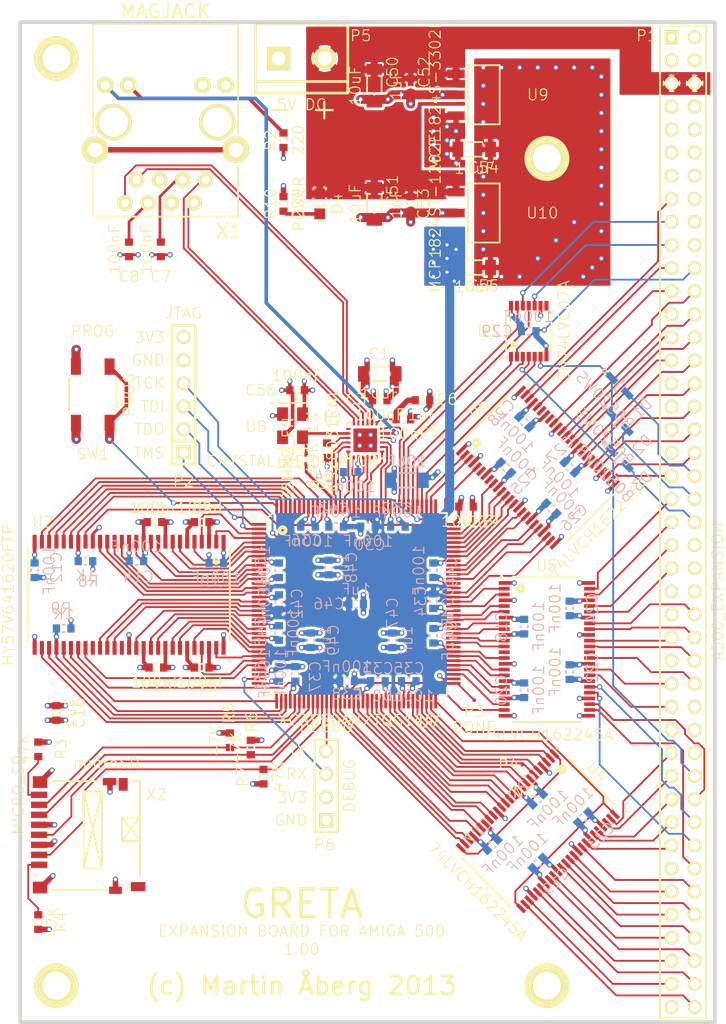
<source format=kicad_pcb>
(kicad_pcb (version 3) (host pcbnew "(2013-may-18)-stable")
  (title_block (title "GRETA EXPANSION BOARD") (rev 1.00) (company "Martin Åberg") (comment 1 "This schematic is licensed under the terms of GNU GPL version 3."))
  (layers (15 Top signal) (2 GND signal hide) (1 3V3 signal hide) (0 Bottom signal) (18 B.Paste user) (19 F.Paste user) (20 B.SilkS user) (21 F.SilkS user) (22 B.Mask user) (23 F.Mask user) (28 Edge.Cuts user))
  (net 0 "")
  (net 1 +1.2V)
  (net 2 +3.3V)
  (net 3 +5V)
  (net 4 /FPGA/DONE)
  (net 5 /FPGA/PROG_B)
  (net 6 /FPGA/RX)
  (net 7 /FPGA/TCK)
  (net 8 /FPGA/TDI)
  (net 9 /FPGA/TDO)
  (net 10 /FPGA/TMS)
  (net 11 /FPGA/TX)
  (net 12 "/Rock Lobster/RL_A1")
  (net 13 "/Rock Lobster/RL_A10")
  (net 14 "/Rock Lobster/RL_A11")
  (net 15 "/Rock Lobster/RL_A12")
  (net 16 "/Rock Lobster/RL_A13")
  (net 17 "/Rock Lobster/RL_A14")
  (net 18 "/Rock Lobster/RL_A15")
  (net 19 "/Rock Lobster/RL_A16")
  (net 20 "/Rock Lobster/RL_A17")
  (net 21 "/Rock Lobster/RL_A18")
  (net 22 "/Rock Lobster/RL_A19")
  (net 23 "/Rock Lobster/RL_A2")
  (net 24 "/Rock Lobster/RL_A20")
  (net 25 "/Rock Lobster/RL_A21")
  (net 26 "/Rock Lobster/RL_A22")
  (net 27 "/Rock Lobster/RL_A23")
  (net 28 "/Rock Lobster/RL_A3")
  (net 29 "/Rock Lobster/RL_A4")
  (net 30 "/Rock Lobster/RL_A5")
  (net 31 "/Rock Lobster/RL_A6")
  (net 32 "/Rock Lobster/RL_A7")
  (net 33 "/Rock Lobster/RL_A8")
  (net 34 "/Rock Lobster/RL_A9")
  (net 35 "/Rock Lobster/RL_CDAC")
  (net 36 "/Rock Lobster/RL_D0")
  (net 37 "/Rock Lobster/RL_D1")
  (net 38 "/Rock Lobster/RL_D10")
  (net 39 "/Rock Lobster/RL_D11")
  (net 40 "/Rock Lobster/RL_D12")
  (net 41 "/Rock Lobster/RL_D13")
  (net 42 "/Rock Lobster/RL_D14")
  (net 43 "/Rock Lobster/RL_D15")
  (net 44 "/Rock Lobster/RL_D2")
  (net 45 "/Rock Lobster/RL_D3")
  (net 46 "/Rock Lobster/RL_D4")
  (net 47 "/Rock Lobster/RL_D5")
  (net 48 "/Rock Lobster/RL_D6")
  (net 49 "/Rock Lobster/RL_D7")
  (net 50 "/Rock Lobster/RL_D8")
  (net 51 "/Rock Lobster/RL_D9")
  (net 52 "/Rock Lobster/RL_RnW")
  (net 53 "/Rock Lobster/RL_nAS")
  (net 54 "/Rock Lobster/RL_nDTACK")
  (net 55 "/Rock Lobster/RL_nINT2")
  (net 56 "/Rock Lobster/RL_nINT6")
  (net 57 "/Rock Lobster/RL_nINT7")
  (net 58 "/Rock Lobster/RL_nLDS")
  (net 59 "/Rock Lobster/RL_nOVR")
  (net 60 "/Rock Lobster/RL_nRST")
  (net 61 "/Rock Lobster/RL_nUDS")
  (net 62 25MHZ)
  (net 63 A1)
  (net 64 A10)
  (net 65 A11)
  (net 66 A12)
  (net 67 A13)
  (net 68 A14)
  (net 69 A15)
  (net 70 A16)
  (net 71 A17)
  (net 72 A18)
  (net 73 A19)
  (net 74 A2)
  (net 75 A20)
  (net 76 A21)
  (net 77 A22)
  (net 78 A23)
  (net 79 A3)
  (net 80 A4)
  (net 81 A5)
  (net 82 A6)
  (net 83 A7)
  (net 84 A8)
  (net 85 A9)
  (net 86 CDAC)
  (net 87 CKE)
  (net 88 CLK)
  (net 89 D0)
  (net 90 D1)
  (net 91 D10)
  (net 92 D11)
  (net 93 D12)
  (net 94 D13)
  (net 95 D14)
  (net 96 D15)
  (net 97 D2)
  (net 98 D3)
  (net 99 D4)
  (net 100 D5)
  (net 101 D6)
  (net 102 D7)
  (net 103 D8)
  (net 104 D9)
  (net 105 DQ0)
  (net 106 DQ1)
  (net 107 DQ10)
  (net 108 DQ11)
  (net 109 DQ12)
  (net 110 DQ13)
  (net 111 DQ14)
  (net 112 DQ15)
  (net 113 DQ2)
  (net 114 DQ3)
  (net 115 DQ4)
  (net 116 DQ5)
  (net 117 DQ6)
  (net 118 DQ7)
  (net 119 DQ8)
  (net 120 DQ9)
  (net 121 GND)
  (net 122 GNDPWR)
  (net 123 LDQM)
  (net 124 MDC)
  (net 125 MDIO)
  (net 126 N-00000166)
  (net 127 N-00000168)
  (net 128 N-00000169)
  (net 129 N-00000181)
  (net 130 N-00000184)
  (net 131 N-00000187)
  (net 132 N-00000188)
  (net 133 N-00000190)
  (net 134 N-00000191)
  (net 135 N-00000193)
  (net 136 N-00000194)
  (net 137 N-00000195)
  (net 138 N-00000196)
  (net 139 N-00000197)
  (net 140 N-00000198)
  (net 141 N-000005)
  (net 142 N-0000066)
  (net 143 PHY_nRST)
  (net 144 RL_TO_GRETA)
  (net 145 RL_nOE)
  (net 146 RMII_CRS_DV)
  (net 147 RMII_REF_CLK)
  (net 148 RMII_RXD0)
  (net 149 RMII_RXD1)
  (net 150 RMII_TXD0)
  (net 151 RMII_TXD1)
  (net 152 RMII_TX_EN)
  (net 153 RnW)
  (net 154 SDRAM_A0)
  (net 155 SDRAM_A1)
  (net 156 SDRAM_A10)
  (net 157 SDRAM_A11)
  (net 158 SDRAM_A2)
  (net 159 SDRAM_A3)
  (net 160 SDRAM_A4)
  (net 161 SDRAM_A5)
  (net 162 SDRAM_A6)
  (net 163 SDRAM_A7)
  (net 164 SDRAM_A8)
  (net 165 SDRAM_A9)
  (net 166 SDRAM_BA0)
  (net 167 SDRAM_BA1)
  (net 168 SD_CLK)
  (net 169 SD_DI)
  (net 170 SD_DO)
  (net 171 SD_nCS)
  (net 172 UDQM)
  (net 173 nAS)
  (net 174 nCAS)
  (net 175 nDTACK)
  (net 176 nINT2)
  (net 177 nINT6)
  (net 178 nINT7)
  (net 179 nLDS)
  (net 180 nOVR)
  (net 181 nRAS)
  (net 182 nRST)
  (net 183 nUDS)
  (net 184 nWE)
  (module TSSOP14 (layer Top) (at 166 84 90)
    (fp_text reference U3 (at 0 -4.5 180) (layer F.SilkS) (effects (font (size 1.2 1.2) (thickness 0.12))))
    (fp_text value SN74LVC07A (at 0 3.9 90) (layer F.SilkS) (effects (font (size 1.2 1.2) (thickness 0.12))))
    (pad 13 smd rect (at 2.8 -1.3 90) (size 1.05 0.45) (layers Top F.Paste F.Mask) (net 180 nOVR))
    (pad 14 smd rect (at 2.8 -1.95 90) (size 1.05 0.45) (layers Top F.Paste F.Mask) (net 2 +3.3V))
    (pad 12 smd rect (at 2.8 -0.65 90) (size 1.05 0.45) (layers Top F.Paste F.Mask) (net 59 "/Rock Lobster/RL_nOVR"))
    (pad 11 smd rect (at 2.8 0 90) (size 1.05 0.45) (layers Top F.Paste F.Mask) (net 176 nINT2))
    (pad 8 smd rect (at 2.8 1.95 90) (size 1.05 0.45) (layers Top F.Paste F.Mask))
    (pad 10 smd rect (at 2.8 0.65 90) (size 1.05 0.45) (layers Top F.Paste F.Mask) (net 55 "/Rock Lobster/RL_nINT2"))
    (pad 9 smd rect (at 2.8 1.3 90) (size 1.05 0.45) (layers Top F.Paste F.Mask) (net 121 GND))
    (pad 6 smd rect (at -2.8 1.3 90) (size 1.05 0.45) (layers Top F.Paste F.Mask) (net 57 "/Rock Lobster/RL_nINT7"))
    (pad 5 smd rect (at -2.8 0.65 90) (size 1.05 0.45) (layers Top F.Paste F.Mask) (net 178 nINT7))
    (pad 7 smd rect (at -2.8 1.95 90) (size 1.05 0.45) (layers Top F.Paste F.Mask) (net 121 GND))
    (pad 4 smd rect (at -2.8 0 90) (size 1.05 0.45) (layers Top F.Paste F.Mask) (net 54 "/Rock Lobster/RL_nDTACK"))
    (pad 3 smd rect (at -2.8 -0.65 90) (size 1.05 0.45) (layers Top F.Paste F.Mask) (net 175 nDTACK))
    (pad 1 smd rect (at -2.8 -1.95 90) (size 1.05 0.45) (layers Top F.Paste F.Mask) (net 177 nINT6))
    (pad 2 smd rect (at -2.8 -1.3 90) (size 1.05 0.45) (layers Top F.Paste F.Mask) (net 56 "/Rock Lobster/RL_nINT6"))
  )
  (module TSOP2-54 (layer Top) (at 122 113 270)
    (fp_text reference U2 (at -8 9.5 360) (layer F.SilkS) (effects (font (size 1.2 1.2) (thickness 0.12))))
    (fp_text value HY57V641620FTP (at 0 13.3 270) (layer F.SilkS) (effects (font (size 1.2 1.2) (thickness 0.12))))
    (pad 1 smd rect (at -5.84 -10.4 270) (size 1.51 0.458) (layers Top F.Paste F.Mask) (net 2 +3.3V))
    (pad 2 smd rect (at -5.84 -9.6 270) (size 1.51 0.458) (layers Top F.Paste F.Mask) (net 105 DQ0))
    (pad 3 smd rect (at -5.84 -8.8 270) (size 1.51 0.458) (layers Top F.Paste F.Mask) (net 2 +3.3V))
    (pad 4 smd rect (at -5.84 -8 270) (size 1.51 0.458) (layers Top F.Paste F.Mask) (net 106 DQ1))
    (pad 5 smd rect (at -5.84 -7.2 270) (size 1.51 0.458) (layers Top F.Paste F.Mask) (net 113 DQ2))
    (pad 6 smd rect (at -5.84 -6.4 270) (size 1.51 0.458) (layers Top F.Paste F.Mask) (net 121 GND))
    (pad 7 smd rect (at -5.84 -5.6 270) (size 1.51 0.458) (layers Top F.Paste F.Mask) (net 114 DQ3))
    (pad 8 smd rect (at -5.84 -4.8 270) (size 1.51 0.458) (layers Top F.Paste F.Mask) (net 115 DQ4))
    (pad 9 smd rect (at -5.84 -4 270) (size 1.51 0.458) (layers Top F.Paste F.Mask) (net 2 +3.3V))
    (pad 10 smd rect (at -5.84 -3.2 270) (size 1.51 0.458) (layers Top F.Paste F.Mask) (net 116 DQ5))
    (pad 11 smd rect (at -5.84 -2.4 270) (size 1.51 0.458) (layers Top F.Paste F.Mask) (net 117 DQ6))
    (pad 12 smd rect (at -5.84 -1.6 270) (size 1.51 0.458) (layers Top F.Paste F.Mask) (net 121 GND))
    (pad 13 smd rect (at -5.84 -0.8 270) (size 1.51 0.458) (layers Top F.Paste F.Mask) (net 118 DQ7))
    (pad 14 smd rect (at -5.84 0 270) (size 1.51 0.458) (layers Top F.Paste F.Mask) (net 2 +3.3V))
    (pad 16 smd rect (at -5.84 1.6 270) (size 1.51 0.458) (layers Top F.Paste F.Mask) (net 184 nWE))
    (pad 17 smd rect (at -5.84 2.4 270) (size 1.51 0.458) (layers Top F.Paste F.Mask) (net 174 nCAS))
    (pad 19 smd rect (at -5.84 4 270) (size 1.51 0.458) (layers Top F.Paste F.Mask) (net 121 GND))
    (pad 20 smd rect (at -5.84 4.8 270) (size 1.51 0.458) (layers Top F.Paste F.Mask) (net 166 SDRAM_BA0))
    (pad 21 smd rect (at -5.84 5.6 270) (size 1.51 0.458) (layers Top F.Paste F.Mask) (net 167 SDRAM_BA1))
    (pad 22 smd rect (at -5.84 6.4 270) (size 1.51 0.458) (layers Top F.Paste F.Mask) (net 156 SDRAM_A10))
    (pad 23 smd rect (at -5.84 7.2 270) (size 1.51 0.458) (layers Top F.Paste F.Mask) (net 154 SDRAM_A0))
    (pad 24 smd rect (at -5.84 8 270) (size 1.51 0.458) (layers Top F.Paste F.Mask) (net 155 SDRAM_A1))
    (pad 25 smd rect (at -5.84 8.8 270) (size 1.51 0.458) (layers Top F.Paste F.Mask) (net 158 SDRAM_A2))
    (pad 26 smd rect (at -5.84 9.6 270) (size 1.51 0.458) (layers Top F.Paste F.Mask) (net 159 SDRAM_A3))
    (pad 27 smd rect (at -5.84 10.4 270) (size 1.51 0.458) (layers Top F.Paste F.Mask) (net 2 +3.3V))
    (pad 31 smd rect (at 5.84 8 270) (size 1.51 0.458) (layers Top F.Paste F.Mask) (net 162 SDRAM_A6))
    (pad 32 smd rect (at 5.84 7.2 270) (size 1.51 0.458) (layers Top F.Paste F.Mask) (net 163 SDRAM_A7))
    (pad 33 smd rect (at 5.84 6.4 270) (size 1.51 0.458) (layers Top F.Paste F.Mask) (net 164 SDRAM_A8))
    (pad 34 smd rect (at 5.84 5.6 270) (size 1.51 0.458) (layers Top F.Paste F.Mask) (net 165 SDRAM_A9))
    (pad 35 smd rect (at 5.84 4.8 270) (size 1.51 0.458) (layers Top F.Paste F.Mask) (net 157 SDRAM_A11))
    (pad 36 smd rect (at 5.84 4 270) (size 1.51 0.458) (layers Top F.Paste F.Mask))
    (pad 37 smd rect (at 5.84 3.2 270) (size 1.51 0.458) (layers Top F.Paste F.Mask) (net 87 CKE))
    (pad 38 smd rect (at 5.84 2.4 270) (size 1.51 0.458) (layers Top F.Paste F.Mask) (net 88 CLK))
    (pad 39 smd rect (at 5.84 1.6 270) (size 1.51 0.458) (layers Top F.Paste F.Mask) (net 172 UDQM))
    (pad 40 smd rect (at 5.84 0.8 270) (size 1.51 0.458) (layers Top F.Paste F.Mask))
    (pad 41 smd rect (at 5.84 0 270) (size 1.51 0.458) (layers Top F.Paste F.Mask) (net 121 GND))
    (pad 42 smd rect (at 5.84 -0.8 270) (size 1.51 0.458) (layers Top F.Paste F.Mask) (net 119 DQ8))
    (pad 43 smd rect (at 5.84 -1.6 270) (size 1.51 0.458) (layers Top F.Paste F.Mask) (net 2 +3.3V))
    (pad 44 smd rect (at 5.84 -2.4 270) (size 1.51 0.458) (layers Top F.Paste F.Mask) (net 120 DQ9))
    (pad 45 smd rect (at 5.84 -3.2 270) (size 1.51 0.458) (layers Top F.Paste F.Mask) (net 107 DQ10))
    (pad 46 smd rect (at 5.84 -4 270) (size 1.51 0.458) (layers Top F.Paste F.Mask) (net 121 GND))
    (pad 47 smd rect (at 5.84 -4.8 270) (size 1.51 0.458) (layers Top F.Paste F.Mask) (net 108 DQ11))
    (pad 48 smd rect (at 5.84 -5.6 270) (size 1.51 0.458) (layers Top F.Paste F.Mask) (net 109 DQ12))
    (pad 49 smd rect (at 5.84 -6.4 270) (size 1.51 0.458) (layers Top F.Paste F.Mask) (net 2 +3.3V))
    (pad 50 smd rect (at 5.84 -7.2 270) (size 1.51 0.458) (layers Top F.Paste F.Mask) (net 110 DQ13))
    (pad 51 smd rect (at 5.84 -8 270) (size 1.51 0.458) (layers Top F.Paste F.Mask) (net 111 DQ14))
    (pad 52 smd rect (at 5.84 -8.8 270) (size 1.51 0.458) (layers Top F.Paste F.Mask) (net 121 GND))
    (pad 53 smd rect (at 5.84 -9.6 270) (size 1.51 0.458) (layers Top F.Paste F.Mask) (net 112 DQ15))
    (pad 54 smd rect (at 5.84 -10.4 270) (size 1.51 0.458) (layers Top F.Paste F.Mask) (net 121 GND))
    (pad 15 smd rect (at -5.84 0.8 270) (size 1.51 0.458) (layers Top F.Paste F.Mask) (net 123 LDQM))
    (pad 18 smd rect (at -5.84 3.2 270) (size 1.51 0.458) (layers Top F.Paste F.Mask) (net 181 nRAS))
    (pad 28 smd rect (at 5.84 10.4 270) (size 1.51 0.458) (layers Top F.Paste F.Mask) (net 121 GND))
    (pad 29 smd rect (at 5.84 9.6 270) (size 1.51 0.458) (layers Top F.Paste F.Mask) (net 160 SDRAM_A4))
    (pad 30 smd rect (at 5.84 8.8 270) (size 1.51 0.458) (layers Top F.Paste F.Mask) (net 161 SDRAM_A5))
  )
  (module TQ144 (layer Top) (at 147 114)
    (fp_text reference U7 (at 8 13) (layer F.SilkS) (effects (font (size 1.2 1.2) (thickness 0.12))))
    (fp_text value XC3S50AN/TQG144 (at 0 12.8) (layer F.SilkS) (effects (font (size 1.2 1.2) (thickness 0.12))))
    (pad 1 smd rect (at -10.7 -8.75) (size 1.6 0.3) (layers Top F.Paste F.Mask) (net 10 /FPGA/TMS))
    (pad 2 smd rect (at -10.7 -8.25) (size 1.6 0.3) (layers Top F.Paste F.Mask) (net 9 /FPGA/TDO))
    (pad 3 smd rect (at -10.7 -7.75) (size 1.6 0.3) (layers Top F.Paste F.Mask) (net 106 DQ1))
    (pad 4 smd rect (at -10.7 -7.25) (size 1.6 0.3) (layers Top F.Paste F.Mask) (net 105 DQ0))
    (pad 5 smd rect (at -10.7 -6.75) (size 1.6 0.3) (layers Top F.Paste F.Mask) (net 113 DQ2))
    (pad 6 smd rect (at -10.7 -6.25) (size 1.6 0.3) (layers Top F.Paste F.Mask) (net 114 DQ3))
    (pad 7 smd rect (at -10.7 -5.75) (size 1.6 0.3) (layers Top F.Paste F.Mask) (net 115 DQ4))
    (pad 8 smd rect (at -10.7 -5.25) (size 1.6 0.3) (layers Top F.Paste F.Mask) (net 116 DQ5))
    (pad 9 smd rect (at -10.7 -4.75) (size 1.6 0.3) (layers Top F.Paste F.Mask) (net 121 GND))
    (pad 10 smd rect (at -10.7 -4.25) (size 1.6 0.3) (layers Top F.Paste F.Mask) (net 117 DQ6))
    (pad 11 smd rect (at -10.7 -3.75) (size 1.6 0.3) (layers Top F.Paste F.Mask) (net 118 DQ7))
    (pad 12 smd rect (at -10.7 -3.25) (size 1.6 0.3) (layers Top F.Paste F.Mask) (net 123 LDQM))
    (pad 13 smd rect (at -10.7 -2.75) (size 1.6 0.3) (layers Top F.Paste F.Mask) (net 184 nWE))
    (pad 14 smd rect (at -10.7 -2.25) (size 1.6 0.3) (layers Top F.Paste F.Mask) (net 2 +3.3V))
    (pad 15 smd rect (at -10.7 -1.75) (size 1.6 0.3) (layers Top F.Paste F.Mask) (net 174 nCAS))
    (pad 16 smd rect (at -10.7 -1.25) (size 1.6 0.3) (layers Top F.Paste F.Mask) (net 181 nRAS))
    (pad 17 smd rect (at -10.7 -0.75) (size 1.6 0.3) (layers Top F.Paste F.Mask) (net 121 GND))
    (pad 18 smd rect (at -10.7 -0.25) (size 1.6 0.3) (layers Top F.Paste F.Mask) (net 87 CKE))
    (pad 19 smd rect (at -10.7 0.25) (size 1.6 0.3) (layers Top F.Paste F.Mask) (net 88 CLK))
    (pad 20 smd rect (at -10.7 0.75) (size 1.6 0.3) (layers Top F.Paste F.Mask) (net 172 UDQM))
    (pad 21 smd rect (at -10.7 1.25) (size 1.6 0.3) (layers Top F.Paste F.Mask) (net 119 DQ8))
    (pad 22 smd rect (at -10.7 1.75) (size 1.6 0.3) (layers Top F.Paste F.Mask) (net 1 +1.2V))
    (pad 23 smd rect (at -10.7 2.25) (size 1.6 0.3) (layers Top F.Paste F.Mask) (net 2 +3.3V))
    (pad 24 smd rect (at -10.7 2.75) (size 1.6 0.3) (layers Top F.Paste F.Mask) (net 120 DQ9))
    (pad 25 smd rect (at -10.7 3.25) (size 1.6 0.3) (layers Top F.Paste F.Mask) (net 107 DQ10))
    (pad 26 smd rect (at -10.7 3.75) (size 1.6 0.3) (layers Top F.Paste F.Mask) (net 121 GND))
    (pad 27 smd rect (at -10.7 4.25) (size 1.6 0.3) (layers Top F.Paste F.Mask) (net 108 DQ11))
    (pad 28 smd rect (at -10.7 4.75) (size 1.6 0.3) (layers Top F.Paste F.Mask) (net 109 DQ12))
    (pad 29 smd rect (at -10.7 5.25) (size 1.6 0.3) (layers Top F.Paste F.Mask) (net 110 DQ13))
    (pad 30 smd rect (at -10.7 5.75) (size 1.6 0.3) (layers Top F.Paste F.Mask) (net 112 DQ15))
    (pad 31 smd rect (at -10.7 6.25) (size 1.6 0.3) (layers Top F.Paste F.Mask) (net 111 DQ14))
    (pad 32 smd rect (at -10.7 6.75) (size 1.6 0.3) (layers Top F.Paste F.Mask) (net 157 SDRAM_A11))
    (pad 33 smd rect (at -10.7 7.25) (size 1.6 0.3) (layers Top F.Paste F.Mask))
    (pad 34 smd rect (at -10.7 7.75) (size 1.6 0.3) (layers Top F.Paste F.Mask) (net 121 GND))
    (pad 35 smd rect (at -10.7 8.25) (size 1.6 0.3) (layers Top F.Paste F.Mask) (net 6 /FPGA/RX))
    (pad 36 smd rect (at -10.7 8.75) (size 1.6 0.3) (layers Top F.Paste F.Mask) (net 2 +3.3V))
    (pad 73 smd rect (at 10.7 8.75) (size 1.6 0.3) (layers Top F.Paste F.Mask) (net 4 /FPGA/DONE))
    (pad 74 smd rect (at 10.7 8.25) (size 1.6 0.3) (layers Top F.Paste F.Mask) (net 121 GND))
    (pad 75 smd rect (at 10.7 7.75) (size 1.6 0.3) (layers Top F.Paste F.Mask) (net 153 RnW))
    (pad 76 smd rect (at 10.7 7.25) (size 1.6 0.3) (layers Top F.Paste F.Mask) (net 183 nUDS))
    (pad 77 smd rect (at 10.7 6.75) (size 1.6 0.3) (layers Top F.Paste F.Mask) (net 179 nLDS))
    (pad 78 smd rect (at 10.7 6.25) (size 1.6 0.3) (layers Top F.Paste F.Mask) (net 78 A23))
    (pad 79 smd rect (at 10.7 5.75) (size 1.6 0.3) (layers Top F.Paste F.Mask) (net 77 A22))
    (pad 80 smd rect (at 10.7 5.25) (size 1.6 0.3) (layers Top F.Paste F.Mask) (net 76 A21))
    (pad 81 smd rect (at 10.7 4.75) (size 1.6 0.3) (layers Top F.Paste F.Mask) (net 121 GND))
    (pad 82 smd rect (at 10.7 4.25) (size 1.6 0.3) (layers Top F.Paste F.Mask) (net 75 A20))
    (pad 83 smd rect (at 10.7 3.75) (size 1.6 0.3) (layers Top F.Paste F.Mask) (net 182 nRST))
    (pad 84 smd rect (at 10.7 3.25) (size 1.6 0.3) (layers Top F.Paste F.Mask) (net 73 A19))
    (pad 85 smd rect (at 10.7 2.75) (size 1.6 0.3) (layers Top F.Paste F.Mask) (net 72 A18))
    (pad 86 smd rect (at 10.7 2.25) (size 1.6 0.3) (layers Top F.Paste F.Mask) (net 2 +3.3V))
    (pad 87 smd rect (at 10.7 1.75) (size 1.6 0.3) (layers Top F.Paste F.Mask) (net 71 A17))
    (pad 88 smd rect (at 10.7 1.25) (size 1.6 0.3) (layers Top F.Paste F.Mask) (net 70 A16))
    (pad 89 smd rect (at 10.7 0.75) (size 1.6 0.3) (layers Top F.Paste F.Mask) (net 121 GND))
    (pad 90 smd rect (at 10.7 0.25) (size 1.6 0.3) (layers Top F.Paste F.Mask) (net 69 A15))
    (pad 91 smd rect (at 10.7 -0.25) (size 1.6 0.3) (layers Top F.Paste F.Mask) (net 68 A14))
    (pad 92 smd rect (at 10.7 -0.75) (size 1.6 0.3) (layers Top F.Paste F.Mask) (net 67 A13))
    (pad 93 smd rect (at 10.7 -1.25) (size 1.6 0.3) (layers Top F.Paste F.Mask) (net 66 A12))
    (pad 94 smd rect (at 10.7 -1.75) (size 1.6 0.3) (layers Top F.Paste F.Mask) (net 1 +1.2V))
    (pad 95 smd rect (at 10.7 -2.25) (size 1.6 0.3) (layers Top F.Paste F.Mask) (net 2 +3.3V))
    (pad 96 smd rect (at 10.7 -2.75) (size 1.6 0.3) (layers Top F.Paste F.Mask) (net 65 A11))
    (pad 97 smd rect (at 10.7 -3.25) (size 1.6 0.3) (layers Top F.Paste F.Mask) (net 64 A10))
    (pad 98 smd rect (at 10.7 -3.75) (size 1.6 0.3) (layers Top F.Paste F.Mask) (net 85 A9))
    (pad 99 smd rect (at 10.7 -4.25) (size 1.6 0.3) (layers Top F.Paste F.Mask) (net 84 A8))
    (pad 100 smd rect (at 10.7 -4.75) (size 1.6 0.3) (layers Top F.Paste F.Mask) (net 121 GND))
    (pad 101 smd rect (at 10.7 -5.25) (size 1.6 0.3) (layers Top F.Paste F.Mask) (net 63 A1))
    (pad 102 smd rect (at 10.7 -5.75) (size 1.6 0.3) (layers Top F.Paste F.Mask) (net 83 A7))
    (pad 103 smd rect (at 10.7 -6.25) (size 1.6 0.3) (layers Top F.Paste F.Mask) (net 74 A2))
    (pad 104 smd rect (at 10.7 -6.75) (size 1.6 0.3) (layers Top F.Paste F.Mask) (net 79 A3))
    (pad 105 smd rect (at 10.7 -7.25) (size 1.6 0.3) (layers Top F.Paste F.Mask) (net 80 A4))
    (pad 106 smd rect (at 10.7 -7.75) (size 1.6 0.3) (layers Top F.Paste F.Mask) (net 121 GND))
    (pad 107 smd rect (at 10.7 -8.25) (size 1.6 0.3) (layers Top F.Paste F.Mask) (net 8 /FPGA/TDI))
    (pad 108 smd rect (at 10.7 -8.75) (size 1.6 0.3) (layers Top F.Paste F.Mask) (net 2 +3.3V))
    (pad 37 smd rect (at -8.75 10.7 90) (size 1.6 0.3) (layers Top F.Paste F.Mask) (net 164 SDRAM_A8))
    (pad 38 smd rect (at -8.25 10.7 90) (size 1.6 0.3) (layers Top F.Paste F.Mask) (net 163 SDRAM_A7))
    (pad 39 smd rect (at -7.75 10.7 90) (size 1.6 0.3) (layers Top F.Paste F.Mask) (net 162 SDRAM_A6))
    (pad 40 smd rect (at -7.25 10.7 90) (size 1.6 0.3) (layers Top F.Paste F.Mask) (net 2 +3.3V))
    (pad 41 smd rect (at -6.75 10.7 90) (size 1.6 0.3) (layers Top F.Paste F.Mask) (net 161 SDRAM_A5))
    (pad 42 smd rect (at -6.25 10.7 90) (size 1.6 0.3) (layers Top F.Paste F.Mask) (net 160 SDRAM_A4))
    (pad 43 smd rect (at -5.75 10.7 90) (size 1.6 0.3) (layers Top F.Paste F.Mask) (net 165 SDRAM_A9))
    (pad 44 smd rect (at -5.25 10.7 90) (size 1.6 0.3) (layers Top F.Paste F.Mask) (net 171 SD_nCS))
    (pad 45 smd rect (at -4.75 10.7 90) (size 1.6 0.3) (layers Top F.Paste F.Mask) (net 169 SD_DI))
    (pad 46 smd rect (at -4.25 10.7 90) (size 1.6 0.3) (layers Top F.Paste F.Mask) (net 168 SD_CLK))
    (pad 47 smd rect (at -3.75 10.7 90) (size 1.6 0.3) (layers Top F.Paste F.Mask) (net 170 SD_DO))
    (pad 48 smd rect (at -3.25 10.7 90) (size 1.6 0.3) (layers Top F.Paste F.Mask) (net 11 /FPGA/TX))
    (pad 49 smd rect (at -2.75 10.7 90) (size 1.6 0.3) (layers Top F.Paste F.Mask) (net 100 D5))
    (pad 50 smd rect (at -2.25 10.7 90) (size 1.6 0.3) (layers Top F.Paste F.Mask) (net 99 D4))
    (pad 51 smd rect (at -1.75 10.7 90) (size 1.6 0.3) (layers Top F.Paste F.Mask) (net 101 D6))
    (pad 52 smd rect (at -1.25 10.7 90) (size 1.6 0.3) (layers Top F.Paste F.Mask) (net 1 +1.2V))
    (pad 53 smd rect (at -0.75 10.7 90) (size 1.6 0.3) (layers Top F.Paste F.Mask) (net 173 nAS))
    (pad 54 smd rect (at -0.25 10.7 90) (size 1.6 0.3) (layers Top F.Paste F.Mask) (net 98 D3))
    (pad 55 smd rect (at 0.25 10.7 90) (size 1.6 0.3) (layers Top F.Paste F.Mask) (net 102 D7))
    (pad 56 smd rect (at 0.75 10.7 90) (size 1.6 0.3) (layers Top F.Paste F.Mask) (net 121 GND))
    (pad 57 smd rect (at 1.25 10.7 90) (size 1.6 0.3) (layers Top F.Paste F.Mask) (net 97 D2))
    (pad 58 smd rect (at 1.75 10.7 90) (size 1.6 0.3) (layers Top F.Paste F.Mask) (net 103 D8))
    (pad 59 smd rect (at 2.25 10.7 90) (size 1.6 0.3) (layers Top F.Paste F.Mask) (net 90 D1))
    (pad 60 smd rect (at 2.75 10.7 90) (size 1.6 0.3) (layers Top F.Paste F.Mask) (net 104 D9))
    (pad 61 smd rect (at 3.25 10.7 90) (size 1.6 0.3) (layers Top F.Paste F.Mask) (net 2 +3.3V))
    (pad 62 smd rect (at 3.75 10.7 90) (size 1.6 0.3) (layers Top F.Paste F.Mask) (net 89 D0))
    (pad 63 smd rect (at 4.25 10.7 90) (size 1.6 0.3) (layers Top F.Paste F.Mask) (net 91 D10))
    (pad 64 smd rect (at 4.75 10.7 90) (size 1.6 0.3) (layers Top F.Paste F.Mask) (net 92 D11))
    (pad 65 smd rect (at 5.25 10.7 90) (size 1.6 0.3) (layers Top F.Paste F.Mask) (net 121 GND))
    (pad 66 smd rect (at 5.75 10.7 90) (size 1.6 0.3) (layers Top F.Paste F.Mask) (net 2 +3.3V))
    (pad 67 smd rect (at 6.25 10.7 90) (size 1.6 0.3) (layers Top F.Paste F.Mask) (net 93 D12))
    (pad 68 smd rect (at 6.75 10.7 90) (size 1.6 0.3) (layers Top F.Paste F.Mask) (net 94 D13))
    (pad 69 smd rect (at 7.25 10.7 90) (size 1.6 0.3) (layers Top F.Paste F.Mask) (net 95 D14))
    (pad 70 smd rect (at 7.75 10.7 90) (size 1.6 0.3) (layers Top F.Paste F.Mask) (net 96 D15))
    (pad 71 smd rect (at 8.25 10.7 90) (size 1.6 0.3) (layers Top F.Paste F.Mask) (net 144 RL_TO_GRETA))
    (pad 72 smd rect (at 8.75 10.7 90) (size 1.6 0.3) (layers Top F.Paste F.Mask) (net 145 RL_nOE))
    (pad 109 smd rect (at 8.75 -10.7 90) (size 1.6 0.3) (layers Top F.Paste F.Mask) (net 7 /FPGA/TCK))
    (pad 110 smd rect (at 8.25 -10.7 90) (size 1.6 0.3) (layers Top F.Paste F.Mask) (net 81 A5))
    (pad 111 smd rect (at 7.75 -10.7 90) (size 1.6 0.3) (layers Top F.Paste F.Mask) (net 86 CDAC))
    (pad 112 smd rect (at 7.25 -10.7 90) (size 1.6 0.3) (layers Top F.Paste F.Mask) (net 178 nINT7))
    (pad 113 smd rect (at 6.75 -10.7 90) (size 1.6 0.3) (layers Top F.Paste F.Mask) (net 175 nDTACK))
    (pad 114 smd rect (at 6.25 -10.7 90) (size 1.6 0.3) (layers Top F.Paste F.Mask) (net 177 nINT6))
    (pad 115 smd rect (at 5.75 -10.7 90) (size 1.6 0.3) (layers Top F.Paste F.Mask) (net 176 nINT2))
    (pad 116 smd rect (at 5.25 -10.7 90) (size 1.6 0.3) (layers Top F.Paste F.Mask) (net 180 nOVR))
    (pad 117 smd rect (at 4.75 -10.7 90) (size 1.6 0.3) (layers Top F.Paste F.Mask) (net 143 PHY_nRST))
    (pad 118 smd rect (at 4.25 -10.7 90) (size 1.6 0.3) (layers Top F.Paste F.Mask) (net 121 GND))
    (pad 119 smd rect (at 3.75 -10.7 90) (size 1.6 0.3) (layers Top F.Paste F.Mask) (net 2 +3.3V))
    (pad 120 smd rect (at 3.25 -10.7 90) (size 1.6 0.3) (layers Top F.Paste F.Mask) (net 151 RMII_TXD1))
    (pad 121 smd rect (at 2.75 -10.7 90) (size 1.6 0.3) (layers Top F.Paste F.Mask) (net 150 RMII_TXD0))
    (pad 122 smd rect (at 2.25 -10.7 90) (size 1.6 0.3) (layers Top F.Paste F.Mask) (net 1 +1.2V))
    (pad 123 smd rect (at 1.75 -10.7 90) (size 1.6 0.3) (layers Top F.Paste F.Mask) (net 82 A6))
    (pad 124 smd rect (at 1.25 -10.7 90) (size 1.6 0.3) (layers Top F.Paste F.Mask) (net 152 RMII_TX_EN))
    (pad 125 smd rect (at 0.75 -10.7 90) (size 1.6 0.3) (layers Top F.Paste F.Mask) (net 147 RMII_REF_CLK))
    (pad 126 smd rect (at 0.25 -10.7 90) (size 1.6 0.3) (layers Top F.Paste F.Mask) (net 146 RMII_CRS_DV))
    (pad 127 smd rect (at -0.25 -10.7 90) (size 1.6 0.3) (layers Top F.Paste F.Mask) (net 148 RMII_RXD0))
    (pad 128 smd rect (at -0.75 -10.7 90) (size 1.6 0.3) (layers Top F.Paste F.Mask) (net 121 GND))
    (pad 129 smd rect (at -1.25 -10.7 90) (size 1.6 0.3) (layers Top F.Paste F.Mask) (net 149 RMII_RXD1))
    (pad 130 smd rect (at -1.75 -10.7 90) (size 1.6 0.3) (layers Top F.Paste F.Mask) (net 124 MDC))
    (pad 131 smd rect (at -2.25 -10.7 90) (size 1.6 0.3) (layers Top F.Paste F.Mask) (net 125 MDIO))
    (pad 132 smd rect (at -2.75 -10.7 90) (size 1.6 0.3) (layers Top F.Paste F.Mask) (net 142 N-0000066))
    (pad 133 smd rect (at -3.25 -10.7 90) (size 1.6 0.3) (layers Top F.Paste F.Mask) (net 2 +3.3V))
    (pad 134 smd rect (at -3.75 -10.7 90) (size 1.6 0.3) (layers Top F.Paste F.Mask) (net 166 SDRAM_BA0))
    (pad 135 smd rect (at -4.25 -10.7 90) (size 1.6 0.3) (layers Top F.Paste F.Mask) (net 159 SDRAM_A3))
    (pad 136 smd rect (at -4.75 -10.7 90) (size 1.6 0.3) (layers Top F.Paste F.Mask) (net 2 +3.3V))
    (pad 137 smd rect (at -5.25 -10.7 90) (size 1.6 0.3) (layers Top F.Paste F.Mask) (net 121 GND))
    (pad 138 smd rect (at -5.75 -10.7 90) (size 1.6 0.3) (layers Top F.Paste F.Mask) (net 158 SDRAM_A2))
    (pad 139 smd rect (at -6.25 -10.7 90) (size 1.6 0.3) (layers Top F.Paste F.Mask) (net 155 SDRAM_A1))
    (pad 140 smd rect (at -6.75 -10.7 90) (size 1.6 0.3) (layers Top F.Paste F.Mask))
    (pad 141 smd rect (at -7.25 -10.7 90) (size 1.6 0.3) (layers Top F.Paste F.Mask) (net 154 SDRAM_A0))
    (pad 142 smd rect (at -7.75 -10.7 90) (size 1.6 0.3) (layers Top F.Paste F.Mask) (net 156 SDRAM_A10))
    (pad 143 smd rect (at -8.25 -10.7 90) (size 1.6 0.3) (layers Top F.Paste F.Mask) (net 167 SDRAM_BA1))
    (pad 144 smd rect (at -8.75 -10.7 90) (size 1.6 0.3) (layers Top F.Paste F.Mask) (net 5 /FPGA/PROG_B))
  )
  (module SSOP48 (layer Top) (at 168 119)
    (fp_text reference U5 (at 0 -9.2) (layer F.SilkS) (effects (font (size 1.2 1.2) (thickness 0.12))))
    (fp_text value 74LVCH162245A (at 0 9.4) (layer F.SilkS) (effects (font (size 1.2 1.2) (thickness 0.12))))
    (pad 1 smd rect (at -4.7 -7.3025) (size 1.2 0.4) (layers Top F.Paste F.Mask) (net 2 +3.3V))
    (pad 2 smd rect (at -4.7 -6.6675) (size 1.2 0.4) (layers Top F.Paste F.Mask) (net 68 A14))
    (pad 3 smd rect (at -4.7 -6.0325) (size 1.2 0.4) (layers Top F.Paste F.Mask) (net 69 A15))
    (pad 4 smd rect (at -4.7 -5.3975) (size 1.2 0.4) (layers Top F.Paste F.Mask) (net 121 GND))
    (pad 5 smd rect (at -4.7 -4.7625) (size 1.2 0.4) (layers Top F.Paste F.Mask) (net 70 A16))
    (pad 6 smd rect (at -4.7 -4.1275) (size 1.2 0.4) (layers Top F.Paste F.Mask) (net 71 A17))
    (pad 7 smd rect (at -4.7 -3.4925) (size 1.2 0.4) (layers Top F.Paste F.Mask) (net 2 +3.3V))
    (pad 8 smd rect (at -4.7 -2.8575) (size 1.2 0.4) (layers Top F.Paste F.Mask) (net 72 A18))
    (pad 9 smd rect (at -4.7 -2.2225) (size 1.2 0.4) (layers Top F.Paste F.Mask) (net 73 A19))
    (pad 10 smd rect (at -4.7 -1.5875) (size 1.2 0.4) (layers Top F.Paste F.Mask) (net 121 GND))
    (pad 11 smd rect (at -4.7 -0.9525) (size 1.2 0.4) (layers Top F.Paste F.Mask) (net 182 nRST))
    (pad 12 smd rect (at -4.7 -0.3175) (size 1.2 0.4) (layers Top F.Paste F.Mask) (net 75 A20))
    (pad 13 smd rect (at -4.7 0.3175) (size 1.2 0.4) (layers Top F.Paste F.Mask))
    (pad 14 smd rect (at -4.7 0.9525) (size 1.2 0.4) (layers Top F.Paste F.Mask) (net 76 A21))
    (pad 15 smd rect (at -4.7 1.5875) (size 1.2 0.4) (layers Top F.Paste F.Mask) (net 121 GND))
    (pad 16 smd rect (at -4.7 2.2225) (size 1.2 0.4) (layers Top F.Paste F.Mask) (net 77 A22))
    (pad 17 smd rect (at -4.7 2.8575) (size 1.2 0.4) (layers Top F.Paste F.Mask) (net 78 A23))
    (pad 18 smd rect (at -4.7 3.4925) (size 1.2 0.4) (layers Top F.Paste F.Mask) (net 2 +3.3V))
    (pad 19 smd rect (at -4.7 4.1275) (size 1.2 0.4) (layers Top F.Paste F.Mask) (net 179 nLDS))
    (pad 20 smd rect (at -4.7 4.7625) (size 1.2 0.4) (layers Top F.Paste F.Mask) (net 183 nUDS))
    (pad 21 smd rect (at -4.7 5.3975) (size 1.2 0.4) (layers Top F.Paste F.Mask) (net 121 GND))
    (pad 22 smd rect (at -4.7 6.0325) (size 1.2 0.4) (layers Top F.Paste F.Mask) (net 153 RnW))
    (pad 23 smd rect (at -4.7 6.6675) (size 1.2 0.4) (layers Top F.Paste F.Mask) (net 173 nAS))
    (pad 24 smd rect (at -4.7 7.3025) (size 1.2 0.4) (layers Top F.Paste F.Mask) (net 2 +3.3V))
    (pad 25 smd rect (at 4.7 7.3025) (size 1.2 0.4) (layers Top F.Paste F.Mask) (net 121 GND))
    (pad 26 smd rect (at 4.7 6.6675) (size 1.2 0.4) (layers Top F.Paste F.Mask) (net 53 "/Rock Lobster/RL_nAS"))
    (pad 27 smd rect (at 4.7 6.0325) (size 1.2 0.4) (layers Top F.Paste F.Mask) (net 52 "/Rock Lobster/RL_RnW"))
    (pad 28 smd rect (at 4.7 5.3975) (size 1.2 0.4) (layers Top F.Paste F.Mask) (net 121 GND))
    (pad 29 smd rect (at 4.7 4.7625) (size 1.2 0.4) (layers Top F.Paste F.Mask) (net 61 "/Rock Lobster/RL_nUDS"))
    (pad 30 smd rect (at 4.7 4.1275) (size 1.2 0.4) (layers Top F.Paste F.Mask) (net 58 "/Rock Lobster/RL_nLDS"))
    (pad 31 smd rect (at 4.7 3.4925) (size 1.2 0.4) (layers Top F.Paste F.Mask) (net 2 +3.3V))
    (pad 32 smd rect (at 4.7 2.8575) (size 1.2 0.4) (layers Top F.Paste F.Mask) (net 27 "/Rock Lobster/RL_A23"))
    (pad 33 smd rect (at 4.7 2.2225) (size 1.2 0.4) (layers Top F.Paste F.Mask) (net 26 "/Rock Lobster/RL_A22"))
    (pad 34 smd rect (at 4.7 1.5875) (size 1.2 0.4) (layers Top F.Paste F.Mask) (net 121 GND))
    (pad 35 smd rect (at 4.7 0.9525) (size 1.2 0.4) (layers Top F.Paste F.Mask) (net 25 "/Rock Lobster/RL_A21"))
    (pad 36 smd rect (at 4.7 0.3175) (size 1.2 0.4) (layers Top F.Paste F.Mask))
    (pad 37 smd rect (at 4.7 -0.3175) (size 1.2 0.4) (layers Top F.Paste F.Mask) (net 24 "/Rock Lobster/RL_A20"))
    (pad 38 smd rect (at 4.7 -0.9525) (size 1.2 0.4) (layers Top F.Paste F.Mask) (net 60 "/Rock Lobster/RL_nRST"))
    (pad 39 smd rect (at 4.7 -1.5875) (size 1.2 0.4) (layers Top F.Paste F.Mask) (net 121 GND))
    (pad 40 smd rect (at 4.7 -2.2225) (size 1.2 0.4) (layers Top F.Paste F.Mask) (net 22 "/Rock Lobster/RL_A19"))
    (pad 41 smd rect (at 4.7 -2.8575) (size 1.2 0.4) (layers Top F.Paste F.Mask) (net 21 "/Rock Lobster/RL_A18"))
    (pad 42 smd rect (at 4.7 -3.4925) (size 1.2 0.4) (layers Top F.Paste F.Mask) (net 2 +3.3V))
    (pad 43 smd rect (at 4.7 -4.1275) (size 1.2 0.4) (layers Top F.Paste F.Mask) (net 20 "/Rock Lobster/RL_A17"))
    (pad 44 smd rect (at 4.7 -4.7625) (size 1.2 0.4) (layers Top F.Paste F.Mask) (net 19 "/Rock Lobster/RL_A16"))
    (pad 45 smd rect (at 4.7 -5.3975) (size 1.2 0.4) (layers Top F.Paste F.Mask) (net 121 GND))
    (pad 46 smd rect (at 4.7 -6.0325) (size 1.2 0.4) (layers Top F.Paste F.Mask) (net 18 "/Rock Lobster/RL_A15"))
    (pad 47 smd rect (at 4.7 -6.6675) (size 1.2 0.4) (layers Top F.Paste F.Mask) (net 17 "/Rock Lobster/RL_A14"))
    (pad 48 smd rect (at 4.7 -7.3025) (size 1.2 0.4) (layers Top F.Paste F.Mask) (net 121 GND))
  )
  (module SSOP48 (layer Top) (at 167 139 315)
    (fp_text reference U4 (at 0 -9.2 315) (layer F.SilkS) (effects (font (size 1.2 1.2) (thickness 0.12))))
    (fp_text value 74LVCH162245A (at 0 9.4 315) (layer F.SilkS) (effects (font (size 1.2 1.2) (thickness 0.12))))
    (pad 1 smd rect (at -4.7 -7.3025 315) (size 1.2 0.4) (layers Top F.Paste F.Mask) (net 144 RL_TO_GRETA))
    (pad 2 smd rect (at -4.7 -6.6675 315) (size 1.2 0.4) (layers Top F.Paste F.Mask) (net 96 D15))
    (pad 3 smd rect (at -4.7 -6.0325 315) (size 1.2 0.4) (layers Top F.Paste F.Mask) (net 95 D14))
    (pad 4 smd rect (at -4.7 -5.3975 315) (size 1.2 0.4) (layers Top F.Paste F.Mask) (net 121 GND))
    (pad 5 smd rect (at -4.7 -4.7625 315) (size 1.2 0.4) (layers Top F.Paste F.Mask) (net 94 D13))
    (pad 6 smd rect (at -4.7 -4.1275 315) (size 1.2 0.4) (layers Top F.Paste F.Mask) (net 93 D12))
    (pad 7 smd rect (at -4.7 -3.4925 315) (size 1.2 0.4) (layers Top F.Paste F.Mask) (net 2 +3.3V))
    (pad 8 smd rect (at -4.7 -2.8575 315) (size 1.2 0.4) (layers Top F.Paste F.Mask) (net 92 D11))
    (pad 9 smd rect (at -4.7 -2.2225 315) (size 1.2 0.4) (layers Top F.Paste F.Mask) (net 91 D10))
    (pad 10 smd rect (at -4.7 -1.5875 315) (size 1.2 0.4) (layers Top F.Paste F.Mask) (net 121 GND))
    (pad 11 smd rect (at -4.7 -0.9525 315) (size 1.2 0.4) (layers Top F.Paste F.Mask) (net 89 D0))
    (pad 12 smd rect (at -4.7 -0.3175 315) (size 1.2 0.4) (layers Top F.Paste F.Mask) (net 104 D9))
    (pad 13 smd rect (at -4.7 0.3175 315) (size 1.2 0.4) (layers Top F.Paste F.Mask) (net 90 D1))
    (pad 14 smd rect (at -4.7 0.9525 315) (size 1.2 0.4) (layers Top F.Paste F.Mask) (net 103 D8))
    (pad 15 smd rect (at -4.7 1.5875 315) (size 1.2 0.4) (layers Top F.Paste F.Mask) (net 121 GND))
    (pad 16 smd rect (at -4.7 2.2225 315) (size 1.2 0.4) (layers Top F.Paste F.Mask) (net 97 D2))
    (pad 17 smd rect (at -4.7 2.8575 315) (size 1.2 0.4) (layers Top F.Paste F.Mask) (net 102 D7))
    (pad 18 smd rect (at -4.7 3.4925 315) (size 1.2 0.4) (layers Top F.Paste F.Mask) (net 2 +3.3V))
    (pad 19 smd rect (at -4.7 4.1275 315) (size 1.2 0.4) (layers Top F.Paste F.Mask) (net 98 D3))
    (pad 20 smd rect (at -4.7 4.7625 315) (size 1.2 0.4) (layers Top F.Paste F.Mask) (net 101 D6))
    (pad 21 smd rect (at -4.7 5.3975 315) (size 1.2 0.4) (layers Top F.Paste F.Mask) (net 121 GND))
    (pad 22 smd rect (at -4.7 6.0325 315) (size 1.2 0.4) (layers Top F.Paste F.Mask) (net 99 D4))
    (pad 23 smd rect (at -4.7 6.6675 315) (size 1.2 0.4) (layers Top F.Paste F.Mask) (net 100 D5))
    (pad 24 smd rect (at -4.7 7.3025 315) (size 1.2 0.4) (layers Top F.Paste F.Mask) (net 144 RL_TO_GRETA))
    (pad 25 smd rect (at 4.7 7.3025 315) (size 1.2 0.4) (layers Top F.Paste F.Mask) (net 145 RL_nOE))
    (pad 26 smd rect (at 4.7 6.6675 315) (size 1.2 0.4) (layers Top F.Paste F.Mask) (net 47 "/Rock Lobster/RL_D5"))
    (pad 27 smd rect (at 4.7 6.0325 315) (size 1.2 0.4) (layers Top F.Paste F.Mask) (net 46 "/Rock Lobster/RL_D4"))
    (pad 28 smd rect (at 4.7 5.3975 315) (size 1.2 0.4) (layers Top F.Paste F.Mask) (net 121 GND))
    (pad 29 smd rect (at 4.7 4.7625 315) (size 1.2 0.4) (layers Top F.Paste F.Mask) (net 48 "/Rock Lobster/RL_D6"))
    (pad 30 smd rect (at 4.7 4.1275 315) (size 1.2 0.4) (layers Top F.Paste F.Mask) (net 45 "/Rock Lobster/RL_D3"))
    (pad 31 smd rect (at 4.7 3.4925 315) (size 1.2 0.4) (layers Top F.Paste F.Mask) (net 2 +3.3V))
    (pad 32 smd rect (at 4.7 2.8575 315) (size 1.2 0.4) (layers Top F.Paste F.Mask) (net 49 "/Rock Lobster/RL_D7"))
    (pad 33 smd rect (at 4.7 2.2225 315) (size 1.2 0.4) (layers Top F.Paste F.Mask) (net 44 "/Rock Lobster/RL_D2"))
    (pad 34 smd rect (at 4.7 1.5875 315) (size 1.2 0.4) (layers Top F.Paste F.Mask) (net 121 GND))
    (pad 35 smd rect (at 4.7 0.9525 315) (size 1.2 0.4) (layers Top F.Paste F.Mask) (net 50 "/Rock Lobster/RL_D8"))
    (pad 36 smd rect (at 4.7 0.3175 315) (size 1.2 0.4) (layers Top F.Paste F.Mask) (net 37 "/Rock Lobster/RL_D1"))
    (pad 37 smd rect (at 4.7 -0.3175 315) (size 1.2 0.4) (layers Top F.Paste F.Mask) (net 51 "/Rock Lobster/RL_D9"))
    (pad 38 smd rect (at 4.7 -0.9525 315) (size 1.2 0.4) (layers Top F.Paste F.Mask) (net 36 "/Rock Lobster/RL_D0"))
    (pad 39 smd rect (at 4.7 -1.5875 315) (size 1.2 0.4) (layers Top F.Paste F.Mask) (net 121 GND))
    (pad 40 smd rect (at 4.7 -2.2225 315) (size 1.2 0.4) (layers Top F.Paste F.Mask) (net 38 "/Rock Lobster/RL_D10"))
    (pad 41 smd rect (at 4.7 -2.8575 315) (size 1.2 0.4) (layers Top F.Paste F.Mask) (net 39 "/Rock Lobster/RL_D11"))
    (pad 42 smd rect (at 4.7 -3.4925 315) (size 1.2 0.4) (layers Top F.Paste F.Mask) (net 2 +3.3V))
    (pad 43 smd rect (at 4.7 -4.1275 315) (size 1.2 0.4) (layers Top F.Paste F.Mask) (net 40 "/Rock Lobster/RL_D12"))
    (pad 44 smd rect (at 4.7 -4.7625 315) (size 1.2 0.4) (layers Top F.Paste F.Mask) (net 41 "/Rock Lobster/RL_D13"))
    (pad 45 smd rect (at 4.7 -5.3975 315) (size 1.2 0.4) (layers Top F.Paste F.Mask) (net 121 GND))
    (pad 46 smd rect (at 4.7 -6.0325 315) (size 1.2 0.4) (layers Top F.Paste F.Mask) (net 42 "/Rock Lobster/RL_D14"))
    (pad 47 smd rect (at 4.7 -6.6675 315) (size 1.2 0.4) (layers Top F.Paste F.Mask) (net 43 "/Rock Lobster/RL_D15"))
    (pad 48 smd rect (at 4.7 -7.3025 315) (size 1.2 0.4) (layers Top F.Paste F.Mask) (net 145 RL_nOE))
  )
  (module SSOP48 (layer Top) (at 167 99 45)
    (fp_text reference U6 (at 0 -9.2 45) (layer F.SilkS) (effects (font (size 1.2 1.2) (thickness 0.12))))
    (fp_text value 74LVCH162245A (at 0 9.4 45) (layer F.SilkS) (effects (font (size 1.2 1.2) (thickness 0.12))))
    (pad 1 smd rect (at -4.7 -7.3025 45) (size 1.2 0.4) (layers Top F.Paste F.Mask) (net 2 +3.3V))
    (pad 2 smd rect (at -4.7 -6.6675 45) (size 1.2 0.4) (layers Top F.Paste F.Mask) (net 86 CDAC))
    (pad 3 smd rect (at -4.7 -6.0325 45) (size 1.2 0.4) (layers Top F.Paste F.Mask) (net 81 A5))
    (pad 4 smd rect (at -4.7 -5.3975 45) (size 1.2 0.4) (layers Top F.Paste F.Mask) (net 121 GND))
    (pad 5 smd rect (at -4.7 -4.7625 45) (size 1.2 0.4) (layers Top F.Paste F.Mask) (net 82 A6))
    (pad 6 smd rect (at -4.7 -4.1275 45) (size 1.2 0.4) (layers Top F.Paste F.Mask))
    (pad 7 smd rect (at -4.7 -3.4925 45) (size 1.2 0.4) (layers Top F.Paste F.Mask) (net 2 +3.3V))
    (pad 8 smd rect (at -4.7 -2.8575 45) (size 1.2 0.4) (layers Top F.Paste F.Mask))
    (pad 9 smd rect (at -4.7 -2.2225 45) (size 1.2 0.4) (layers Top F.Paste F.Mask) (net 80 A4))
    (pad 10 smd rect (at -4.7 -1.5875 45) (size 1.2 0.4) (layers Top F.Paste F.Mask) (net 121 GND))
    (pad 11 smd rect (at -4.7 -0.9525 45) (size 1.2 0.4) (layers Top F.Paste F.Mask) (net 79 A3))
    (pad 12 smd rect (at -4.7 -0.3175 45) (size 1.2 0.4) (layers Top F.Paste F.Mask) (net 74 A2))
    (pad 13 smd rect (at -4.7 0.3175 45) (size 1.2 0.4) (layers Top F.Paste F.Mask) (net 83 A7))
    (pad 14 smd rect (at -4.7 0.9525 45) (size 1.2 0.4) (layers Top F.Paste F.Mask) (net 63 A1))
    (pad 15 smd rect (at -4.7 1.5875 45) (size 1.2 0.4) (layers Top F.Paste F.Mask) (net 121 GND))
    (pad 16 smd rect (at -4.7 2.2225 45) (size 1.2 0.4) (layers Top F.Paste F.Mask) (net 84 A8))
    (pad 17 smd rect (at -4.7 2.8575 45) (size 1.2 0.4) (layers Top F.Paste F.Mask) (net 85 A9))
    (pad 18 smd rect (at -4.7 3.4925 45) (size 1.2 0.4) (layers Top F.Paste F.Mask) (net 2 +3.3V))
    (pad 19 smd rect (at -4.7 4.1275 45) (size 1.2 0.4) (layers Top F.Paste F.Mask) (net 64 A10))
    (pad 20 smd rect (at -4.7 4.7625 45) (size 1.2 0.4) (layers Top F.Paste F.Mask) (net 65 A11))
    (pad 21 smd rect (at -4.7 5.3975 45) (size 1.2 0.4) (layers Top F.Paste F.Mask) (net 121 GND))
    (pad 22 smd rect (at -4.7 6.0325 45) (size 1.2 0.4) (layers Top F.Paste F.Mask) (net 66 A12))
    (pad 23 smd rect (at -4.7 6.6675 45) (size 1.2 0.4) (layers Top F.Paste F.Mask) (net 67 A13))
    (pad 24 smd rect (at -4.7 7.3025 45) (size 1.2 0.4) (layers Top F.Paste F.Mask) (net 2 +3.3V))
    (pad 25 smd rect (at 4.7 7.3025 45) (size 1.2 0.4) (layers Top F.Paste F.Mask) (net 121 GND))
    (pad 26 smd rect (at 4.7 6.6675 45) (size 1.2 0.4) (layers Top F.Paste F.Mask) (net 16 "/Rock Lobster/RL_A13"))
    (pad 27 smd rect (at 4.7 6.0325 45) (size 1.2 0.4) (layers Top F.Paste F.Mask) (net 15 "/Rock Lobster/RL_A12"))
    (pad 28 smd rect (at 4.7 5.3975 45) (size 1.2 0.4) (layers Top F.Paste F.Mask) (net 121 GND))
    (pad 29 smd rect (at 4.7 4.7625 45) (size 1.2 0.4) (layers Top F.Paste F.Mask) (net 14 "/Rock Lobster/RL_A11"))
    (pad 30 smd rect (at 4.7 4.1275 45) (size 1.2 0.4) (layers Top F.Paste F.Mask) (net 13 "/Rock Lobster/RL_A10"))
    (pad 31 smd rect (at 4.7 3.4925 45) (size 1.2 0.4) (layers Top F.Paste F.Mask) (net 2 +3.3V))
    (pad 32 smd rect (at 4.7 2.8575 45) (size 1.2 0.4) (layers Top F.Paste F.Mask) (net 34 "/Rock Lobster/RL_A9"))
    (pad 33 smd rect (at 4.7 2.2225 45) (size 1.2 0.4) (layers Top F.Paste F.Mask) (net 33 "/Rock Lobster/RL_A8"))
    (pad 34 smd rect (at 4.7 1.5875 45) (size 1.2 0.4) (layers Top F.Paste F.Mask) (net 121 GND))
    (pad 35 smd rect (at 4.7 0.9525 45) (size 1.2 0.4) (layers Top F.Paste F.Mask) (net 12 "/Rock Lobster/RL_A1"))
    (pad 36 smd rect (at 4.7 0.3175 45) (size 1.2 0.4) (layers Top F.Paste F.Mask) (net 32 "/Rock Lobster/RL_A7"))
    (pad 37 smd rect (at 4.7 -0.3175 45) (size 1.2 0.4) (layers Top F.Paste F.Mask) (net 23 "/Rock Lobster/RL_A2"))
    (pad 38 smd rect (at 4.7 -0.9525 45) (size 1.2 0.4) (layers Top F.Paste F.Mask) (net 28 "/Rock Lobster/RL_A3"))
    (pad 39 smd rect (at 4.7 -1.5875 45) (size 1.2 0.4) (layers Top F.Paste F.Mask) (net 121 GND))
    (pad 40 smd rect (at 4.7 -2.2225 45) (size 1.2 0.4) (layers Top F.Paste F.Mask) (net 29 "/Rock Lobster/RL_A4"))
    (pad 41 smd rect (at 4.7 -2.8575 45) (size 1.2 0.4) (layers Top F.Paste F.Mask))
    (pad 42 smd rect (at 4.7 -3.4925 45) (size 1.2 0.4) (layers Top F.Paste F.Mask) (net 2 +3.3V))
    (pad 43 smd rect (at 4.7 -4.1275 45) (size 1.2 0.4) (layers Top F.Paste F.Mask))
    (pad 44 smd rect (at 4.7 -4.7625 45) (size 1.2 0.4) (layers Top F.Paste F.Mask) (net 31 "/Rock Lobster/RL_A6"))
    (pad 45 smd rect (at 4.7 -5.3975 45) (size 1.2 0.4) (layers Top F.Paste F.Mask) (net 121 GND))
    (pad 46 smd rect (at 4.7 -6.0325 45) (size 1.2 0.4) (layers Top F.Paste F.Mask) (net 30 "/Rock Lobster/RL_A5"))
    (pad 47 smd rect (at 4.7 -6.6675 45) (size 1.2 0.4) (layers Top F.Paste F.Mask) (net 35 "/Rock Lobster/RL_CDAC"))
    (pad 48 smd rect (at 4.7 -7.3025 45) (size 1.2 0.4) (layers Top F.Paste F.Mask) (net 121 GND))
  )
  (module SOT-223 (layer Top) (at 158 58 270)
    (fp_text reference U9 (at 0 -9 360) (layer F.SilkS) (effects (font (size 1.2 1.2) (thickness 0.12))))
    (fp_text value MCP1824S-3302E (at 0 2.3 270) (layer F.SilkS) (effects (font (size 1.2 1.2) (thickness 0.12))))
    (pad 1 smd rect (at -2.3 0 270) (size 0.95 1.9) (layers Top F.Paste F.Mask) (net 3 +5V))
    (pad 2 smd rect (at 0 0 270) (size 0.95 1.9) (layers Top F.Paste F.Mask) (net 121 GND))
    (pad 3 smd rect (at 2.3 0 270) (size 0.95 1.9) (layers Top F.Paste F.Mask) (net 2 +3.3V))
    (pad 4 smd rect (at 0 -6.1 270) (size 3.25 1.9) (layers Top F.Paste F.Mask) (net 121 GND))
  )
  (module SOT-223 (layer Top) (at 158 71 270)
    (fp_text reference U10 (at 0 -9.5 360) (layer F.SilkS) (effects (font (size 1.2 1.2) (thickness 0.12))))
    (fp_text value MCP1824ST-1202E (at 0 2.3 270) (layer F.SilkS) (effects (font (size 1.2 1.2) (thickness 0.12))))
    (pad 1 smd rect (at -2.3 0 270) (size 0.95 1.9) (layers Top F.Paste F.Mask) (net 3 +5V))
    (pad 2 smd rect (at 0 0 270) (size 0.95 1.9) (layers Top F.Paste F.Mask) (net 121 GND))
    (pad 3 smd rect (at 2.3 0 270) (size 0.95 1.9) (layers Top F.Paste F.Mask) (net 1 +1.2V))
    (pad 4 smd rect (at 0 -6.1 270) (size 3.25 1.9) (layers Top F.Paste F.Mask) (net 121 GND))
  )
  (module SOD-323 (layer Bottom) (at 176 98 135)
    (fp_text reference D3 (at -3.535534 0 225) (layer B.SilkS) (effects (font (size 1.2 1.2) (thickness 0.12)) (justify mirror)))
    (fp_text value B0520WS (at 0 -2.3 135) (layer B.SilkS) (effects (font (size 1.2 1.2) (thickness 0.12)) (justify mirror)))
    (pad 1 smd rect (at -1.2 0 135) (size 1.4 0.7) (layers Bottom B.Paste B.Mask) (net 128 N-00000169))
    (pad 2 smd rect (at 1.2 0 135) (size 1.4 0.7) (layers Bottom B.Paste B.Mask) (net 57 "/Rock Lobster/RL_nINT7"))
  )
  (module SOD-323 (layer Bottom) (at 176 94 135)
    (fp_text reference D2 (at -3.535534 0 225) (layer B.SilkS) (effects (font (size 1.2 1.2) (thickness 0.12)) (justify mirror)))
    (fp_text value B0520WS (at 0 -2.3 135) (layer B.SilkS) (effects (font (size 1.2 1.2) (thickness 0.12)) (justify mirror)))
    (pad 1 smd rect (at -1.2 0 135) (size 1.4 0.7) (layers Bottom B.Paste B.Mask) (net 127 N-00000168))
    (pad 2 smd rect (at 1.2 0 135) (size 1.4 0.7) (layers Bottom B.Paste B.Mask) (net 57 "/Rock Lobster/RL_nINT7"))
  )
  (module SOD-323 (layer Bottom) (at 176 90 135)
    (fp_text reference D1 (at -3.535534 0 225) (layer B.SilkS) (effects (font (size 1.2 1.2) (thickness 0.12)) (justify mirror)))
    (fp_text value B0520WS (at 0 -2.3 135) (layer B.SilkS) (effects (font (size 1.2 1.2) (thickness 0.12)) (justify mirror)))
    (pad 1 smd rect (at -1.2 0 135) (size 1.4 0.7) (layers Bottom B.Paste B.Mask) (net 126 N-00000166))
    (pad 2 smd rect (at 1.2 0 135) (size 1.4 0.7) (layers Bottom B.Paste B.Mask) (net 57 "/Rock Lobster/RL_nINT7"))
  )
  (module RES1608 (layer Top) (at 143.8 97.1 270)
    (fp_text reference R1 (at 3.3 0.3 270) (layer F.SilkS) (effects (font (size 1.2 1.2) (thickness 0.12))))
    (fp_text value "6.49K 1%" (at 0 1.6 270) (layer F.SilkS) (effects (font (size 1.2 1.2) (thickness 0.12))))
    (pad 1 smd rect (at -0.8 0 270) (size 0.8 0.9) (layers Top F.Paste F.Mask) (net 139 N-00000197))
    (pad 2 smd rect (at 0.8 0 270) (size 0.8 0.9) (layers Top F.Paste F.Mask) (net 121 GND))
  )
  (module RES1608 (layer Top) (at 112 149 90)
    (fp_text reference R4 (at 0 2.5 90) (layer F.SilkS) (effects (font (size 1.2 1.2) (thickness 0.12))))
    (fp_text value 47K (at 0 1.6 90) (layer F.SilkS) (effects (font (size 1.2 1.2) (thickness 0.12))))
    (pad 1 smd rect (at -0.8 0 90) (size 0.8 0.9) (layers Top F.Paste F.Mask) (net 2 +3.3V))
    (pad 2 smd rect (at 0.8 0 90) (size 0.8 0.9) (layers Top F.Paste F.Mask) (net 130 N-00000184))
  )
  (module RES1608 (layer Top) (at 133.1 129 270)
    (fp_text reference R5 (at -3 0.1 270) (layer F.SilkS) (effects (font (size 1.2 1.2) (thickness 0.12))))
    (fp_text value 47K (at 0 1.6 270) (layer F.SilkS) (effects (font (size 1.2 1.2) (thickness 0.12))))
    (pad 1 smd rect (at -0.8 0 270) (size 0.8 0.9) (layers Top F.Paste F.Mask) (net 2 +3.3V))
    (pad 2 smd rect (at 0.8 0 270) (size 0.8 0.9) (layers Top F.Paste F.Mask) (net 171 SD_nCS))
  )
  (module RES1608 (layer Top) (at 135.4 129.8 270)
    (fp_text reference R6 (at -2.8 -0.1 270) (layer F.SilkS) (effects (font (size 1.2 1.2) (thickness 0.12))))
    (fp_text value 47K (at 0 1.6 270) (layer F.SilkS) (effects (font (size 1.2 1.2) (thickness 0.12))))
    (pad 1 smd rect (at -0.8 0 270) (size 0.8 0.9) (layers Top F.Paste F.Mask) (net 2 +3.3V))
    (pad 2 smd rect (at 0.8 0 270) (size 0.8 0.9) (layers Top F.Paste F.Mask) (net 169 SD_DI))
  )
  (module RES1608 (layer Top) (at 136.8 133 90)
    (fp_text reference R7 (at 0 -2.3 90) (layer F.SilkS) (effects (font (size 1.2 1.2) (thickness 0.12))))
    (fp_text value 47K (at 0 1.6 90) (layer F.SilkS) (effects (font (size 1.2 1.2) (thickness 0.12))))
    (pad 1 smd rect (at -0.8 0 90) (size 0.8 0.9) (layers Top F.Paste F.Mask) (net 2 +3.3V))
    (pad 2 smd rect (at 0.8 0 90) (size 0.8 0.9) (layers Top F.Paste F.Mask) (net 170 SD_DO))
  )
  (module RES1608 (layer Top) (at 112 130 270)
    (fp_text reference R3 (at 0 -2.5 270) (layer F.SilkS) (effects (font (size 1.2 1.2) (thickness 0.12))))
    (fp_text value 47K (at 0 1.6 270) (layer F.SilkS) (effects (font (size 1.2 1.2) (thickness 0.12))))
    (pad 1 smd rect (at -0.8 0 270) (size 0.8 0.9) (layers Top F.Paste F.Mask) (net 2 +3.3V))
    (pad 2 smd rect (at 0.8 0 270) (size 0.8 0.9) (layers Top F.Paste F.Mask) (net 129 N-00000181))
  )
  (module RES1608 (layer Bottom) (at 117.2 109.3 180)
    (fp_text reference R8 (at -0.3 -2.2 180) (layer B.SilkS) (effects (font (size 1.2 1.2) (thickness 0.12)) (justify mirror)))
    (fp_text value 1K (at 0 -1.6 180) (layer B.SilkS) (effects (font (size 1.2 1.2) (thickness 0.12)) (justify mirror)))
    (pad 1 smd rect (at -0.8 0 180) (size 0.8 0.9) (layers Bottom B.Paste B.Mask) (net 121 GND))
    (pad 2 smd rect (at 0.8 0 180) (size 0.8 0.9) (layers Bottom B.Paste B.Mask) (net 167 SDRAM_BA1))
  )
  (module RES1608 (layer Bottom) (at 114.8 116.7)
    (fp_text reference R9 (at -0.3 -2.2) (layer B.SilkS) (effects (font (size 1.2 1.2) (thickness 0.12)) (justify mirror)))
    (fp_text value 1K (at 0 -1.6) (layer B.SilkS) (effects (font (size 1.2 1.2) (thickness 0.12)) (justify mirror)))
    (pad 1 smd rect (at -0.8 0) (size 0.8 0.9) (layers Bottom B.Paste B.Mask) (net 162 SDRAM_A6))
    (pad 2 smd rect (at 0.8 0) (size 0.8 0.9) (layers Bottom B.Paste B.Mask) (net 121 GND))
  )
  (module RES1608 (layer Top) (at 139 70 90)
    (fp_text reference R10 (at 0 -1.4 90) (layer F.SilkS) (effects (font (size 1.2 1.2) (thickness 0.12))))
    (fp_text value 220 (at 0 1.6 90) (layer F.SilkS) (effects (font (size 1.2 1.2) (thickness 0.12))))
    (pad 1 smd rect (at -0.8 0 90) (size 0.8 0.9) (layers Top F.Paste F.Mask) (net 141 N-000005))
    (pad 2 smd rect (at 0.8 0 90) (size 0.8 0.9) (layers Top F.Paste F.Mask) (net 121 GND))
  )
  (module RES1608 (layer Top) (at 139 63 90)
    (fp_text reference R2 (at 0 -1.4 90) (layer F.SilkS) (effects (font (size 1.2 1.2) (thickness 0.12))))
    (fp_text value 220 (at 0 1.6 90) (layer F.SilkS) (effects (font (size 1.2 1.2) (thickness 0.12))))
    (pad 1 smd rect (at -0.8 0 90) (size 0.8 0.9) (layers Top F.Paste F.Mask) (net 2 +3.3V))
    (pad 2 smd rect (at 0.8 0 90) (size 0.8 0.9) (layers Top F.Paste F.Mask) (net 136 N-00000194))
  )
  (module QFN44-24 (layer Top) (at 148 96 270)
    (fp_text reference U1 (at -2.5 3.5 360) (layer F.SilkS) (effects (font (size 1.2 1.2) (thickness 0.12))))
    (fp_text value KSZ8031RNL (at 0 3.6 270) (layer F.SilkS) (effects (font (size 1.2 1.2) (thickness 0.12))))
    (pad 1 smd rect (at -1.86 -1.25) (size 0.23 0.48) (layers Top F.Paste F.Mask) (net 140 N-00000198))
    (pad 2 smd rect (at -1.86 -0.75) (size 0.23 0.48) (layers Top F.Paste F.Mask) (net 2 +3.3V))
    (pad 3 smd rect (at -1.86 -0.25) (size 0.23 0.48) (layers Top F.Paste F.Mask) (net 131 N-00000187))
    (pad 4 smd rect (at -1.86 0.25) (size 0.23 0.48) (layers Top F.Paste F.Mask) (net 138 N-00000196))
    (pad 5 smd rect (at -1.86 0.75) (size 0.23 0.48) (layers Top F.Paste F.Mask) (net 132 N-00000188))
    (pad 6 smd rect (at -1.86 1.25) (size 0.23 0.48) (layers Top F.Paste F.Mask) (net 137 N-00000195))
    (pad 7 smd rect (at -1.25 1.86 90) (size 0.23 0.48) (layers Top F.Paste F.Mask))
    (pad 8 smd rect (at -0.75 1.86 90) (size 0.23 0.48) (layers Top F.Paste F.Mask) (net 62 25MHZ))
    (pad 9 smd rect (at -0.25 1.86 90) (size 0.23 0.48) (layers Top F.Paste F.Mask) (net 139 N-00000197))
    (pad 10 smd rect (at 0.25 1.86 90) (size 0.23 0.48) (layers Top F.Paste F.Mask) (net 125 MDIO))
    (pad 11 smd rect (at 0.75 1.86 90) (size 0.23 0.48) (layers Top F.Paste F.Mask) (net 124 MDC))
    (pad 12 smd rect (at 1.25 1.86 90) (size 0.23 0.48) (layers Top F.Paste F.Mask) (net 149 RMII_RXD1))
    (pad 24 smd rect (at -1.25 -1.86 270) (size 0.23 0.48) (layers Top F.Paste F.Mask) (net 143 PHY_nRST))
    (pad 23 smd rect (at -0.75 -1.86 270) (size 0.23 0.48) (layers Top F.Paste F.Mask) (net 134 N-00000191))
    (pad 22 smd rect (at -0.25 -1.86 270) (size 0.23 0.48) (layers Top F.Paste F.Mask) (net 121 GND))
    (pad 21 smd rect (at 0.25 -1.86 270) (size 0.23 0.48) (layers Top F.Paste F.Mask) (net 151 RMII_TXD1))
    (pad 20 smd rect (at 0.75 -1.86 270) (size 0.23 0.48) (layers Top F.Paste F.Mask) (net 150 RMII_TXD0))
    (pad 19 smd rect (at 1.25 -1.86 270) (size 0.23 0.48) (layers Top F.Paste F.Mask) (net 152 RMII_TX_EN))
    (pad 18 smd rect (at 1.86 -1.25 180) (size 0.23 0.48) (layers Top F.Paste F.Mask))
    (pad 17 smd rect (at 1.86 -0.75 180) (size 0.23 0.48) (layers Top F.Paste F.Mask))
    (pad 16 smd rect (at 1.86 -0.25 180) (size 0.23 0.48) (layers Top F.Paste F.Mask) (net 147 RMII_REF_CLK))
    (pad 15 smd rect (at 1.86 0.25 180) (size 0.23 0.48) (layers Top F.Paste F.Mask) (net 146 RMII_CRS_DV))
    (pad 14 smd rect (at 1.86 0.75 180) (size 0.23 0.48) (layers Top F.Paste F.Mask) (net 2 +3.3V))
    (pad 13 smd rect (at 1.86 1.25 180) (size 0.23 0.48) (layers Top F.Paste F.Mask) (net 148 RMII_RXD0))
    (pad 25 smd rect (at 0 0 270) (size 2.6 2.6) (layers Top F.Paste F.Mask) (net 121 GND))
  )
  (module PIN_ARRAY_4x1 (layer Top) (at 143.7 134 90)
    (fp_text reference P6 (at -6.5 -0.2 180) (layer F.SilkS) (effects (font (size 1.2 1.2) (thickness 0.12))))
    (fp_text value DEBUG (at 0 2.54 90) (layer F.SilkS) (effects (font (size 1.2 1.2) (thickness 0.12))))
    (pad 1 thru_hole rect (at -3.81 0 90) (size 1.524 1.524) (drill 1.016) (layers *.Cu *.Mask F.SilkS) (net 121 GND))
    (pad 2 thru_hole circle (at -1.27 0 90) (size 1.524 1.524) (drill 1.016) (layers *.Cu *.Mask F.SilkS) (net 2 +3.3V))
    (pad 3 thru_hole circle (at 1.27 0 90) (size 1.524 1.524) (drill 1.016) (layers *.Cu *.Mask F.SilkS) (net 6 /FPGA/RX))
    (pad 4 thru_hole circle (at 3.81 0 90) (size 1.524 1.524) (drill 1.016) (layers *.Cu *.Mask F.SilkS) (net 11 /FPGA/TX))
  )
  (module PIN_ARRAY-6X1 (layer Top) (at 128 91 90)
    (fp_text reference P2 (at -9.5 0 180) (layer F.SilkS) (effects (font (size 1.2 1.2) (thickness 0.12))))
    (fp_text value JTAG hide)
    (pad 1 thru_hole rect (at -6.35 0 90) (size 1.524 1.524) (drill 1.016) (layers *.Cu *.Mask F.SilkS) (net 10 /FPGA/TMS))
    (pad 2 thru_hole circle (at -3.81 0 90) (size 1.524 1.524) (drill 1.016) (layers *.Cu *.Mask F.SilkS) (net 9 /FPGA/TDO))
    (pad 3 thru_hole circle (at -1.27 0 90) (size 1.524 1.524) (drill 1.016) (layers *.Cu *.Mask F.SilkS) (net 8 /FPGA/TDI))
    (pad 4 thru_hole circle (at 1.27 0 90) (size 1.524 1.524) (drill 1.016) (layers *.Cu *.Mask F.SilkS) (net 7 /FPGA/TCK))
    (pad 5 thru_hole circle (at 3.81 0 90) (size 1.524 1.524) (drill 1.016) (layers *.Cu *.Mask F.SilkS) (net 121 GND))
    (pad 6 thru_hole circle (at 6.35 0 90) (size 1.524 1.524) (drill 1.016) (layers *.Cu *.Mask F.SilkS) (net 2 +3.3V))
  )
  (module OSC50x32 (layer Top) (at 140 94.4)
    (fp_text reference U8 (at -4 0.1) (layer F.SilkS) (effects (font (size 1.2 1.2) (thickness 0.12))))
    (fp_text value CRYSTAL_OSCILLATOR (at 0 3.9) (layer F.SilkS) (effects (font (size 1.2 1.2) (thickness 0.12))))
    (pad 2 smd rect (at -1.1 1.27) (size 1.2 1.5) (layers Top F.Paste F.Mask) (net 121 GND))
    (pad 3 smd rect (at 1.1 1.27) (size 1.2 1.5) (layers Top F.Paste F.Mask) (net 62 25MHZ))
    (pad 4 smd rect (at 1.1 -1.27) (size 1.2 1.5) (layers Top F.Paste F.Mask) (net 2 +3.3V))
    (pad 1 smd rect (at -1.1 -1.27) (size 1.2 1.5) (layers Top F.Paste F.Mask) (net 2 +3.3V))
  )
  (module MICRO_SD (layer Top) (at 113 135 270)
    (fp_text reference X2 (at 0 -12 360) (layer F.SilkS) (effects (font (size 1.2 1.2) (thickness 0.12))))
    (fp_text value MICRO_SD (at 0 3.2 270) (layer F.SilkS) (effects (font (size 1.2 1.2) (thickness 0.12))))
    (pad 1 smd rect (at 0 0.9 270) (size 0.7 1.8) (layers Top F.Paste F.Mask) (net 129 N-00000181))
    (pad 2 smd rect (at 1.1 0.9 270) (size 0.7 1.8) (layers Top F.Paste F.Mask) (net 171 SD_nCS))
    (pad 3 smd rect (at 2.2 0.9 270) (size 0.7 1.8) (layers Top F.Paste F.Mask) (net 169 SD_DI))
    (pad 4 smd rect (at 3.3 0.9 270) (size 0.7 1.8) (layers Top F.Paste F.Mask) (net 2 +3.3V))
    (pad 5 smd rect (at 4.4 0.9 270) (size 0.7 1.8) (layers Top F.Paste F.Mask) (net 168 SD_CLK))
    (pad 6 smd rect (at 5.5 0.9 270) (size 0.7 1.8) (layers Top F.Paste F.Mask) (net 121 GND))
    (pad 7 smd rect (at 6.6 0.9 270) (size 0.7 1.8) (layers Top F.Paste F.Mask) (net 170 SD_DO))
    (pad 8 smd rect (at 7.7 0.9 270) (size 0.7 1.8) (layers Top F.Paste F.Mask) (net 130 N-00000184))
    (pad 9 smd rect (at -1.4 0.8 270) (size 1.3 1.6) (layers Top F.Paste F.Mask) (net 121 GND))
    (pad 10 smd rect (at 10.2 0.8 270) (size 1.3 1.6) (layers Top F.Paste F.Mask) (net 121 GND))
    (pad 13 smd rect (at 10.5 -7.5 270) (size 0.8 1.4) (layers Top F.Paste F.Mask) (net 121 GND))
    (pad 12 smd rect (at -1.45 -6.85 270) (size 0.8 1.5) (layers Top F.Paste F.Mask) (net 121 GND))
    (pad 14 smd rect (at -1.15 -8.35 270) (size 1.4 1) (layers Top F.Paste F.Mask))
    (pad 11 smd rect (at 10.1 -10 270) (size 1 1.6) (layers Top F.Paste F.Mask))
  )
  (module LED2012 (layer Top) (at 143 70 270)
    (fp_text reference D4 (at 0 -1.9 270) (layer F.SilkS) (effects (font (size 1.2 1.2) (thickness 0.12))))
    (fp_text value POWER (at 0 2.3 270) (layer F.SilkS) (effects (font (size 1.2 1.2) (thickness 0.12))))
    (pad 1 smd rect (at -1.1 0 270) (size 1.2 1.2) (layers Top F.Paste F.Mask) (net 3 +5V))
    (pad 2 smd rect (at 1.1 0 270) (size 1.2 1.2) (layers Top F.Paste F.Mask) (net 141 N-000005))
  )
  (module CAP3216 (layer Top) (at 149 70 270)
    (fp_text reference C51 (at -1.5 -2 270) (layer F.SilkS) (effects (font (size 1.2 1.2) (thickness 0.12))))
    (fp_text value 10uF (at 0 2.1 270) (layer F.SilkS) (effects (font (size 1.2 1.2) (thickness 0.12))))
    (pad 1 smd rect (at -1.8 0 270) (size 1.2 1.7) (layers Top F.Paste F.Mask) (net 3 +5V))
    (pad 2 smd rect (at 1.8 0 270) (size 1.2 1.7) (layers Top F.Paste F.Mask) (net 121 GND))
  )
  (module CAP3216 (layer Top) (at 149.6 88.7)
    (fp_text reference C1 (at -0.1 -2.2) (layer F.SilkS) (effects (font (size 1.2 1.2) (thickness 0.12))))
    (fp_text value 10uF (at 0 2.1) (layer F.SilkS) (effects (font (size 1.2 1.2) (thickness 0.12))))
    (pad 1 smd rect (at -1.8 0) (size 1.2 1.7) (layers Top F.Paste F.Mask) (net 2 +3.3V))
    (pad 2 smd rect (at 1.8 0) (size 1.2 1.7) (layers Top F.Paste F.Mask) (net 121 GND))
  )
  (module CAP3216 (layer Bottom) (at 152.6 100.4)
    (fp_text reference C2 (at 0.4 -1.9) (layer B.SilkS) (effects (font (size 1.2 1.2) (thickness 0.12)) (justify mirror)))
    (fp_text value 10uF (at 0 -2.1) (layer B.SilkS) (effects (font (size 1.2 1.2) (thickness 0.12)) (justify mirror)))
    (pad 1 smd rect (at -1.8 0) (size 1.2 1.7) (layers Bottom B.Paste B.Mask) (net 2 +3.3V))
    (pad 2 smd rect (at 1.8 0) (size 1.2 1.7) (layers Bottom B.Paste B.Mask) (net 121 GND))
  )
  (module CAP3216 (layer Top) (at 160 77)
    (fp_text reference C55 (at 1 2) (layer F.SilkS) (effects (font (size 1.2 1.2) (thickness 0.12))))
    (fp_text value 10uF (at 0 2.1) (layer F.SilkS) (effects (font (size 1.2 1.2) (thickness 0.12))))
    (pad 1 smd rect (at -1.8 0) (size 1.2 1.7) (layers Top F.Paste F.Mask) (net 1 +1.2V))
    (pad 2 smd rect (at 1.8 0) (size 1.2 1.7) (layers Top F.Paste F.Mask) (net 121 GND))
  )
  (module CAP3216 (layer Top) (at 160 64)
    (fp_text reference C54 (at 1 2) (layer F.SilkS) (effects (font (size 1.2 1.2) (thickness 0.12))))
    (fp_text value 10uF (at 0 2.1) (layer F.SilkS) (effects (font (size 1.2 1.2) (thickness 0.12))))
    (pad 1 smd rect (at -1.8 0) (size 1.2 1.7) (layers Top F.Paste F.Mask) (net 2 +3.3V))
    (pad 2 smd rect (at 1.8 0) (size 1.2 1.7) (layers Top F.Paste F.Mask) (net 121 GND))
  )
  (module CAP3216 (layer Top) (at 149 57 270)
    (fp_text reference C50 (at -1.5 -2 270) (layer F.SilkS) (effects (font (size 1.2 1.2) (thickness 0.12))))
    (fp_text value 10uF (at 0 2.1 270) (layer F.SilkS) (effects (font (size 1.2 1.2) (thickness 0.12))))
    (pad 1 smd rect (at -1.8 0 270) (size 1.2 1.7) (layers Top F.Paste F.Mask) (net 3 +5V))
    (pad 2 smd rect (at 1.8 0 270) (size 1.2 1.7) (layers Top F.Paste F.Mask) (net 121 GND))
  )
  (module CAP1608 (layer Bottom) (at 155.5 117.5 270)
    (fp_text reference C44 (at 0 -2 270) (layer B.SilkS) (effects (font (size 1.2 1.2) (thickness 0.12)) (justify mirror)))
    (fp_text value 100nF (at 0 -1.6 270) (layer B.SilkS) (effects (font (size 1.2 1.2) (thickness 0.12)) (justify mirror)))
    (pad 1 smd rect (at -0.8 0 270) (size 0.8 0.9) (layers Bottom B.Paste B.Mask) (net 2 +3.3V))
    (pad 2 smd rect (at 0.8 0 270) (size 0.8 0.9) (layers Bottom B.Paste B.Mask) (net 121 GND))
  )
  (module CAP1608 (layer Bottom) (at 141.7 105.5 180)
    (fp_text reference C36 (at 0.2 -1.5 180) (layer B.SilkS) (effects (font (size 1.2 1.2) (thickness 0.12)) (justify mirror)))
    (fp_text value 100nF (at 0 -1.6 180) (layer B.SilkS) (effects (font (size 1.2 1.2) (thickness 0.12)) (justify mirror)))
    (pad 1 smd rect (at -0.8 0 180) (size 0.8 0.9) (layers Bottom B.Paste B.Mask) (net 2 +3.3V))
    (pad 2 smd rect (at 0.8 0 180) (size 0.8 0.9) (layers Bottom B.Paste B.Mask) (net 121 GND))
  )
  (module CAP1608 (layer Bottom) (at 138.5 113.8 90)
    (fp_text reference C42 (at -0.2 2 90) (layer B.SilkS) (effects (font (size 1.2 1.2) (thickness 0.12)) (justify mirror)))
    (fp_text value 100nF (at 0 -1.6 90) (layer B.SilkS) (effects (font (size 1.2 1.2) (thickness 0.12)) (justify mirror)))
    (pad 1 smd rect (at -0.8 0 90) (size 0.8 0.9) (layers Bottom B.Paste B.Mask) (net 1 +1.2V))
    (pad 2 smd rect (at 0.8 0 90) (size 0.8 0.9) (layers Bottom B.Paste B.Mask) (net 121 GND))
  )
  (module CAP1608 (layer Bottom) (at 155.5 110.3 90)
    (fp_text reference C40 (at -0.2 2 90) (layer B.SilkS) (effects (font (size 1.2 1.2) (thickness 0.12)) (justify mirror)))
    (fp_text value 100nF (at 0 -1.6 90) (layer B.SilkS) (effects (font (size 1.2 1.2) (thickness 0.12)) (justify mirror)))
    (pad 1 smd rect (at -0.8 0 90) (size 0.8 0.9) (layers Bottom B.Paste B.Mask) (net 2 +3.3V))
    (pad 2 smd rect (at 0.8 0 90) (size 0.8 0.9) (layers Bottom B.Paste B.Mask) (net 121 GND))
  )
  (module CAP1608 (layer Bottom) (at 151.6 105.5)
    (fp_text reference C32 (at -0.1 -2) (layer B.SilkS) (effects (font (size 1.2 1.2) (thickness 0.12)) (justify mirror)))
    (fp_text value 100nF (at 0 -1.6) (layer B.SilkS) (effects (font (size 1.2 1.2) (thickness 0.12)) (justify mirror)))
    (pad 1 smd rect (at -0.8 0) (size 0.8 0.9) (layers Bottom B.Paste B.Mask) (net 2 +3.3V))
    (pad 2 smd rect (at 0.8 0) (size 0.8 0.9) (layers Bottom B.Paste B.Mask) (net 121 GND))
  )
  (module CAP1608 (layer Bottom) (at 138.5 121.7 90)
    (fp_text reference C31 (at -0.3 -2 90) (layer B.SilkS) (effects (font (size 1.2 1.2) (thickness 0.12)) (justify mirror)))
    (fp_text value 100nF (at 0 -1.6 90) (layer B.SilkS) (effects (font (size 1.2 1.2) (thickness 0.12)) (justify mirror)))
    (pad 1 smd rect (at -0.8 0 90) (size 0.8 0.9) (layers Bottom B.Paste B.Mask) (net 2 +3.3V))
    (pad 2 smd rect (at 0.8 0 90) (size 0.8 0.9) (layers Bottom B.Paste B.Mask) (net 121 GND))
  )
  (module CAP1608 (layer Bottom) (at 152.8 122.5 180)
    (fp_text reference C35 (at 0 1.4 180) (layer B.SilkS) (effects (font (size 1.2 1.2) (thickness 0.12)) (justify mirror)))
    (fp_text value 100nF (at 0 -1.6 180) (layer B.SilkS) (effects (font (size 1.2 1.2) (thickness 0.12)) (justify mirror)))
    (pad 1 smd rect (at -0.8 0 180) (size 0.8 0.9) (layers Bottom B.Paste B.Mask) (net 2 +3.3V))
    (pad 2 smd rect (at 0.8 0 180) (size 0.8 0.9) (layers Bottom B.Paste B.Mask) (net 121 GND))
  )
  (module CAP1608 (layer Bottom) (at 144.8 105.5)
    (fp_text reference C43 (at -0.3 -2) (layer B.SilkS) (effects (font (size 1.2 1.2) (thickness 0.12)) (justify mirror)))
    (fp_text value 100nF (at 0 -1.6) (layer B.SilkS) (effects (font (size 1.2 1.2) (thickness 0.12)) (justify mirror)))
    (pad 1 smd rect (at -0.8 0) (size 0.8 0.9) (layers Bottom B.Paste B.Mask) (net 2 +3.3V))
    (pad 2 smd rect (at 0.8 0) (size 0.8 0.9) (layers Bottom B.Paste B.Mask) (net 121 GND))
  )
  (module CAP1608 (layer Top) (at 159.1 103.3)
    (fp_text reference C39 (at 1.9 1.7) (layer F.SilkS) (effects (font (size 1.2 1.2) (thickness 0.12))))
    (fp_text value 100nF (at 0 1.6) (layer F.SilkS) (effects (font (size 1.2 1.2) (thickness 0.12))))
    (pad 1 smd rect (at -0.8 0) (size 0.8 0.9) (layers Top F.Paste F.Mask) (net 2 +3.3V))
    (pad 2 smd rect (at 0.8 0) (size 0.8 0.9) (layers Top F.Paste F.Mask) (net 121 GND))
  )
  (module CAP1608 (layer Bottom) (at 144 110 270)
    (fp_text reference C48 (at 0 -2.5 270) (layer B.SilkS) (effects (font (size 1.2 1.2) (thickness 0.12)) (justify mirror)))
    (fp_text value 1uF (at 0 -1.6 270) (layer B.SilkS) (effects (font (size 1.2 1.2) (thickness 0.12)) (justify mirror)))
    (pad 1 smd rect (at -0.8 0 270) (size 0.8 0.9) (layers Bottom B.Paste B.Mask) (net 2 +3.3V))
    (pad 2 smd rect (at 0.8 0 270) (size 0.8 0.9) (layers Bottom B.Paste B.Mask) (net 121 GND))
  )
  (module CAP1608 (layer Bottom) (at 142 118 270)
    (fp_text reference C49 (at 0 -2.5 270) (layer B.SilkS) (effects (font (size 1.2 1.2) (thickness 0.12)) (justify mirror)))
    (fp_text value 1uF (at 0 -1.6 270) (layer B.SilkS) (effects (font (size 1.2 1.2) (thickness 0.12)) (justify mirror)))
    (pad 1 smd rect (at -0.8 0 270) (size 0.8 0.9) (layers Bottom B.Paste B.Mask) (net 2 +3.3V))
    (pad 2 smd rect (at 0.8 0 270) (size 0.8 0.9) (layers Bottom B.Paste B.Mask) (net 121 GND))
  )
  (module CAP1608 (layer Bottom) (at 151 118 270)
    (fp_text reference C47 (at -3 0 270) (layer B.SilkS) (effects (font (size 1.2 1.2) (thickness 0.12)) (justify mirror)))
    (fp_text value 1uF (at 0 -1.6 270) (layer B.SilkS) (effects (font (size 1.2 1.2) (thickness 0.12)) (justify mirror)))
    (pad 1 smd rect (at -0.8 0 270) (size 0.8 0.9) (layers Bottom B.Paste B.Mask) (net 2 +3.3V))
    (pad 2 smd rect (at 0.8 0 270) (size 0.8 0.9) (layers Bottom B.Paste B.Mask) (net 121 GND))
  )
  (module CAP1608 (layer Bottom) (at 147 114)
    (fp_text reference C46 (at -3 0) (layer B.SilkS) (effects (font (size 1.2 1.2) (thickness 0.12)) (justify mirror)))
    (fp_text value 1uF (at 0 -1.6) (layer B.SilkS) (effects (font (size 1.2 1.2) (thickness 0.12)) (justify mirror)))
    (pad 1 smd rect (at -0.8 0) (size 0.8 0.9) (layers Bottom B.Paste B.Mask) (net 1 +1.2V))
    (pad 2 smd rect (at 0.8 0) (size 0.8 0.9) (layers Bottom B.Paste B.Mask) (net 121 GND))
  )
  (module CAP1608 (layer Bottom) (at 146 122.5)
    (fp_text reference C38 (at 0 1.4) (layer B.SilkS) (effects (font (size 1.2 1.2) (thickness 0.12)) (justify mirror)))
    (fp_text value 100nF (at 0 -1.6) (layer B.SilkS) (effects (font (size 1.2 1.2) (thickness 0.12)) (justify mirror)))
    (pad 1 smd rect (at -0.8 0) (size 0.8 0.9) (layers Bottom B.Paste B.Mask) (net 1 +1.2V))
    (pad 2 smd rect (at 0.8 0) (size 0.8 0.9) (layers Bottom B.Paste B.Mask) (net 121 GND))
  )
  (module CAP1608 (layer Bottom) (at 140.3 121.7 90)
    (fp_text reference C37 (at -0.3 2.2 90) (layer B.SilkS) (effects (font (size 1.2 1.2) (thickness 0.12)) (justify mirror)))
    (fp_text value 100nF (at 0 -1.6 90) (layer B.SilkS) (effects (font (size 1.2 1.2) (thickness 0.12)) (justify mirror)))
    (pad 1 smd rect (at -0.8 0 90) (size 0.8 0.9) (layers Bottom B.Paste B.Mask) (net 2 +3.3V))
    (pad 2 smd rect (at 0.8 0 90) (size 0.8 0.9) (layers Bottom B.Paste B.Mask) (net 121 GND))
  )
  (module CAP1608 (layer Bottom) (at 155.5 113.7 270)
    (fp_text reference C34 (at 0 1.4 270) (layer B.SilkS) (effects (font (size 1.2 1.2) (thickness 0.12)) (justify mirror)))
    (fp_text value 100nF (at 0 -1.6 270) (layer B.SilkS) (effects (font (size 1.2 1.2) (thickness 0.12)) (justify mirror)))
    (pad 1 smd rect (at -0.8 0 270) (size 0.8 0.9) (layers Bottom B.Paste B.Mask) (net 1 +1.2V))
    (pad 2 smd rect (at 0.8 0 270) (size 0.8 0.9) (layers Bottom B.Paste B.Mask) (net 121 GND))
  )
  (module CAP1608 (layer Bottom) (at 148.3 105.5 180)
    (fp_text reference C30 (at -0.2 -2 180) (layer B.SilkS) (effects (font (size 1.2 1.2) (thickness 0.12)) (justify mirror)))
    (fp_text value 100nF (at 0 -1.6 180) (layer B.SilkS) (effects (font (size 1.2 1.2) (thickness 0.12)) (justify mirror)))
    (pad 1 smd rect (at -0.8 0 180) (size 0.8 0.9) (layers Bottom B.Paste B.Mask) (net 1 +1.2V))
    (pad 2 smd rect (at 0.8 0 180) (size 0.8 0.9) (layers Bottom B.Paste B.Mask) (net 121 GND))
  )
  (module CAP1608 (layer Top) (at 122 75 270)
    (fp_text reference C8 (at 3 0 360) (layer F.SilkS) (effects (font (size 1.2 1.2) (thickness 0.12))))
    (fp_text value 100nF (at 0 1.6 270) (layer F.SilkS) (effects (font (size 1.2 1.2) (thickness 0.12))))
    (pad 1 smd rect (at -0.8 0 270) (size 0.8 0.9) (layers Top F.Paste F.Mask) (net 135 N-00000193))
    (pad 2 smd rect (at 0.8 0 270) (size 0.8 0.9) (layers Top F.Paste F.Mask) (net 121 GND))
  )
  (module CAP1608 (layer Bottom) (at 122.8 109.3)
    (fp_text reference C14 (at 0.2 1.7) (layer B.SilkS) (effects (font (size 1.2 1.2) (thickness 0.12)) (justify mirror)))
    (fp_text value 100nF (at 0 -1.6) (layer B.SilkS) (effects (font (size 1.2 1.2) (thickness 0.12)) (justify mirror)))
    (pad 1 smd rect (at -0.8 0) (size 0.8 0.9) (layers Bottom B.Paste B.Mask) (net 2 +3.3V))
    (pad 2 smd rect (at 0.8 0) (size 0.8 0.9) (layers Bottom B.Paste B.Mask) (net 121 GND))
  )
  (module CAP1608 (layer Top) (at 153 70 270)
    (fp_text reference C53 (at 0 -1.4 270) (layer F.SilkS) (effects (font (size 1.2 1.2) (thickness 0.12))))
    (fp_text value 1uF (at 0 1.6 270) (layer F.SilkS) (effects (font (size 1.2 1.2) (thickness 0.12))))
    (pad 1 smd rect (at -0.8 0 270) (size 0.8 0.9) (layers Top F.Paste F.Mask) (net 3 +5V))
    (pad 2 smd rect (at 0.8 0 270) (size 0.8 0.9) (layers Top F.Paste F.Mask) (net 121 GND))
  )
  (module CAP1608 (layer Top) (at 152.2 93.7)
    (fp_text reference C5 (at 2.8 1.3) (layer F.SilkS) (effects (font (size 1.2 1.2) (thickness 0.12))))
    (fp_text value 100nF (at 0 1.6) (layer F.SilkS) (effects (font (size 1.2 1.2) (thickness 0.12))))
    (pad 1 smd rect (at -0.8 0) (size 0.8 0.9) (layers Top F.Paste F.Mask) (net 140 N-00000198))
    (pad 2 smd rect (at 0.8 0) (size 0.8 0.9) (layers Top F.Paste F.Mask) (net 121 GND))
  )
  (module CAP1608 (layer Top) (at 153 57 270)
    (fp_text reference C52 (at -1.5 -1.5 270) (layer F.SilkS) (effects (font (size 1.2 1.2) (thickness 0.12))))
    (fp_text value 1uF (at 0 1.6 270) (layer F.SilkS) (effects (font (size 1.2 1.2) (thickness 0.12))))
    (pad 1 smd rect (at -0.8 0 270) (size 0.8 0.9) (layers Top F.Paste F.Mask) (net 3 +5V))
    (pad 2 smd rect (at 0.8 0 270) (size 0.8 0.9) (layers Top F.Paste F.Mask) (net 121 GND))
  )
  (module CAP1608 (layer Top) (at 125.5 75 270)
    (fp_text reference C7 (at 3 0 360) (layer F.SilkS) (effects (font (size 1.2 1.2) (thickness 0.12))))
    (fp_text value 100nF (at 0 1.6 270) (layer F.SilkS) (effects (font (size 1.2 1.2) (thickness 0.12))))
    (pad 1 smd rect (at -0.8 0 270) (size 0.8 0.9) (layers Top F.Paste F.Mask) (net 133 N-00000190))
    (pad 2 smd rect (at 0.8 0 270) (size 0.8 0.9) (layers Top F.Paste F.Mask) (net 121 GND))
  )
  (module CAP1608 (layer Top) (at 154.3 91.6)
    (fp_text reference C6 (at 2.7 -0.1) (layer F.SilkS) (effects (font (size 1.2 1.2) (thickness 0.12))))
    (fp_text value 1uF (at 0 1.6) (layer F.SilkS) (effects (font (size 1.2 1.2) (thickness 0.12))))
    (pad 1 smd rect (at -0.8 0) (size 0.8 0.9) (layers Top F.Paste F.Mask) (net 140 N-00000198))
    (pad 2 smd rect (at 0.8 0) (size 0.8 0.9) (layers Top F.Paste F.Mask) (net 121 GND))
  )
  (module CAP1608 (layer Bottom) (at 167 135.5 225)
    (fp_text reference C21 (at 0 2.12132 225) (layer B.SilkS) (effects (font (size 1.2 1.2) (thickness 0.12)) (justify mirror)))
    (fp_text value 100nF (at 0 -1.6 225) (layer B.SilkS) (effects (font (size 1.2 1.2) (thickness 0.12)) (justify mirror)))
    (pad 1 smd rect (at -0.8 0 225) (size 0.8 0.9) (layers Bottom B.Paste B.Mask) (net 2 +3.3V))
    (pad 2 smd rect (at 0.8 0 225) (size 0.8 0.9) (layers Bottom B.Paste B.Mask) (net 121 GND))
  )
  (module CAP1608 (layer Top) (at 125 121)
    (fp_text reference C13 (at 0 2) (layer F.SilkS) (effects (font (size 1.2 1.2) (thickness 0.12))))
    (fp_text value 100nF (at 0 1.6) (layer F.SilkS) (effects (font (size 1.2 1.2) (thickness 0.12))))
    (pad 1 smd rect (at -0.8 0) (size 0.8 0.9) (layers Top F.Paste F.Mask) (net 2 +3.3V))
    (pad 2 smd rect (at 0.8 0) (size 0.8 0.9) (layers Top F.Paste F.Mask) (net 121 GND))
  )
  (module CAP1608 (layer Top) (at 130 121)
    (fp_text reference C15 (at 0 2) (layer F.SilkS) (effects (font (size 1.2 1.2) (thickness 0.12))))
    (fp_text value 100nF (at 0 1.6) (layer F.SilkS) (effects (font (size 1.2 1.2) (thickness 0.12))))
    (pad 1 smd rect (at -0.8 0) (size 0.8 0.9) (layers Top F.Paste F.Mask) (net 2 +3.3V))
    (pad 2 smd rect (at 0.8 0) (size 0.8 0.9) (layers Top F.Paste F.Mask) (net 121 GND))
  )
  (module CAP1608 (layer Top) (at 124.8 105 180)
    (fp_text reference C11 (at 0.3 1.5 180) (layer F.SilkS) (effects (font (size 1.2 1.2) (thickness 0.12))))
    (fp_text value 100nF (at 0 1.6 180) (layer F.SilkS) (effects (font (size 1.2 1.2) (thickness 0.12))))
    (pad 1 smd rect (at -0.8 0 180) (size 0.8 0.9) (layers Top F.Paste F.Mask) (net 2 +3.3V))
    (pad 2 smd rect (at 0.8 0 180) (size 0.8 0.9) (layers Top F.Paste F.Mask) (net 121 GND))
  )
  (module CAP1608 (layer Bottom) (at 165.5 94 135)
    (fp_text reference C28 (at 2.474874 -1.06066 225) (layer B.SilkS) (effects (font (size 1.2 1.2) (thickness 0.12)) (justify mirror)))
    (fp_text value 100nF (at 0 -1.6 135) (layer B.SilkS) (effects (font (size 1.2 1.2) (thickness 0.12)) (justify mirror)))
    (pad 1 smd rect (at -0.8 0 135) (size 0.8 0.9) (layers Bottom B.Paste B.Mask) (net 2 +3.3V))
    (pad 2 smd rect (at 0.8 0 135) (size 0.8 0.9) (layers Bottom B.Paste B.Mask) (net 121 GND))
  )
  (module CAP1608 (layer Bottom) (at 170.5 99 135)
    (fp_text reference C27 (at 2.12132 0.707107 225) (layer B.SilkS) (effects (font (size 1.2 1.2) (thickness 0.12)) (justify mirror)))
    (fp_text value 100nF (at 0 -1.6 135) (layer B.SilkS) (effects (font (size 1.2 1.2) (thickness 0.12)) (justify mirror)))
    (pad 1 smd rect (at -0.8 0 135) (size 0.8 0.9) (layers Bottom B.Paste B.Mask) (net 2 +3.3V))
    (pad 2 smd rect (at 0.8 0 135) (size 0.8 0.9) (layers Bottom B.Paste B.Mask) (net 121 GND))
  )
  (module CAP1608 (layer Bottom) (at 168.5 103.5 315)
    (fp_text reference C26 (at 2.474874 -1.06066 405) (layer B.SilkS) (effects (font (size 1.2 1.2) (thickness 0.12)) (justify mirror)))
    (fp_text value 100nF (at 0 -1.6 315) (layer B.SilkS) (effects (font (size 1.2 1.2) (thickness 0.12)) (justify mirror)))
    (pad 1 smd rect (at -0.8 0 315) (size 0.8 0.9) (layers Bottom B.Paste B.Mask) (net 2 +3.3V))
    (pad 2 smd rect (at 0.8 0 315) (size 0.8 0.9) (layers Bottom B.Paste B.Mask) (net 121 GND))
  )
  (module CAP1608 (layer Bottom) (at 163.5 99 315)
    (fp_text reference C25 (at 2.474874 -0.353553 405) (layer B.SilkS) (effects (font (size 1.2 1.2) (thickness 0.12)) (justify mirror)))
    (fp_text value 100nF (at 0 -1.6 315) (layer B.SilkS) (effects (font (size 1.2 1.2) (thickness 0.12)) (justify mirror)))
    (pad 1 smd rect (at -0.8 0 315) (size 0.8 0.9) (layers Bottom B.Paste B.Mask) (net 2 +3.3V))
    (pad 2 smd rect (at 0.8 0 315) (size 0.8 0.9) (layers Bottom B.Paste B.Mask) (net 121 GND))
  )
  (module CAP1608 (layer Bottom) (at 165.5 116.5 270)
    (fp_text reference C18 (at 0 2.5 270) (layer B.SilkS) (effects (font (size 1.2 1.2) (thickness 0.12)) (justify mirror)))
    (fp_text value 100nF (at 0 -1.6 270) (layer B.SilkS) (effects (font (size 1.2 1.2) (thickness 0.12)) (justify mirror)))
    (pad 1 smd rect (at -0.8 0 270) (size 0.8 0.9) (layers Bottom B.Paste B.Mask) (net 2 +3.3V))
    (pad 2 smd rect (at 0.8 0 270) (size 0.8 0.9) (layers Bottom B.Paste B.Mask) (net 121 GND))
  )
  (module CAP1608 (layer Bottom) (at 165.5 123.5 270)
    (fp_text reference C20 (at 0 2.5 270) (layer B.SilkS) (effects (font (size 1.2 1.2) (thickness 0.12)) (justify mirror)))
    (fp_text value 100nF (at 0 -1.6 270) (layer B.SilkS) (effects (font (size 1.2 1.2) (thickness 0.12)) (justify mirror)))
    (pad 1 smd rect (at -0.8 0 270) (size 0.8 0.9) (layers Bottom B.Paste B.Mask) (net 2 +3.3V))
    (pad 2 smd rect (at 0.8 0 270) (size 0.8 0.9) (layers Bottom B.Paste B.Mask) (net 121 GND))
  )
  (module CAP1608 (layer Bottom) (at 170.5 121.5 90)
    (fp_text reference C22 (at 0.5 2.5 90) (layer B.SilkS) (effects (font (size 1.2 1.2) (thickness 0.12)) (justify mirror)))
    (fp_text value 100nF (at 0 -1.6 90) (layer B.SilkS) (effects (font (size 1.2 1.2) (thickness 0.12)) (justify mirror)))
    (pad 1 smd rect (at -0.8 0 90) (size 0.8 0.9) (layers Bottom B.Paste B.Mask) (net 2 +3.3V))
    (pad 2 smd rect (at 0.8 0 90) (size 0.8 0.9) (layers Bottom B.Paste B.Mask) (net 121 GND))
  )
  (module CAP1608 (layer Bottom) (at 170.5 114.5 90)
    (fp_text reference C24 (at 0 2.5 90) (layer B.SilkS) (effects (font (size 1.2 1.2) (thickness 0.12)) (justify mirror)))
    (fp_text value 100nF (at 0 -1.6 90) (layer B.SilkS) (effects (font (size 1.2 1.2) (thickness 0.12)) (justify mirror)))
    (pad 1 smd rect (at -0.8 0 90) (size 0.8 0.9) (layers Bottom B.Paste B.Mask) (net 2 +3.3V))
    (pad 2 smd rect (at 0.8 0 90) (size 0.8 0.9) (layers Bottom B.Paste B.Mask) (net 121 GND))
  )
  (module CAP1608 (layer Bottom) (at 166 84)
    (fp_text reference C29 (at -3.5 0) (layer B.SilkS) (effects (font (size 1.2 1.2) (thickness 0.12)) (justify mirror)))
    (fp_text value 100nF (at 0 -1.6) (layer B.SilkS) (effects (font (size 1.2 1.2) (thickness 0.12)) (justify mirror)))
    (pad 1 smd rect (at -0.8 0) (size 0.8 0.9) (layers Bottom B.Paste B.Mask) (net 2 +3.3V))
    (pad 2 smd rect (at 0.8 0) (size 0.8 0.9) (layers Bottom B.Paste B.Mask) (net 121 GND))
  )
  (module CAP1608 (layer Bottom) (at 172 137.5 45)
    (fp_text reference C23 (at 0 2.828427 45) (layer B.SilkS) (effects (font (size 1.2 1.2) (thickness 0.12)) (justify mirror)))
    (fp_text value 100nF (at 0 -1.6 45) (layer B.SilkS) (effects (font (size 1.2 1.2) (thickness 0.12)) (justify mirror)))
    (pad 1 smd rect (at -0.8 0 45) (size 0.8 0.9) (layers Bottom B.Paste B.Mask) (net 2 +3.3V))
    (pad 2 smd rect (at 0.8 0 45) (size 0.8 0.9) (layers Bottom B.Paste B.Mask) (net 121 GND))
  )
  (module CAP1608 (layer Bottom) (at 138.5 110.3 90)
    (fp_text reference C41 (at -0.2 -2 90) (layer B.SilkS) (effects (font (size 1.2 1.2) (thickness 0.12)) (justify mirror)))
    (fp_text value 100nF (at 0 -1.6 90) (layer B.SilkS) (effects (font (size 1.2 1.2) (thickness 0.12)) (justify mirror)))
    (pad 1 smd rect (at -0.8 0 90) (size 0.8 0.9) (layers Bottom B.Paste B.Mask) (net 2 +3.3V))
    (pad 2 smd rect (at 0.8 0 90) (size 0.8 0.9) (layers Bottom B.Paste B.Mask) (net 121 GND))
  )
  (module CAP1608 (layer Bottom) (at 167 142.5 45)
    (fp_text reference C19 (at 0 2.828427 45) (layer B.SilkS) (effects (font (size 1.2 1.2) (thickness 0.12)) (justify mirror)))
    (fp_text value 100nF (at 0 -1.6 45) (layer B.SilkS) (effects (font (size 1.2 1.2) (thickness 0.12)) (justify mirror)))
    (pad 1 smd rect (at -0.8 0 45) (size 0.8 0.9) (layers Bottom B.Paste B.Mask) (net 2 +3.3V))
    (pad 2 smd rect (at 0.8 0 45) (size 0.8 0.9) (layers Bottom B.Paste B.Mask) (net 121 GND))
  )
  (module CAP1608 (layer Bottom) (at 162 140.5 225)
    (fp_text reference C17 (at 0 2.12132 225) (layer B.SilkS) (effects (font (size 1.2 1.2) (thickness 0.12)) (justify mirror)))
    (fp_text value 100nF (at 0 -1.6 225) (layer B.SilkS) (effects (font (size 1.2 1.2) (thickness 0.12)) (justify mirror)))
    (pad 1 smd rect (at -0.8 0 225) (size 0.8 0.9) (layers Bottom B.Paste B.Mask) (net 2 +3.3V))
    (pad 2 smd rect (at 0.8 0 225) (size 0.8 0.9) (layers Bottom B.Paste B.Mask) (net 121 GND))
  )
  (module CAP1608 (layer Top) (at 149.6 91.6)
    (fp_text reference C3 (at -2.6 -0.1) (layer F.SilkS) (effects (font (size 1.2 1.2) (thickness 0.12))))
    (fp_text value 100nF (at 0 1.6) (layer F.SilkS) (effects (font (size 1.2 1.2) (thickness 0.12))))
    (pad 1 smd rect (at -0.8 0) (size 0.8 0.9) (layers Top F.Paste F.Mask) (net 2 +3.3V))
    (pad 2 smd rect (at 0.8 0) (size 0.8 0.9) (layers Top F.Paste F.Mask) (net 121 GND))
  )
  (module CAP1608 (layer Top) (at 130 105 180)
    (fp_text reference C9 (at 0 1.5 180) (layer F.SilkS) (effects (font (size 1.2 1.2) (thickness 0.12))))
    (fp_text value 100nF (at 0 1.6 180) (layer F.SilkS) (effects (font (size 1.2 1.2) (thickness 0.12))))
    (pad 1 smd rect (at -0.8 0 180) (size 0.8 0.9) (layers Top F.Paste F.Mask) (net 2 +3.3V))
    (pad 2 smd rect (at 0.8 0 180) (size 0.8 0.9) (layers Top F.Paste F.Mask) (net 121 GND))
  )
  (module CAP1608 (layer Top) (at 114 126 90)
    (fp_text reference C16 (at 0 2.5 90) (layer F.SilkS) (effects (font (size 1.2 1.2) (thickness 0.12))))
    (fp_text value 1uF (at 0 1.6 90) (layer F.SilkS) (effects (font (size 1.2 1.2) (thickness 0.12))))
    (pad 1 smd rect (at -0.8 0 90) (size 0.8 0.9) (layers Top F.Paste F.Mask) (net 2 +3.3V))
    (pad 2 smd rect (at 0.8 0 90) (size 0.8 0.9) (layers Top F.Paste F.Mask) (net 121 GND))
  )
  (module CAP1608 (layer Bottom) (at 131.6 109.5 180)
    (fp_text reference C10 (at 0.1 -2 180) (layer B.SilkS) (effects (font (size 1.2 1.2) (thickness 0.12)) (justify mirror)))
    (fp_text value 100nF (at 0 -1.6 180) (layer B.SilkS) (effects (font (size 1.2 1.2) (thickness 0.12)) (justify mirror)))
    (pad 1 smd rect (at -0.8 0 180) (size 0.8 0.9) (layers Bottom B.Paste B.Mask) (net 2 +3.3V))
    (pad 2 smd rect (at 0.8 0 180) (size 0.8 0.9) (layers Bottom B.Paste B.Mask) (net 121 GND))
  )
  (module CAP1608 (layer Bottom) (at 111.6 110.3 270)
    (fp_text reference C12 (at -0.3 -2.4 270) (layer B.SilkS) (effects (font (size 1.2 1.2) (thickness 0.12)) (justify mirror)))
    (fp_text value 100nF (at 0 -1.6 270) (layer B.SilkS) (effects (font (size 1.2 1.2) (thickness 0.12)) (justify mirror)))
    (pad 1 smd rect (at -0.8 0 270) (size 0.8 0.9) (layers Bottom B.Paste B.Mask) (net 2 +3.3V))
    (pad 2 smd rect (at 0.8 0 270) (size 0.8 0.9) (layers Bottom B.Paste B.Mask) (net 121 GND))
  )
  (module CAP1608 (layer Bottom) (at 149.4 122.5 180)
    (fp_text reference C33 (at 0 1.4 180) (layer B.SilkS) (effects (font (size 1.2 1.2) (thickness 0.12)) (justify mirror)))
    (fp_text value 100nF (at 0 -1.6 180) (layer B.SilkS) (effects (font (size 1.2 1.2) (thickness 0.12)) (justify mirror)))
    (pad 1 smd rect (at -0.8 0 180) (size 0.8 0.9) (layers Bottom B.Paste B.Mask) (net 2 +3.3V))
    (pad 2 smd rect (at 0.8 0 180) (size 0.8 0.9) (layers Bottom B.Paste B.Mask) (net 121 GND))
  )
  (module CAP1608 (layer Bottom) (at 146.4 99.5 180)
    (fp_text reference C4 (at 2.9 -0.5 180) (layer B.SilkS) (effects (font (size 1.2 1.2) (thickness 0.12)) (justify mirror)))
    (fp_text value 100nF (at 0 -1.6 180) (layer B.SilkS) (effects (font (size 1.2 1.2) (thickness 0.12)) (justify mirror)))
    (pad 1 smd rect (at -0.8 0 180) (size 0.8 0.9) (layers Bottom B.Paste B.Mask) (net 2 +3.3V))
    (pad 2 smd rect (at 0.8 0 180) (size 0.8 0.9) (layers Bottom B.Paste B.Mask) (net 121 GND))
  )
  (module CAP1608 (layer Bottom) (at 138.5 117.2 270)
    (fp_text reference C45 (at -0.2 2 270) (layer B.SilkS) (effects (font (size 1.2 1.2) (thickness 0.12)) (justify mirror)))
    (fp_text value 100nF (at 0 -1.6 270) (layer B.SilkS) (effects (font (size 1.2 1.2) (thickness 0.12)) (justify mirror)))
    (pad 1 smd rect (at -0.8 0 270) (size 0.8 0.9) (layers Bottom B.Paste B.Mask) (net 2 +3.3V))
    (pad 2 smd rect (at 0.8 0 270) (size 0.8 0.9) (layers Bottom B.Paste B.Mask) (net 121 GND))
  )
  (module BUTTON52x52 (layer Top) (at 118 91 90)
    (fp_text reference SW1 (at -6.5 0 180) (layer F.SilkS) (effects (font (size 1.2 1.2) (thickness 0.12))))
    (fp_text value PROG (at 0 4 90) (layer F.SilkS) (effects (font (size 1.2 1.2) (thickness 0.12))))
    (pad 1 smd rect (at -3.1 -1.85 90) (size 1.8 1.1) (layers Top F.Paste F.Mask) (net 121 GND))
    (pad 2 smd rect (at 3.1 -1.85 90) (size 1.8 1.1) (layers Top F.Paste F.Mask) (net 121 GND))
    (pad 3 smd rect (at -3.1 1.85 90) (size 1.8 1.1) (layers Top F.Paste F.Mask) (net 5 /FPGA/PROG_B))
    (pad 4 smd rect (at 3.1 1.85 90) (size 1.8 1.1) (layers Top F.Paste F.Mask) (net 5 /FPGA/PROG_B))
  )
  (module bornier2 (layer Top) (at 141 54)
    (fp_text reference P5 (at 6.5 -2.5) (layer F.SilkS) (effects (font (size 1.2 1.2) (thickness 0.12))))
    (fp_text value "5V DC" (at 0 5.08) (layer F.SilkS) (effects (font (size 1.2 1.2) (thickness 0.12))))
    (pad 1 thru_hole rect (at -2.54 0) (size 2.54 2.54) (drill 1.524) (layers *.Cu *.Mask F.SilkS) (net 121 GND))
    (pad 2 thru_hole circle (at 2.54 0) (size 2.54 2.54) (drill 1.524) (layers *.Cu *.Mask F.SilkS) (net 3 +5V))
  )
  (module A500_EXPANSION (layer Top) (at 183 105 270)
    (fp_text reference P1 (at -53.5 4 360) (layer F.SilkS) (effects (font (size 1.2 1.2) (thickness 0.12))))
    (fp_text value A500_EXPANSION (at 7.62 -3.81 270) (layer F.SilkS) (effects (font (size 1.2 1.2) (thickness 0.12))))
    (pad 86 thru_hole circle (at 53.34 -1.27 270) (size 1.524 1.524) (drill 1.016) (layers *.Cu *.Mask F.SilkS) (net 47 "/Rock Lobster/RL_D5"))
    (pad 85 thru_hole circle (at 53.34 1.27 270) (size 1.524 1.524) (drill 1.016) (layers *.Cu *.Mask F.SilkS) (net 121 GND))
    (pad 84 thru_hole circle (at 50.8 -1.27 270) (size 1.524 1.524) (drill 1.016) (layers *.Cu *.Mask F.SilkS) (net 48 "/Rock Lobster/RL_D6"))
    (pad 83 thru_hole circle (at 50.8 1.27 270) (size 1.524 1.524) (drill 1.016) (layers *.Cu *.Mask F.SilkS) (net 46 "/Rock Lobster/RL_D4"))
    (pad 82 thru_hole circle (at 48.26 -1.27 270) (size 1.524 1.524) (drill 1.016) (layers *.Cu *.Mask F.SilkS) (net 49 "/Rock Lobster/RL_D7"))
    (pad 81 thru_hole circle (at 48.26 1.27 270) (size 1.524 1.524) (drill 1.016) (layers *.Cu *.Mask F.SilkS) (net 45 "/Rock Lobster/RL_D3"))
    (pad 80 thru_hole circle (at 45.72 -1.27 270) (size 1.524 1.524) (drill 1.016) (layers *.Cu *.Mask F.SilkS) (net 50 "/Rock Lobster/RL_D8"))
    (pad 79 thru_hole circle (at 45.72 1.27 270) (size 1.524 1.524) (drill 1.016) (layers *.Cu *.Mask F.SilkS) (net 44 "/Rock Lobster/RL_D2"))
    (pad 78 thru_hole circle (at 43.18 -1.27 270) (size 1.524 1.524) (drill 1.016) (layers *.Cu *.Mask F.SilkS) (net 51 "/Rock Lobster/RL_D9"))
    (pad 77 thru_hole circle (at 43.18 1.27 270) (size 1.524 1.524) (drill 1.016) (layers *.Cu *.Mask F.SilkS) (net 37 "/Rock Lobster/RL_D1"))
    (pad 76 thru_hole circle (at 40.64 -1.27 270) (size 1.524 1.524) (drill 1.016) (layers *.Cu *.Mask F.SilkS) (net 38 "/Rock Lobster/RL_D10"))
    (pad 75 thru_hole circle (at 40.64 1.27 270) (size 1.524 1.524) (drill 1.016) (layers *.Cu *.Mask F.SilkS) (net 36 "/Rock Lobster/RL_D0"))
    (pad 51 thru_hole circle (at 10.16 1.27 270) (size 1.524 1.524) (drill 1.016) (layers *.Cu *.Mask F.SilkS))
    (pad 52 thru_hole circle (at 10.16 -1.27 270) (size 1.524 1.524) (drill 1.016) (layers *.Cu *.Mask F.SilkS) (net 21 "/Rock Lobster/RL_A18"))
    (pad 53 thru_hole circle (at 12.7 1.27 270) (size 1.524 1.524) (drill 1.016) (layers *.Cu *.Mask F.SilkS) (net 60 "/Rock Lobster/RL_nRST"))
    (pad 54 thru_hole circle (at 12.7 -1.27 270) (size 1.524 1.524) (drill 1.016) (layers *.Cu *.Mask F.SilkS) (net 22 "/Rock Lobster/RL_A19"))
    (pad 55 thru_hole circle (at 15.24 1.27 270) (size 1.524 1.524) (drill 1.016) (layers *.Cu *.Mask F.SilkS))
    (pad 56 thru_hole circle (at 15.24 -1.27 270) (size 1.524 1.524) (drill 1.016) (layers *.Cu *.Mask F.SilkS) (net 24 "/Rock Lobster/RL_A20"))
    (pad 57 thru_hole circle (at 17.78 1.27 270) (size 1.524 1.524) (drill 1.016) (layers *.Cu *.Mask F.SilkS) (net 26 "/Rock Lobster/RL_A22"))
    (pad 58 thru_hole circle (at 17.78 -1.27 270) (size 1.524 1.524) (drill 1.016) (layers *.Cu *.Mask F.SilkS) (net 25 "/Rock Lobster/RL_A21"))
    (pad 59 thru_hole circle (at 20.32 1.27 270) (size 1.524 1.524) (drill 1.016) (layers *.Cu *.Mask F.SilkS) (net 27 "/Rock Lobster/RL_A23"))
    (pad 60 thru_hole circle (at 20.32 -1.27 270) (size 1.524 1.524) (drill 1.016) (layers *.Cu *.Mask F.SilkS))
    (pad 61 thru_hole circle (at 22.86 1.27 270) (size 1.524 1.524) (drill 1.016) (layers *.Cu *.Mask F.SilkS) (net 121 GND))
    (pad 62 thru_hole circle (at 22.86 -1.27 270) (size 1.524 1.524) (drill 1.016) (layers *.Cu *.Mask F.SilkS))
    (pad 63 thru_hole circle (at 25.4 1.27 270) (size 1.524 1.524) (drill 1.016) (layers *.Cu *.Mask F.SilkS) (net 43 "/Rock Lobster/RL_D15"))
    (pad 64 thru_hole circle (at 25.4 -1.27 270) (size 1.524 1.524) (drill 1.016) (layers *.Cu *.Mask F.SilkS))
    (pad 65 thru_hole circle (at 27.94 1.27 270) (size 1.524 1.524) (drill 1.016) (layers *.Cu *.Mask F.SilkS) (net 42 "/Rock Lobster/RL_D14"))
    (pad 66 thru_hole circle (at 27.94 -1.27 270) (size 1.524 1.524) (drill 1.016) (layers *.Cu *.Mask F.SilkS) (net 54 "/Rock Lobster/RL_nDTACK"))
    (pad 67 thru_hole circle (at 30.48 1.27 270) (size 1.524 1.524) (drill 1.016) (layers *.Cu *.Mask F.SilkS) (net 41 "/Rock Lobster/RL_D13"))
    (pad 68 thru_hole circle (at 30.48 -1.27 270) (size 1.524 1.524) (drill 1.016) (layers *.Cu *.Mask F.SilkS) (net 52 "/Rock Lobster/RL_RnW"))
    (pad 69 thru_hole circle (at 33.02 1.27 270) (size 1.524 1.524) (drill 1.016) (layers *.Cu *.Mask F.SilkS) (net 40 "/Rock Lobster/RL_D12"))
    (pad 70 thru_hole circle (at 33.02 -1.27 270) (size 1.524 1.524) (drill 1.016) (layers *.Cu *.Mask F.SilkS) (net 58 "/Rock Lobster/RL_nLDS"))
    (pad 71 thru_hole circle (at 35.56 1.27 270) (size 1.524 1.524) (drill 1.016) (layers *.Cu *.Mask F.SilkS) (net 39 "/Rock Lobster/RL_D11"))
    (pad 72 thru_hole circle (at 35.56 -1.27 270) (size 1.524 1.524) (drill 1.016) (layers *.Cu *.Mask F.SilkS) (net 61 "/Rock Lobster/RL_nUDS"))
    (pad 73 thru_hole circle (at 38.1 1.27 270) (size 1.524 1.524) (drill 1.016) (layers *.Cu *.Mask F.SilkS) (net 121 GND))
    (pad 74 thru_hole circle (at 38.1 -1.27 270) (size 1.524 1.524) (drill 1.016) (layers *.Cu *.Mask F.SilkS) (net 53 "/Rock Lobster/RL_nAS"))
    (pad 50 thru_hole circle (at 7.62 -1.27 270) (size 1.524 1.524) (drill 1.016) (layers *.Cu *.Mask F.SilkS))
    (pad 49 thru_hole circle (at 7.62 1.27 270) (size 1.524 1.524) (drill 1.016) (layers *.Cu *.Mask F.SilkS) (net 121 GND))
    (pad 48 thru_hole circle (at 5.08 -1.27 270) (size 1.524 1.524) (drill 1.016) (layers *.Cu *.Mask F.SilkS))
    (pad 47 thru_hole circle (at 5.08 1.27 270) (size 1.524 1.524) (drill 1.016) (layers *.Cu *.Mask F.SilkS) (net 20 "/Rock Lobster/RL_A17"))
    (pad 46 thru_hole circle (at 2.54 -1.27 270) (size 1.524 1.524) (drill 1.016) (layers *.Cu *.Mask F.SilkS))
    (pad 45 thru_hole circle (at 2.54 1.27 270) (size 1.524 1.524) (drill 1.016) (layers *.Cu *.Mask F.SilkS) (net 19 "/Rock Lobster/RL_A16"))
    (pad 44 thru_hole circle (at 0 -1.27 270) (size 1.524 1.524) (drill 1.016) (layers *.Cu *.Mask F.SilkS) (net 128 N-00000169))
    (pad 43 thru_hole circle (at 0 1.27 270) (size 1.524 1.524) (drill 1.016) (layers *.Cu *.Mask F.SilkS) (net 18 "/Rock Lobster/RL_A15"))
    (pad 42 thru_hole circle (at -2.54 -1.27 270) (size 1.524 1.524) (drill 1.016) (layers *.Cu *.Mask F.SilkS) (net 127 N-00000168))
    (pad 41 thru_hole circle (at -2.54 1.27 270) (size 1.524 1.524) (drill 1.016) (layers *.Cu *.Mask F.SilkS) (net 17 "/Rock Lobster/RL_A14"))
    (pad 40 thru_hole circle (at -5.08 -1.27 270) (size 1.524 1.524) (drill 1.016) (layers *.Cu *.Mask F.SilkS) (net 126 N-00000166))
    (pad 39 thru_hole circle (at -5.08 1.27 270) (size 1.524 1.524) (drill 1.016) (layers *.Cu *.Mask F.SilkS) (net 16 "/Rock Lobster/RL_A13"))
    (pad 38 thru_hole circle (at -7.62 -1.27 270) (size 1.524 1.524) (drill 1.016) (layers *.Cu *.Mask F.SilkS) (net 15 "/Rock Lobster/RL_A12"))
    (pad 37 thru_hole circle (at -7.62 1.27 270) (size 1.524 1.524) (drill 1.016) (layers *.Cu *.Mask F.SilkS) (net 121 GND))
    (pad 36 thru_hole circle (at -10.16 -1.27 270) (size 1.524 1.524) (drill 1.016) (layers *.Cu *.Mask F.SilkS) (net 14 "/Rock Lobster/RL_A11"))
    (pad 35 thru_hole circle (at -10.16 1.27 270) (size 1.524 1.524) (drill 1.016) (layers *.Cu *.Mask F.SilkS))
    (pad 34 thru_hole circle (at -12.7 -1.27 270) (size 1.524 1.524) (drill 1.016) (layers *.Cu *.Mask F.SilkS) (net 13 "/Rock Lobster/RL_A10"))
    (pad 33 thru_hole circle (at -12.7 1.27 270) (size 1.524 1.524) (drill 1.016) (layers *.Cu *.Mask F.SilkS))
    (pad 32 thru_hole circle (at -15.24 -1.27 270) (size 1.524 1.524) (drill 1.016) (layers *.Cu *.Mask F.SilkS) (net 34 "/Rock Lobster/RL_A9"))
    (pad 31 thru_hole circle (at -15.24 1.27 270) (size 1.524 1.524) (drill 1.016) (layers *.Cu *.Mask F.SilkS))
    (pad 30 thru_hole circle (at -17.78 -1.27 270) (size 1.524 1.524) (drill 1.016) (layers *.Cu *.Mask F.SilkS) (net 33 "/Rock Lobster/RL_A8"))
    (pad 29 thru_hole circle (at -17.78 1.27 270) (size 1.524 1.524) (drill 1.016) (layers *.Cu *.Mask F.SilkS) (net 12 "/Rock Lobster/RL_A1"))
    (pad 28 thru_hole circle (at -20.32 -1.27 270) (size 1.524 1.524) (drill 1.016) (layers *.Cu *.Mask F.SilkS) (net 32 "/Rock Lobster/RL_A7"))
    (pad 27 thru_hole circle (at -20.32 1.27 270) (size 1.524 1.524) (drill 1.016) (layers *.Cu *.Mask F.SilkS) (net 23 "/Rock Lobster/RL_A2"))
    (pad 1 thru_hole rect (at -53.34 1.27 270) (size 1.524 1.524) (drill 0.8128) (layers *.Cu *.Mask F.SilkS) (net 121 GND))
    (pad 2 thru_hole circle (at -53.34 -1.27 270) (size 1.524 1.524) (drill 1.016) (layers *.Cu *.Mask F.SilkS) (net 121 GND))
    (pad 3 thru_hole circle (at -50.8 1.27 270) (size 1.524 1.524) (drill 1.016) (layers *.Cu *.Mask F.SilkS) (net 121 GND))
    (pad 4 thru_hole circle (at -50.8 -1.27 270) (size 1.524 1.524) (drill 1.016) (layers *.Cu *.Mask F.SilkS) (net 121 GND))
    (pad 5 thru_hole circle (at -48.26 1.27 270) (size 1.524 1.524) (drill 1.016) (layers *.Cu *.Mask F.SilkS) (net 3 +5V))
    (pad 6 thru_hole circle (at -48.26 -1.27 270) (size 1.524 1.524) (drill 1.016) (layers *.Cu *.Mask F.SilkS) (net 3 +5V))
    (pad 7 thru_hole circle (at -45.72 1.27 270) (size 1.524 1.524) (drill 1.016) (layers *.Cu *.Mask F.SilkS))
    (pad 8 thru_hole circle (at -45.72 -1.27 270) (size 1.524 1.524) (drill 1.016) (layers *.Cu *.Mask F.SilkS))
    (pad 9 thru_hole circle (at -43.18 1.27 270) (size 1.524 1.524) (drill 1.016) (layers *.Cu *.Mask F.SilkS))
    (pad 10 thru_hole circle (at -43.18 -1.27 270) (size 1.524 1.524) (drill 1.016) (layers *.Cu *.Mask F.SilkS))
    (pad 11 thru_hole circle (at -40.64 1.27 270) (size 1.524 1.524) (drill 1.016) (layers *.Cu *.Mask F.SilkS))
    (pad 12 thru_hole circle (at -40.64 -1.27 270) (size 1.524 1.524) (drill 1.016) (layers *.Cu *.Mask F.SilkS) (net 121 GND))
    (pad 13 thru_hole circle (at -38.1 1.27 270) (size 1.524 1.524) (drill 1.016) (layers *.Cu *.Mask F.SilkS) (net 121 GND))
    (pad 14 thru_hole circle (at -38.1 -1.27 270) (size 1.524 1.524) (drill 1.016) (layers *.Cu *.Mask F.SilkS))
    (pad 15 thru_hole circle (at -35.56 1.27 270) (size 1.524 1.524) (drill 1.016) (layers *.Cu *.Mask F.SilkS) (net 35 "/Rock Lobster/RL_CDAC"))
    (pad 16 thru_hole circle (at -35.56 -1.27 270) (size 1.524 1.524) (drill 1.016) (layers *.Cu *.Mask F.SilkS))
    (pad 17 thru_hole circle (at -33.02 1.27 270) (size 1.524 1.524) (drill 1.016) (layers *.Cu *.Mask F.SilkS) (net 59 "/Rock Lobster/RL_nOVR"))
    (pad 18 thru_hole circle (at -33.02 -1.27 270) (size 1.524 1.524) (drill 1.016) (layers *.Cu *.Mask F.SilkS))
    (pad 19 thru_hole circle (at -30.48 1.27 270) (size 1.524 1.524) (drill 1.016) (layers *.Cu *.Mask F.SilkS) (net 55 "/Rock Lobster/RL_nINT2"))
    (pad 20 thru_hole circle (at -30.48 -1.27 270) (size 1.524 1.524) (drill 1.016) (layers *.Cu *.Mask F.SilkS))
    (pad 21 thru_hole circle (at -27.94 1.27 270) (size 1.524 1.524) (drill 1.016) (layers *.Cu *.Mask F.SilkS) (net 30 "/Rock Lobster/RL_A5"))
    (pad 22 thru_hole circle (at -27.94 -1.27 270) (size 1.524 1.524) (drill 1.016) (layers *.Cu *.Mask F.SilkS) (net 56 "/Rock Lobster/RL_nINT6"))
    (pad 23 thru_hole circle (at -25.4 1.27 270) (size 1.524 1.524) (drill 1.016) (layers *.Cu *.Mask F.SilkS) (net 31 "/Rock Lobster/RL_A6"))
    (pad 24 thru_hole circle (at -25.4 -1.27 270) (size 1.524 1.524) (drill 1.016) (layers *.Cu *.Mask F.SilkS) (net 29 "/Rock Lobster/RL_A4"))
    (pad 25 thru_hole circle (at -22.86 1.27 270) (size 1.524 1.524) (drill 1.016) (layers *.Cu *.Mask F.SilkS) (net 121 GND))
    (pad 26 thru_hole circle (at -22.86 -1.27 270) (size 1.524 1.524) (drill 1.016) (layers *.Cu *.Mask F.SilkS) (net 28 "/Rock Lobster/RL_A3"))
  )
  (module CAP1608 (layer Top) (at 140.5 90.5 180)
    (fp_text reference C56 (at 4 0 180) (layer F.SilkS) (effects (font (size 1.2 1.2) (thickness 0.12))))
    (fp_text value 100nF (at 0 1.6 180) (layer F.SilkS) (effects (font (size 1.2 1.2) (thickness 0.12))))
    (pad 1 smd rect (at -0.8 0 180) (size 0.8 0.9) (layers Top F.Paste F.Mask) (net 2 +3.3V))
    (pad 2 smd rect (at 0.8 0 180) (size 0.8 0.9) (layers Top F.Paste F.Mask) (net 121 GND))
  )
  (module 1pin (layer Top) (at 114 54)
    (fp_text reference NW hide)
    (fp_text value P*** hide)
    (pad 1 thru_hole circle (at 0 0) (size 4.064 4.064) (drill 3.048) (layers *.Cu *.Mask F.SilkS))
  )
  (module 1pin (layer Top) (at 114 156)
    (fp_text reference SW hide)
    (fp_text value P*** hide)
    (pad 1 thru_hole circle (at 0 0) (size 4.064 4.064) (drill 3.048) (layers *.Cu *.Mask F.SilkS))
  )
  (module 1pin (layer Top) (at 168 156)
    (fp_text reference SE hide)
    (fp_text value P*** hide)
    (pad 1 thru_hole circle (at 0 0) (size 4.064 4.064) (drill 3.048) (layers *.Cu *.Mask F.SilkS))
  )
  (module 1pin (layer Top) (at 168 65)
    (fp_text reference NE hide)
    (fp_text value P*** hide)
    (pad 1 thru_hole circle (at 0 0) (size 4.064 4.064) (drill 3.048) (layers *.Cu *.Mask F.SilkS))
  )
  (module MAGJACK (layer Top) (at 126 61 180)
    (fp_text reference X1 (at -7 -12 180) (layer F.SilkS) (effects (font (size 1.5 1.5) (thickness 0.2))))
    (fp_text value MAGJACK (at 0 12.2 180) (layer F.SilkS) (effects (font (size 1.5 1.5) (thickness 0.2))))
    (pad "" thru_hole circle (at 5.715 0 180) (size 4 4) (drill 3.2) (layers *.Cu *.Mask F.SilkS))
    (pad "" thru_hole circle (at -5.715 0 180) (size 4 4) (drill 3.2) (layers *.Cu *.Mask F.SilkS))
    (pad 13 thru_hole circle (at -7.75 -3.05 180) (size 2.9 2.9) (drill 1.6) (layers *.Cu *.Mask F.SilkS) (net 122 GNDPWR))
    (pad 14 thru_hole circle (at 7.75 -3.05 180) (size 2.9 2.9) (drill 1.6) (layers *.Cu *.Mask F.SilkS) (net 122 GNDPWR))
    (pad 1 thru_hole circle (at -4.44 -6.35 180) (size 1.7 1.7) (drill 0.9) (layers *.Cu *.Mask F.SilkS) (net 137 N-00000195))
    (pad 2 thru_hole circle (at -3.17 -8.89 180) (size 1.7 1.7) (drill 0.9) (layers *.Cu *.Mask F.SilkS) (net 132 N-00000188))
    (pad 3 thru_hole circle (at -1.9 -6.35 180) (size 1.7 1.7) (drill 0.9) (layers *.Cu *.Mask F.SilkS) (net 133 N-00000190))
    (pad 4 thru_hole circle (at -0.63 -8.89 180) (size 1.7 1.7) (drill 0.9) (layers *.Cu *.Mask F.SilkS))
    (pad 5 thru_hole circle (at 0.64 -6.35 180) (size 1.7 1.7) (drill 0.9) (layers *.Cu *.Mask F.SilkS))
    (pad 6 thru_hole circle (at 1.91 -8.89 180) (size 1.7 1.7) (drill 0.9) (layers *.Cu *.Mask F.SilkS) (net 135 N-00000193))
    (pad 7 thru_hole circle (at 3.18 -6.35 180) (size 1.7 1.7) (drill 0.9) (layers *.Cu *.Mask F.SilkS) (net 138 N-00000196))
    (pad 8 thru_hole circle (at 4.45 -8.89 180) (size 1.7 1.7) (drill 0.9) (layers *.Cu *.Mask F.SilkS) (net 131 N-00000187))
    (pad 9 thru_hole circle (at -6.63 4.06 180) (size 1.8 1.8) (drill 1) (layers *.Cu *.Mask F.SilkS))
    (pad 10 thru_hole circle (at -4.09 4.06 180) (size 1.8 1.8) (drill 1) (layers *.Cu *.Mask F.SilkS))
    (pad 11 thru_hole circle (at 4.09 4.06 180) (size 1.8 1.8) (drill 1) (layers *.Cu *.Mask F.SilkS) (net 136 N-00000194))
    (pad 12 thru_hole circle (at 6.63 4.06 180) (size 1.8 1.8) (drill 1) (layers *.Cu *.Mask F.SilkS) (net 134 N-00000191))
  )
  (module TESTPOINT (layer Top) (at 160 124.6)
    (fp_text reference P3 (at 0 1.2) (layer F.SilkS) (effects (font (size 1.2 1.2) (thickness 0.12))))
    (fp_text value DONE (at 0 3) (layer F.SilkS) (effects (font (size 1.2 1.2) (thickness 0.12))))
    (pad 1 smd circle (at 0 0) (size 0.4 0.4) (layers Top F.Paste F.Mask) (net 4 /FPGA/DONE))
  )
  (module TESTPOINT (layer Top) (at 165.3 131.7)
    (fp_text reference P4 (at -1.5 0) (layer F.SilkS) (effects (font (size 1.2 1.2) (thickness 0.12))))
    (fp_text value INIT (at 0 3) (layer F.SilkS) (effects (font (size 1.2 1.2) (thickness 0.12))))
    (pad 1 smd circle (at 0 0) (size 0.4 0.4) (layers Top F.Paste F.Mask) (net 93 D12))
  )
  (module JUMPER2 (layer Top) (at 141.5 98.1 270)
    (fp_text reference JP1 (at 0.4 2 360) (layer F.SilkS) (effects (font (size 1.2 1.2) (thickness 0.12))))
    (fp_text value 25MHZ_EN (at 0 2 270) (layer F.SilkS) (effects (font (size 1.2 1.2) (thickness 0.12))))
    (pad 1 smd rect (at -0.5 0 270) (size 0.4 0.4) (layers Top F.Paste F.Mask) (net 62 25MHZ))
    (pad 2 smd rect (at 0.5 0 270) (size 0.4 0.4) (layers Top F.Paste F.Mask) (net 142 N-0000066))
  )
  (gr_text DEBUG (at 143.7 127.5) (layer F.SilkS) (effects (font (size 1.2 1.2) (thickness 0.12))))
  (gr_text 1.00 (at 141 152) (layer F.SilkS) (effects (font (size 1.2 1.2) (thickness 0.12))))
  (gr_text "EXPANSION BOARD FOR AMIGA 500" (at 141 150) (layer F.SilkS) (effects (font (size 1.2 1.2) (thickness 0.12))))
  (gr_text 3V3 (at 141.7 135.3) (layer F.SilkS) (effects (font (size 1.2 1.2) (thickness 0.12)) (justify right)))
  (gr_text GND (at 141.7 137.8) (layer F.SilkS) (effects (font (size 1.2 1.2) (thickness 0.12)) (justify right)))
  (gr_text - (at 138.5 59.5) (layer F.SilkS) (effects (font (size 2.4 2.4) (thickness 0.24))))
  (gr_text + (at 143.5 59.5) (layer F.SilkS) (effects (font (size 2.4 2.4) (thickness 0.24))))
  (gr_text microSD (at 119.5 131.5) (layer F.SilkS) (effects (font (size 1.2 1.2) (thickness 0.12))))
  (gr_text TX (at 141.7 130.2) (layer F.SilkS) (effects (font (size 1.2 1.2) (thickness 0.12)) (justify right)))
  (gr_text RX (at 141.7 132.7) (layer F.SilkS) (effects (font (size 1.2 1.2) (thickness 0.12)) (justify right)))
  (gr_text PROG (at 118 84) (layer F.SilkS) (effects (font (size 1.2 1.2) (thickness 0.12))))
  (gr_text JTAG (at 128 82) (layer F.SilkS) (effects (font (size 1.2 1.2) (thickness 0.12))))
  (gr_text TMS (at 126 97.4) (layer F.SilkS) (effects (font (size 1.2 1.2) (thickness 0.12)) (justify right)))
  (gr_text TDO (at 126 94.8) (layer F.SilkS) (effects (font (size 1.2 1.2) (thickness 0.12)) (justify right)))
  (gr_text TDI (at 126 92.3) (layer F.SilkS) (effects (font (size 1.2 1.2) (thickness 0.12)) (justify right)))
  (gr_text TCK (at 126 89.7) (layer F.SilkS) (effects (font (size 1.2 1.2) (thickness 0.12)) (justify right)))
  (gr_text GND (at 126 87.2) (layer F.SilkS) (effects (font (size 1.2 1.2) (thickness 0.12)) (justify right)))
  (gr_text 3V3 (at 126 84.7) (layer F.SilkS) (effects (font (size 1.2 1.2) (thickness 0.12)) (justify right)))
  (gr_text GRETA (at 141 147) (layer F.SilkS) (effects (font (size 3 3) (thickness 0.4))))
  (gr_text "(c) Martin Åberg 2013" (at 141 156) (layer F.SilkS) (effects (font (size 2 2) (thickness 0.3))))
  (gr_line (start 186.5 50) (end 110 50) (angle 90) (layer Edge.Cuts) (width 0.4))
  (gr_line (start 186.5 160) (end 186.5 50) (angle 90) (layer Edge.Cuts) (width 0.4))
  (gr_line (start 110 160) (end 186.5 160) (angle 90) (layer Edge.Cuts) (width 0.4))
  (gr_line (start 110 50) (end 110 160) (angle 90) (layer Edge.Cuts) (width 0.4))
  (via (at 157 74.5) (size 0.6) (layers Top Bottom) (net 1))
  (via (at 158 75) (size 0.6) (layers Top Bottom) (net 1))
  (via (at 157 77.5) (size 0.6) (layers Top Bottom) (net 1))
  (via (at 157 76) (size 0.6) (layers Top Bottom) (net 1))
  (via (at 155.5 78) (size 0.6) (layers Top Bottom) (net 1))
  (via (at 157.8 78.5) (size 0.6) (layers Top Bottom) (net 1))
  (via (at 155.5 73.5) (size 0.6) (layers Top Bottom) (net 1))
  (via (at 155.5 75) (size 0.6) (layers Top Bottom) (net 1))
  (via (at 155.5 76.5) (size 0.6) (layers Top Bottom) (net 1))
  (via (at 137.7 115.3) (size 0.6) (layers Top Bottom) (net 1))
  (via (at 145.4 123.3) (size 0.6) (layers Top Bottom) (net 1))
  (via (at 156.3 112.7) (size 0.6) (layers Top Bottom) (net 1))
  (via (at 149.3 104.7) (size 0.6) (layers Top Bottom) (net 1))
  (segment (start 157.3 103.5) (end 157.3 78.5) (width 1) (layer Bottom) (net 1))
  (segment (start 156 105) (end 157.3 103.5) (width 1) (layer Bottom) (net 1))
  (segment (start 157.5 77) (end 157 77.5) (width 0.4) (layer Top) (net 1))
  (segment (start 158.2 77) (end 157.5 77) (width 0.4) (layer Top) (net 1))
  (segment (start 155.5 73.5) (end 155.5 75) (width 0.4) (layer Top) (net 1))
  (segment (start 157.8 73.5) (end 158 73.3) (width 0.4) (layer Top) (net 1))
  (segment (start 155.5 73.5) (end 157.8 73.5) (width 0.4) (layer Top) (net 1))
  (segment (start 155.5 76.5) (end 155.5 78) (width 0.4) (layer Top) (net 1))
  (segment (start 155.5 75) (end 155.5 76.5) (width 0.4) (layer Top) (net 1))
  (segment (start 138.4 114.6) (end 138.5 114.6) (width 0.6) (layer Bottom) (net 1))
  (segment (start 137.7 115.3) (end 138.4 114.6) (width 0.6) (layer Bottom) (net 1))
  (segment (start 137.25 115.75) (end 137.7 115.3) (width 0.2) (layer Top) (net 1))
  (segment (start 136.3 115.75) (end 137.25 115.75) (width 0.2) (layer Top) (net 1))
  (segment (start 145.2 123.1) (end 145.2 122.5) (width 0.6) (layer Bottom) (net 1))
  (segment (start 145.4 123.3) (end 145.2 123.1) (width 0.6) (layer Bottom) (net 1))
  (segment (start 145.75 123.65) (end 145.4 123.3) (width 0.2) (layer Top) (net 1))
  (segment (start 145.75 124.7) (end 145.75 123.65) (width 0.2) (layer Top) (net 1))
  (segment (start 156.1 112.9) (end 155.5 112.9) (width 0.6) (layer Bottom) (net 1))
  (segment (start 156.3 112.7) (end 156.1 112.9) (width 0.6) (layer Bottom) (net 1))
  (segment (start 156.75 112.25) (end 156.3 112.7) (width 0.2) (layer Top) (net 1))
  (segment (start 157.7 112.25) (end 156.75 112.25) (width 0.2) (layer Top) (net 1))
  (segment (start 149.3 105.3) (end 149.1 105.5) (width 0.6) (layer Bottom) (net 1))
  (segment (start 149.3 104.7) (end 149.3 105.3) (width 0.6) (layer Bottom) (net 1))
  (segment (start 149.25 104.65) (end 149.3 104.7) (width 0.2) (layer Top) (net 1))
  (segment (start 149.25 103.3) (end 149.25 104.65) (width 0.2) (layer Top) (net 1))
  (segment (start 157.5 75) (end 157 74.5) (width 0.4) (layer Top) (net 1))
  (segment (start 158 75) (end 157.5 75) (width 0.4) (layer Top) (net 1))
  (segment (start 158 78.5) (end 157.8 78.5) (width 0.4) (layer Top) (net 1))
  (segment (start 156 78.5) (end 155.5 78) (width 0.4) (layer Top) (net 1))
  (segment (start 157.8 78.5) (end 156 78.5) (width 0.4) (layer Top) (net 1))
  (segment (start 157 77.5) (end 157 76) (width 0.4) (layer Top) (net 1))
  (segment (start 157 76) (end 158 75) (width 0.4) (layer Top) (net 1))
  (segment (start 141.3 90.5) (end 141.3 89.5) (width 0.4) (layer Top) (net 2))
  (via (at 141.3 89.5) (size 0.6) (layers Top Bottom) (net 2))
  (segment (start 141.3 90.5) (end 142.2 90.5) (width 0.4) (layer Top) (net 2))
  (via (at 142.2 90.5) (size 0.6) (layers Top Bottom) (net 2))
  (segment (start 141.3 90.5) (end 141.3 92.93) (width 0.4) (layer Top) (net 2))
  (segment (start 141.3 92.93) (end 141.1 93.13) (width 0.4) (layer Top) (net 2))
  (via (at 122 108.4) (size 0.6) (layers Top Bottom) (net 2))
  (via (at 157 64.5) (size 0.6) (layers Top Bottom) (net 2))
  (via (at 155.5 65) (size 0.6) (layers Top Bottom) (net 2))
  (via (at 158 65.5) (size 0.6) (layers Top Bottom) (net 2))
  (via (at 155.5 63.5) (size 0.6) (layers Top Bottom) (net 2))
  (via (at 157 63) (size 0.6) (layers Top Bottom) (net 2))
  (via (at 158 62) (size 0.6) (layers Top Bottom) (net 2))
  (via (at 157 61.5) (size 0.6) (layers Top Bottom) (net 2))
  (via (at 155.5 62) (size 0.6) (layers Top Bottom) (net 2))
  (via (at 155.5 60.5) (size 0.6) (layers Top Bottom) (net 2))
  (via (at 139 65) (size 0.6) (layers Top Bottom) (net 2))
  (via (at 113 126.8) (size 0.6) (layers Top Bottom) (net 2))
  (via (at 115 126.8) (size 0.6) (layers Top Bottom) (net 2))
  (via (at 142.8 109.2) (size 0.6) (layers Top Bottom) (net 2))
  (via (at 145 109.2) (size 0.6) (layers Top Bottom) (net 2))
  (via (at 150 117.2) (size 0.6) (layers Top Bottom) (net 2))
  (via (at 152 117.2) (size 0.6) (layers Top Bottom) (net 2))
  (via (at 141 117.2) (size 0.6) (layers Top Bottom) (net 2))
  (via (at 143 117.2) (size 0.6) (layers Top Bottom) (net 2))
  (via (at 113.8 138.3) (size 0.6) (layers Top Bottom) (net 2))
  (via (at 113.2 129.2) (size 0.6) (layers Top Bottom) (net 2))
  (via (at 113.2 149.8) (size 0.6) (layers Top Bottom) (net 2))
  (via (at 135.6 133.8) (size 0.6) (layers Top Bottom) (net 2))
  (via (at 136.6 129) (size 0.6) (layers Top Bottom) (net 2))
  (via (at 131.9 128.2) (size 0.6) (layers Top Bottom) (net 2))
  (via (at 128.2 121) (size 0.6) (layers Top Bottom) (net 2))
  (via (at 123.2 121) (size 0.6) (layers Top Bottom) (net 2))
  (via (at 131.7 105) (size 0.6) (layers Top Bottom) (net 2))
  (via (at 126.6 105) (size 0.6) (layers Top Bottom) (net 2))
  (via (at 158.6 102.3) (size 0.6) (layers Top Bottom) (net 2))
  (via (at 137.8 93.3) (size 0.6) (layers Top Bottom) (net 2))
  (via (at 148.9 90.6) (size 0.6) (layers Top Bottom) (net 2))
  (via (at 148.2 90.1) (size 0.6) (layers Top Bottom) (net 2))
  (via (at 148.2 87.2) (size 0.6) (layers Top Bottom) (net 2))
  (via (at 151.2 101.7) (size 0.6) (layers Top Bottom) (net 2))
  (via (at 151.2 99.1) (size 0.6) (layers Top Bottom) (net 2))
  (via (at 147.2 98.6) (size 0.6) (layers Top Bottom) (net 2))
  (via (at 111.6 108.6) (size 0.6) (layers Top Bottom) (net 2))
  (via (at 132.4 108.4) (size 0.6) (layers Top Bottom) (net 2))
  (via (at 164.1 82.2) (size 0.6) (layers Top Bottom) (net 2))
  (via (at 167.2 143.8) (size 0.6) (layers Top Bottom) (net 2))
  (via (at 166.8 134.2) (size 0.6) (layers Top Bottom) (net 2))
  (via (at 172.2 138.9) (size 0.6) (layers Top Bottom) (net 2))
  (via (at 161.8 139.2) (size 0.6) (layers Top Bottom) (net 2))
  (via (at 169.6 106.6) (size 0.6) (layers Top Bottom) (net 2))
  (via (at 159.4 96.4) (size 0.6) (layers Top Bottom) (net 2))
  (via (at 171.8 98.8) (size 0.6) (layers Top Bottom) (net 2))
  (via (at 166.8 93.8) (size 0.6) (layers Top Bottom) (net 2))
  (via (at 167.1 103.8) (size 0.6) (layers Top Bottom) (net 2))
  (via (at 162.2 99.2) (size 0.6) (layers Top Bottom) (net 2))
  (via (at 171.6 115.3) (size 0.6) (layers Top Bottom) (net 2))
  (via (at 171.6 122.3) (size 0.6) (layers Top Bottom) (net 2))
  (via (at 164.4 122.7) (size 0.6) (layers Top Bottom) (net 2))
  (via (at 164.4 115.7) (size 0.6) (layers Top Bottom) (net 2))
  (via (at 164.4 126.3) (size 0.6) (layers Top Bottom) (net 2))
  (via (at 164.4 111.7) (size 0.6) (layers Top Bottom) (net 2))
  (via (at 137.7 111.3) (size 0.6) (layers Top Bottom) (net 2))
  (via (at 137.7 116.5) (size 0.6) (layers Top Bottom) (net 2))
  (via (at 137.7 122.5) (size 0.6) (layers Top Bottom) (net 2))
  (via (at 140.1 123.3) (size 0.6) (layers Top Bottom) (net 2))
  (via (at 150.2 123.3) (size 0.6) (layers Top Bottom) (net 2))
  (via (at 153.2 123.3) (size 0.6) (layers Top Bottom) (net 2))
  (via (at 156.3 116.7) (size 0.6) (layers Top Bottom) (net 2))
  (via (at 156.3 111.3) (size 0.6) (layers Top Bottom) (net 2))
  (via (at 150.8 104.7) (size 0.6) (layers Top Bottom) (net 2))
  (via (at 143.8 104.7) (size 0.6) (layers Top Bottom) (net 2))
  (via (at 142.3 104.7) (size 0.6) (layers Top Bottom) (net 2))
  (segment (start 122 108.4) (end 122 109.2) (width 0.4) (layer Bottom) (net 2))
  (segment (start 122 107.16) (end 122 108.4) (width 0.4) (layer Top) (net 2))
  (segment (start 158.2 65.3) (end 158 65.5) (width 0.4) (layer Top) (net 2))
  (segment (start 158.2 64) (end 158.2 65.3) (width 0.4) (layer Top) (net 2))
  (segment (start 156 65.5) (end 155.5 65) (width 0.4) (layer Top) (net 2))
  (segment (start 158 65.5) (end 156 65.5) (width 0.4) (layer Top) (net 2))
  (segment (start 156.5 65) (end 157 64.5) (width 0.4) (layer Top) (net 2))
  (segment (start 155.5 65) (end 156.5 65) (width 0.4) (layer Top) (net 2))
  (segment (start 155.5 63.5) (end 155.5 65) (width 0.4) (layer Top) (net 2))
  (segment (start 156.5 63.5) (end 157 63) (width 0.4) (layer Top) (net 2))
  (segment (start 155.5 63.5) (end 156.5 63.5) (width 0.4) (layer Top) (net 2))
  (segment (start 157.2 60.3) (end 155.5 62) (width 0.4) (layer Top) (net 2))
  (segment (start 157.2 60.3) (end 158 60.3) (width 0.4) (layer Top) (net 2))
  (segment (start 139 63.8) (end 139 65) (width 0.4) (layer Top) (net 2))
  (segment (start 158.3 104.65) (end 158.3 103.3) (width 0.3) (layer Top) (net 2))
  (segment (start 157.7 105.25) (end 158.3 104.65) (width 0.3) (layer Top) (net 2))
  (segment (start 114 126.8) (end 113 126.8) (width 0.6) (layer Top) (net 2))
  (segment (start 114 126.8) (end 115 126.8) (width 0.6) (layer Top) (net 2))
  (segment (start 144 109.2) (end 142.8 109.2) (width 0.6) (layer Bottom) (net 2))
  (segment (start 144 109.2) (end 145 109.2) (width 0.6) (layer Bottom) (net 2))
  (segment (start 151 117.2) (end 150 117.2) (width 0.6) (layer Bottom) (net 2))
  (segment (start 151 117.2) (end 152 117.2) (width 0.6) (layer Bottom) (net 2))
  (segment (start 142 117.2) (end 141 117.2) (width 0.6) (layer Bottom) (net 2))
  (segment (start 142 117.2) (end 143 117.2) (width 0.6) (layer Bottom) (net 2))
  (segment (start 112.1 138.3) (end 113.8 138.3) (width 0.6) (layer Top) (net 2))
  (segment (start 112 129.2) (end 113.2 129.2) (width 0.6) (layer Top) (net 2))
  (segment (start 112 149.8) (end 113.2 149.8) (width 0.6) (layer Top) (net 2))
  (segment (start 136.8 133.8) (end 135.6 133.8) (width 0.6) (layer Top) (net 2))
  (segment (start 135.4 129) (end 136.6 129) (width 0.6) (layer Top) (net 2))
  (segment (start 133.1 128.2) (end 131.9 128.2) (width 0.6) (layer Top) (net 2))
  (segment (start 129.2 121) (end 128.2 121) (width 0.6) (layer Top) (net 2))
  (segment (start 124.2 121) (end 123.2 121) (width 0.6) (layer Top) (net 2))
  (segment (start 130.8 105) (end 131.7 105) (width 0.6) (layer Top) (net 2))
  (segment (start 125.6 105) (end 126.6 105) (width 0.6) (layer Top) (net 2))
  (segment (start 158.4 103.2) (end 158.6 102.3) (width 0.6) (layer Top) (net 2))
  (segment (start 158.3 103.3) (end 158.4 103.2) (width 0.6) (layer Top) (net 2))
  (segment (start 138.83 93.3) (end 137.8 93.3) (width 0.4) (layer Top) (net 2))
  (segment (start 138.9 93.23) (end 138.83 93.3) (width 0.4) (layer Top) (net 2))
  (segment (start 147.8 90.6) (end 147.8 88.7) (width 0.6) (layer Top) (net 2))
  (segment (start 148.8 91.6) (end 147.8 90.6) (width 0.6) (layer Top) (net 2))
  (segment (start 148.9 91.5) (end 148.9 90.6) (width 0.6) (layer Top) (net 2))
  (segment (start 148.8 91.6) (end 148.9 91.5) (width 0.6) (layer Top) (net 2))
  (segment (start 148.75 91.65) (end 148.8 91.6) (width 0.3) (layer Top) (net 2))
  (segment (start 148.75 94.14) (end 148.75 91.65) (width 0.3) (layer Top) (net 2))
  (segment (start 151.2 100.8) (end 151.2 101.7) (width 0.6) (layer Bottom) (net 2))
  (segment (start 150.8 100.4) (end 151.2 100.8) (width 0.6) (layer Bottom) (net 2))
  (segment (start 151.2 100) (end 151.2 99.1) (width 0.6) (layer Bottom) (net 2))
  (segment (start 150.8 100.4) (end 151.2 100) (width 0.6) (layer Bottom) (net 2))
  (segment (start 147.2 98.6) (end 147.2 99.5) (width 0.3) (layer Bottom) (net 2))
  (segment (start 147.25 98.55) (end 147.2 98.6) (width 0.3) (layer Top) (net 2))
  (segment (start 147.25 97.86) (end 147.25 98.55) (width 0.3) (layer Top) (net 2))
  (segment (start 128.4 120.2) (end 128.4 118.84) (width 0.4) (layer Top) (net 2))
  (segment (start 129.2 121) (end 128.4 120.2) (width 0.4) (layer Top) (net 2))
  (segment (start 123.6 120.4) (end 124.2 121) (width 0.4) (layer Top) (net 2))
  (segment (start 123.6 118.84) (end 123.6 120.4) (width 0.4) (layer Top) (net 2))
  (segment (start 126 105.4) (end 125.6 105) (width 0.4) (layer Top) (net 2))
  (segment (start 126 107.16) (end 126 105.4) (width 0.4) (layer Top) (net 2))
  (segment (start 130.8 107.16) (end 130.8 105) (width 0.4) (layer Top) (net 2))
  (segment (start 111.6 107.16) (end 111.6 108.6) (width 0.4) (layer Top) (net 2))
  (segment (start 111.6 108.6) (end 111.6 109.5) (width 0.4) (layer Bottom) (net 2))
  (segment (start 132.4 107.16) (end 132.4 108.4) (width 0.4) (layer Top) (net 2))
  (segment (start 165.2 83.3) (end 165.2 84) (width 0.6) (layer Bottom) (net 2))
  (segment (start 164.1 82.2) (end 165.2 83.3) (width 0.6) (layer Bottom) (net 2))
  (segment (start 164.05 82.15) (end 164.1 82.2) (width 0.4) (layer Top) (net 2))
  (segment (start 164.05 81.2) (end 164.05 82.15) (width 0.4) (layer Top) (net 2))
  (segment (start 166.466 143.066) (end 166.434 143.066) (width 0.6) (layer Bottom) (net 2))
  (segment (start 167.2 143.8) (end 166.466 143.066) (width 0.6) (layer Bottom) (net 2))
  (segment (start 167.2 144.139) (end 167.2 143.8) (width 0.4) (layer Top) (net 2))
  (segment (start 167.854 144.793) (end 167.2 144.139) (width 0.4) (layer Top) (net 2))
  (segment (start 167.534 134.934) (end 167.566 134.934) (width 0.6) (layer Bottom) (net 2))
  (segment (start 166.8 134.2) (end 167.534 134.934) (width 0.6) (layer Bottom) (net 2))
  (segment (start 166.8 133.861) (end 166.8 134.2) (width 0.4) (layer Top) (net 2))
  (segment (start 166.146 133.207) (end 166.8 133.861) (width 0.4) (layer Top) (net 2))
  (segment (start 172.2 138.831) (end 171.434 138.066) (width 0.6) (layer Bottom) (net 2))
  (segment (start 172.2 138.9) (end 172.2 138.831) (width 0.6) (layer Bottom) (net 2))
  (segment (start 172.2 139.261) (end 172.2 138.9) (width 0.4) (layer Top) (net 2))
  (segment (start 172.793 139.854) (end 172.2 139.261) (width 0.4) (layer Top) (net 2))
  (segment (start 162.534 139.934) (end 162.566 139.934) (width 0.6) (layer Bottom) (net 2))
  (segment (start 161.8 139.2) (end 162.534 139.934) (width 0.6) (layer Bottom) (net 2))
  (segment (start 161.8 138.739) (end 161.8 139.2) (width 0.4) (layer Top) (net 2))
  (segment (start 161.207 138.146) (end 161.8 138.739) (width 0.4) (layer Top) (net 2))
  (segment (start 169.6 106.727) (end 169.6 106.6) (width 0.4) (layer Top) (net 2))
  (segment (start 168.84 107.487) (end 169.6 106.727) (width 0.4) (layer Top) (net 2))
  (segment (start 159.273 96.4) (end 159.4 96.4) (width 0.4) (layer Top) (net 2))
  (segment (start 158.513 97.1598) (end 159.273 96.4) (width 0.4) (layer Top) (net 2))
  (segment (start 171.066 99.5343) (end 171.066 99.5657) (width 0.6) (layer Bottom) (net 2))
  (segment (start 171.8 98.8) (end 171.066 99.5343) (width 0.6) (layer Bottom) (net 2))
  (segment (start 172.139 98.8) (end 171.8 98.8) (width 0.4) (layer Top) (net 2))
  (segment (start 172.793 98.1462) (end 172.139 98.8) (width 0.4) (layer Top) (net 2))
  (segment (start 166.066 94.5343) (end 166.066 94.5657) (width 0.6) (layer Bottom) (net 2))
  (segment (start 166.8 93.8) (end 166.066 94.5343) (width 0.6) (layer Bottom) (net 2))
  (segment (start 167.261 93.8) (end 166.8 93.8) (width 0.4) (layer Top) (net 2))
  (segment (start 167.854 93.207) (end 167.261 93.8) (width 0.4) (layer Top) (net 2))
  (segment (start 167.1 103.769) (end 167.934 102.934) (width 0.6) (layer Bottom) (net 2))
  (segment (start 167.1 103.8) (end 167.1 103.769) (width 0.6) (layer Bottom) (net 2))
  (segment (start 167.1 103.839) (end 167.1 103.8) (width 0.4) (layer Top) (net 2))
  (segment (start 166.146 104.793) (end 167.1 103.839) (width 0.4) (layer Top) (net 2))
  (segment (start 162.2 99.1686) (end 162.934 98.4343) (width 0.6) (layer Bottom) (net 2))
  (segment (start 162.2 99.2) (end 162.2 99.1686) (width 0.6) (layer Bottom) (net 2))
  (segment (start 161.861 99.2) (end 162.2 99.2) (width 0.4) (layer Top) (net 2))
  (segment (start 161.207 99.8538) (end 161.861 99.2) (width 0.4) (layer Top) (net 2))
  (segment (start 171.6 115.3) (end 170.5 115.3) (width 0.6) (layer Bottom) (net 2))
  (segment (start 171.808 115.508) (end 171.6 115.3) (width 0.4) (layer Top) (net 2))
  (segment (start 172.7 115.508) (end 171.808 115.508) (width 0.4) (layer Top) (net 2))
  (segment (start 171.6 122.3) (end 170.5 122.3) (width 0.6) (layer Bottom) (net 2))
  (segment (start 171.792 122.492) (end 171.6 122.3) (width 0.4) (layer Top) (net 2))
  (segment (start 172.7 122.492) (end 171.792 122.492) (width 0.4) (layer Top) (net 2))
  (segment (start 164.4 122.7) (end 165.5 122.7) (width 0.6) (layer Bottom) (net 2))
  (segment (start 164.192 122.492) (end 164.4 122.7) (width 0.4) (layer Top) (net 2))
  (segment (start 163.3 122.492) (end 164.192 122.492) (width 0.4) (layer Top) (net 2))
  (segment (start 164.4 115.7) (end 165.5 115.7) (width 0.6) (layer Bottom) (net 2))
  (segment (start 164.208 115.508) (end 164.4 115.7) (width 0.4) (layer Top) (net 2))
  (segment (start 163.3 115.508) (end 164.208 115.508) (width 0.4) (layer Top) (net 2))
  (segment (start 164.398 126.302) (end 164.4 126.3) (width 0.4) (layer Top) (net 2))
  (segment (start 163.3 126.302) (end 164.398 126.302) (width 0.4) (layer Top) (net 2))
  (segment (start 164.398 111.698) (end 164.4 111.7) (width 0.4) (layer Top) (net 2))
  (segment (start 163.3 111.698) (end 164.398 111.698) (width 0.4) (layer Top) (net 2))
  (segment (start 137.9 111.1) (end 138.5 111.1) (width 0.6) (layer Bottom) (net 2))
  (segment (start 137.7 111.3) (end 137.9 111.1) (width 0.6) (layer Bottom) (net 2))
  (segment (start 137.25 111.75) (end 137.7 111.3) (width 0.2) (layer Top) (net 2))
  (segment (start 136.3 111.75) (end 137.25 111.75) (width 0.2) (layer Top) (net 2))
  (segment (start 138.4 116.5) (end 138.5 116.4) (width 0.6) (layer Bottom) (net 2))
  (segment (start 137.7 116.5) (end 138.4 116.5) (width 0.6) (layer Bottom) (net 2))
  (segment (start 137.45 116.25) (end 137.7 116.5) (width 0.2) (layer Top) (net 2))
  (segment (start 136.3 116.25) (end 137.45 116.25) (width 0.2) (layer Top) (net 2))
  (segment (start 137.7 122.5) (end 138.5 122.5) (width 0.6) (layer Bottom) (net 2))
  (segment (start 137.45 122.75) (end 137.7 122.5) (width 0.2) (layer Top) (net 2))
  (segment (start 136.3 122.75) (end 137.45 122.75) (width 0.2) (layer Top) (net 2))
  (segment (start 140.1 122.7) (end 140.3 122.5) (width 0.6) (layer Bottom) (net 2))
  (segment (start 140.1 123.3) (end 140.1 122.7) (width 0.6) (layer Bottom) (net 2))
  (segment (start 139.75 123.65) (end 140.1 123.3) (width 0.2) (layer Top) (net 2))
  (segment (start 139.75 124.7) (end 139.75 123.65) (width 0.2) (layer Top) (net 2))
  (segment (start 150.2 123.3) (end 150.2 122.5) (width 0.6) (layer Bottom) (net 2))
  (segment (start 150.25 123.35) (end 150.2 123.3) (width 0.2) (layer Top) (net 2))
  (segment (start 150.25 124.7) (end 150.25 123.35) (width 0.2) (layer Top) (net 2))
  (segment (start 153.2 122.9) (end 153.6 122.5) (width 0.6) (layer Bottom) (net 2))
  (segment (start 153.2 123.3) (end 153.2 122.9) (width 0.6) (layer Bottom) (net 2))
  (segment (start 152.75 123.75) (end 153.2 123.3) (width 0.2) (layer Top) (net 2))
  (segment (start 152.75 124.7) (end 152.75 123.75) (width 0.2) (layer Top) (net 2))
  (segment (start 156.3 116.7) (end 155.5 116.7) (width 0.6) (layer Bottom) (net 2))
  (segment (start 156.75 116.25) (end 156.3 116.7) (width 0.2) (layer Top) (net 2))
  (segment (start 157.7 116.25) (end 156.75 116.25) (width 0.2) (layer Top) (net 2))
  (segment (start 156.1 111.1) (end 155.5 111.1) (width 0.6) (layer Bottom) (net 2))
  (segment (start 156.3 111.3) (end 156.1 111.1) (width 0.6) (layer Bottom) (net 2))
  (segment (start 156.65 111.75) (end 156.3 111.3) (width 0.2) (layer Top) (net 2))
  (segment (start 157.7 111.75) (end 156.65 111.75) (width 0.2) (layer Top) (net 2))
  (segment (start 150.8 104.7) (end 150.8 105.5) (width 0.6) (layer Bottom) (net 2))
  (segment (start 150.75 104.65) (end 150.8 104.7) (width 0.2) (layer Top) (net 2))
  (segment (start 150.75 103.3) (end 150.75 104.65) (width 0.2) (layer Top) (net 2))
  (segment (start 144 104.9) (end 144 105.5) (width 0.6) (layer Bottom) (net 2))
  (segment (start 143.8 104.7) (end 144 104.9) (width 0.6) (layer Bottom) (net 2))
  (segment (start 143.75 104.45) (end 143.8 104.7) (width 0.2) (layer Top) (net 2))
  (segment (start 143.75 103.3) (end 143.75 104.45) (width 0.2) (layer Top) (net 2))
  (segment (start 142.3 105.3) (end 142.5 105.5) (width 0.6) (layer Bottom) (net 2))
  (segment (start 142.3 104.7) (end 142.3 105.3) (width 0.6) (layer Bottom) (net 2))
  (segment (start 142.25 104.65) (end 142.3 104.7) (width 0.2) (layer Top) (net 2))
  (segment (start 142.25 103.3) (end 142.25 104.65) (width 0.2) (layer Top) (net 2))
  (segment (start 148.2 89.1) (end 147.8 88.7) (width 0.6) (layer Top) (net 2))
  (segment (start 148.2 90.1) (end 148.2 89.1) (width 0.6) (layer Top) (net 2))
  (segment (start 148.2 88.3) (end 148.2 87.2) (width 0.6) (layer Top) (net 2))
  (segment (start 147.8 88.7) (end 148.2 88.3) (width 0.6) (layer Top) (net 2))
  (segment (start 157.5 62) (end 157 61.5) (width 0.4) (layer Top) (net 2))
  (segment (start 158 62) (end 157.5 62) (width 0.4) (layer Top) (net 2))
  (segment (start 156.5 62) (end 155.5 62) (width 0.4) (layer Top) (net 2))
  (segment (start 157 61.5) (end 156.5 62) (width 0.4) (layer Top) (net 2))
  (segment (start 155.7 60.3) (end 157.2 60.3) (width 0.4) (layer Top) (net 2))
  (segment (start 155.5 60.5) (end 155.7 60.3) (width 0.4) (layer Top) (net 2))
  (segment (start 157.2 60.3) (end 158 60.3) (width 0.4) (layer Top) (net 2))
  (segment (start 132.4 108.4) (end 132.4 109.5) (width 0.4) (layer Bottom) (net 2))
  (segment (start 132.4 109.5) (end 132.4 109.6) (width 0.4) (layer Bottom) (net 2))
  (segment (start 160 124.6) (end 158.15 122.75) (width 0.2) (layer Top) (net 4))
  (segment (start 158.15 122.75) (end 157.7 122.75) (width 0.2) (layer Top) (net 4))
  (via (at 119.85 95.9018) (size 0.6) (layers Top Bottom) (net 5))
  (via (at 126.9 102.9) (size 0.6) (layers Top Bottom) (net 5))
  (segment (start 121.7 92.25) (end 119.85 94.1) (width 0.4) (layer Top) (net 5))
  (segment (start 121.7 89.75) (end 121.7 92.25) (width 0.4) (layer Top) (net 5))
  (segment (start 119.85 87.9) (end 121.7 89.75) (width 0.4) (layer Top) (net 5))
  (segment (start 119.85 94.1) (end 119.85 95.9018) (width 1) (layer Top) (net 5))
  (segment (start 126.853 102.905) (end 126.9 102.9) (width 0.2) (layer Bottom) (net 5))
  (segment (start 119.85 95.9018) (end 126.853 102.905) (width 0.2) (layer Bottom) (net 5))
  (segment (start 137.855 102.905) (end 126.9 102.9) (width 0.2) (layer Top) (net 5))
  (segment (start 138.25 103.3) (end 137.855 102.905) (width 0.2) (layer Top) (net 5))
  (segment (start 143.7 132.73) (end 134.7 123.73) (width 0.2) (layer Bottom) (net 6))
  (segment (start 134.95 122.25) (end 136.3 122.25) (width 0.2) (layer Top) (net 6))
  (segment (start 134.7 122.3) (end 134.95 122.25) (width 0.2) (layer Top) (net 6))
  (via (at 134.7 122.3) (size 0.6) (layers Top Bottom) (net 6))
  (segment (start 134.7 123.73) (end 134.7 122.3) (width 0.2) (layer Bottom) (net 6))
  (via (at 153.7 104.7) (size 0.6) (layers Top Bottom) (net 7))
  (segment (start 155.3 104.7) (end 153.7 104.7) (width 0.2) (layer Top) (net 7))
  (segment (start 155.75 104.25) (end 155.3 104.7) (width 0.2) (layer Top) (net 7))
  (segment (start 155.75 103.3) (end 155.75 104.25) (width 0.2) (layer Top) (net 7))
  (segment (start 150.892 102.492) (end 153.7 104.7) (width 0.2) (layer Bottom) (net 7))
  (segment (start 137.521 102.492) (end 150.892 102.492) (width 0.2) (layer Bottom) (net 7))
  (segment (start 131.808 96.679) (end 137.521 102.492) (width 0.2) (layer Bottom) (net 7))
  (segment (start 131.808 94.0382) (end 131.808 96.679) (width 0.2) (layer Bottom) (net 7))
  (segment (start 128 89.73) (end 131.808 94.0382) (width 0.2) (layer Bottom) (net 7))
  (via (at 137.8 106.2) (size 0.6) (layers Top Bottom) (net 8))
  (segment (start 138.8 107.2) (end 137.8 106.2) (width 0.2) (layer Top) (net 8))
  (segment (start 154.8 107.2) (end 138.8 107.2) (width 0.2) (layer Top) (net 8))
  (segment (start 156.25 105.75) (end 154.8 107.2) (width 0.2) (layer Top) (net 8))
  (segment (start 157.7 105.75) (end 156.25 105.75) (width 0.2) (layer Top) (net 8))
  (segment (start 137.8 104.275) (end 137.8 106.2) (width 0.2) (layer Bottom) (net 8))
  (segment (start 130.717 97.1917) (end 137.8 104.275) (width 0.2) (layer Bottom) (net 8))
  (segment (start 130.717 94.9867) (end 130.717 97.1917) (width 0.2) (layer Bottom) (net 8))
  (segment (start 128 92.27) (end 130.717 94.9867) (width 0.2) (layer Bottom) (net 8))
  (via (at 134.511 105.394) (size 0.6) (layers Top Bottom) (net 9))
  (segment (start 134.599 105.394) (end 134.511 105.394) (width 0.2) (layer Top) (net 9))
  (segment (start 134.855 105.75) (end 134.599 105.394) (width 0.2) (layer Top) (net 9))
  (segment (start 136.3 105.75) (end 134.855 105.75) (width 0.2) (layer Top) (net 9))
  (segment (start 134.511 103.262) (end 134.511 105.394) (width 0.2) (layer Bottom) (net 9))
  (segment (start 129.739 98.5907) (end 134.511 103.262) (width 0.2) (layer Bottom) (net 9))
  (segment (start 129.739 96.3494) (end 129.739 98.5907) (width 0.2) (layer Bottom) (net 9))
  (segment (start 128 94.61) (end 129.739 96.3494) (width 0.2) (layer Bottom) (net 9))
  (via (at 133.62 104.482) (size 0.6) (layers Top Bottom) (net 10))
  (segment (start 134.631 104.482) (end 133.62 104.482) (width 0.2) (layer Top) (net 10))
  (segment (start 135.4 105.25) (end 134.631 104.482) (width 0.2) (layer Top) (net 10))
  (segment (start 136.3 105.25) (end 135.4 105.25) (width 0.2) (layer Top) (net 10))
  (segment (start 128 98.8619) (end 133.62 104.482) (width 0.2) (layer Bottom) (net 10))
  (segment (start 128 97.35) (end 128 98.8619) (width 0.2) (layer Bottom) (net 10))
  (segment (start 143.75 124.7) (end 143.75 130.14) (width 0.2) (layer Top) (net 11))
  (segment (start 143.75 130.14) (end 143.7 130.19) (width 0.2) (layer Top) (net 11))
  (segment (start 180.127 87.22) (end 181.73 87.22) (width 0.2) (layer Top) (net 12))
  (segment (start 170.997 96.3501) (end 180.127 87.22) (width 0.2) (layer Top) (net 12))
  (segment (start 183 93.57) (end 184.27 92.3) (width 0.2) (layer Top) (net 13))
  (segment (start 178.267 93.57) (end 183 93.57) (width 0.2) (layer Top) (net 13))
  (segment (start 173.242 98.5952) (end 178.267 93.57) (width 0.2) (layer Top) (net 13))
  (segment (start 183 96.11) (end 184.27 94.84) (width 0.2) (layer Top) (net 14))
  (segment (start 176.625 96.11) (end 183 96.11) (width 0.2) (layer Top) (net 14))
  (segment (start 173.691 99.0442) (end 176.625 96.11) (width 0.2) (layer Top) (net 14))
  (segment (start 183 98.65) (end 184.27 97.38) (width 0.2) (layer Top) (net 15))
  (segment (start 175.881 98.65) (end 183 98.65) (width 0.2) (layer Top) (net 15))
  (segment (start 174.589 99.9422) (end 175.881 98.65) (width 0.2) (layer Top) (net 15))
  (segment (start 175.84 99.92) (end 181.73 99.92) (width 0.2) (layer Top) (net 16))
  (segment (start 175.675 99.7545) (end 175.84 99.92) (width 0.2) (layer Top) (net 16))
  (segment (start 175.038 100.391) (end 175.675 99.7545) (width 0.2) (layer Top) (net 16))
  (segment (start 173.6 110.59) (end 181.73 102.46) (width 0.2) (layer Top) (net 17))
  (segment (start 173.6 112.332) (end 173.6 110.59) (width 0.2) (layer Top) (net 17))
  (segment (start 172.7 112.332) (end 173.6 112.332) (width 0.2) (layer Top) (net 17))
  (segment (start 173.762 112.968) (end 181.73 105) (width 0.2) (layer Top) (net 18))
  (segment (start 172.7 112.968) (end 173.762 112.968) (width 0.2) (layer Top) (net 18))
  (segment (start 175.032 114.238) (end 181.73 107.54) (width 0.2) (layer Top) (net 19))
  (segment (start 172.7 114.238) (end 175.032 114.238) (width 0.2) (layer Top) (net 19))
  (segment (start 176.938 114.872) (end 181.73 110.08) (width 0.2) (layer Top) (net 20))
  (segment (start 172.7 114.872) (end 176.938 114.872) (width 0.2) (layer Top) (net 20))
  (segment (start 183.159 114.049) (end 184.27 115.16) (width 0.2) (layer Top) (net 21))
  (segment (start 179.328 114.049) (end 183.159 114.049) (width 0.2) (layer Top) (net 21))
  (segment (start 177.235 116.142) (end 179.328 114.049) (width 0.2) (layer Top) (net 21))
  (segment (start 172.7 116.142) (end 177.235 116.142) (width 0.2) (layer Top) (net 21))
  (segment (start 183.174 116.604) (end 184.27 117.7) (width 0.2) (layer Top) (net 22))
  (segment (start 177.371 116.604) (end 183.174 116.604) (width 0.2) (layer Top) (net 22))
  (segment (start 177.197 116.778) (end 177.371 116.604) (width 0.2) (layer Top) (net 22))
  (segment (start 172.7 116.778) (end 177.197 116.778) (width 0.2) (layer Top) (net 22))
  (segment (start 180.871 84.68) (end 181.73 84.68) (width 0.2) (layer Top) (net 23))
  (segment (start 170.099 95.4521) (end 180.871 84.68) (width 0.2) (layer Top) (net 23))
  (segment (start 182.792 118.762) (end 184.27 120.24) (width 0.2) (layer Top) (net 24))
  (segment (start 173.68 118.762) (end 182.792 118.762) (width 0.2) (layer Top) (net 24))
  (segment (start 173.6 118.682) (end 173.68 118.762) (width 0.2) (layer Top) (net 24))
  (segment (start 172.7 118.682) (end 173.6 118.682) (width 0.2) (layer Top) (net 24))
  (segment (start 183 121.51) (end 184.27 122.78) (width 0.2) (layer Top) (net 25))
  (segment (start 179.487 121.51) (end 183 121.51) (width 0.2) (layer Top) (net 25))
  (segment (start 177.93 119.952) (end 179.487 121.51) (width 0.2) (layer Top) (net 25))
  (segment (start 172.7 119.952) (end 177.93 119.952) (width 0.2) (layer Top) (net 25))
  (segment (start 175.015 121.222) (end 172.7 121.222) (width 0.2) (layer Top) (net 26))
  (segment (start 176.572 122.78) (end 175.015 121.222) (width 0.2) (layer Top) (net 26))
  (segment (start 181.73 122.78) (end 176.572 122.78) (width 0.2) (layer Top) (net 26))
  (segment (start 173.793 121.858) (end 172.7 121.858) (width 0.2) (layer Top) (net 27))
  (segment (start 177.256 125.32) (end 173.793 121.858) (width 0.2) (layer Top) (net 27))
  (segment (start 181.73 125.32) (end 177.256 125.32) (width 0.2) (layer Top) (net 27))
  (segment (start 183 83.41) (end 184.27 82.14) (width 0.2) (layer Top) (net 28))
  (segment (start 181.243 83.41) (end 183 83.41) (width 0.2) (layer Top) (net 28))
  (segment (start 169.65 95.0031) (end 181.243 83.41) (width 0.2) (layer Top) (net 28))
  (segment (start 183 80.87) (end 184.27 79.6) (width 0.2) (layer Top) (net 29))
  (segment (start 181.456 80.87) (end 183 80.87) (width 0.2) (layer Top) (net 29))
  (segment (start 179.566 82.7597) (end 181.456 80.87) (width 0.2) (layer Top) (net 29))
  (segment (start 179.566 83.2907) (end 179.566 82.7597) (width 0.2) (layer Top) (net 29))
  (segment (start 168.752 94.1051) (end 179.566 83.2907) (width 0.2) (layer Top) (net 29))
  (segment (start 180.409 77.06) (end 181.73 77.06) (width 0.2) (layer Top) (net 30))
  (segment (start 166.058 91.411) (end 180.409 77.06) (width 0.2) (layer Top) (net 30))
  (segment (start 179.665 79.6) (end 181.73 79.6) (width 0.2) (layer Top) (net 31))
  (segment (start 166.956 92.309) (end 179.665 79.6) (width 0.2) (layer Top) (net 31))
  (segment (start 183 85.95) (end 184.27 84.68) (width 0.2) (layer Top) (net 32))
  (segment (start 180.499 85.95) (end 183 85.95) (width 0.2) (layer Top) (net 32))
  (segment (start 170.548 95.9011) (end 180.499 85.95) (width 0.2) (layer Top) (net 32))
  (segment (start 183 88.49) (end 184.27 87.22) (width 0.2) (layer Top) (net 33))
  (segment (start 180.653 88.49) (end 183 88.49) (width 0.2) (layer Top) (net 33))
  (segment (start 171.895 97.2481) (end 180.653 88.49) (width 0.2) (layer Top) (net 33))
  (segment (start 183 91.03) (end 184.27 89.76) (width 0.2) (layer Top) (net 34))
  (segment (start 179.011 91.03) (end 183 91.03) (width 0.2) (layer Top) (net 34))
  (segment (start 172.344 97.6972) (end 179.011 91.03) (width 0.2) (layer Top) (net 34))
  (segment (start 180.252 70.9176) (end 181.73 69.44) (width 0.2) (layer Top) (net 35))
  (segment (start 180.252 76.3184) (end 180.252 70.9176) (width 0.2) (layer Top) (net 35))
  (segment (start 165.609 90.962) (end 180.252 76.3184) (width 0.2) (layer Top) (net 35))
  (segment (start 174.987 145.64) (end 181.73 145.64) (width 0.2) (layer Top) (net 36))
  (segment (start 170.997 141.65) (end 174.987 145.64) (width 0.2) (layer Top) (net 36))
  (segment (start 175.731 148.18) (end 181.73 148.18) (width 0.2) (layer Top) (net 37))
  (segment (start 170.099 142.548) (end 175.731 148.18) (width 0.2) (layer Top) (net 37))
  (segment (start 183 144.37) (end 184.27 145.64) (width 0.2) (layer Top) (net 38))
  (segment (start 175.513 144.37) (end 183 144.37) (width 0.2) (layer Top) (net 38))
  (segment (start 171.895 140.752) (end 175.513 144.37) (width 0.2) (layer Top) (net 38))
  (segment (start 181.351 140.939) (end 181.73 140.56) (width 0.2) (layer Top) (net 39))
  (segment (start 172.981 140.939) (end 181.351 140.939) (width 0.2) (layer Top) (net 39))
  (segment (start 172.344 140.303) (end 172.981 140.939) (width 0.2) (layer Top) (net 39))
  (segment (start 179.708 140.042) (end 181.73 138.02) (width 0.2) (layer Top) (net 40))
  (segment (start 173.879 140.042) (end 179.708 140.042) (width 0.2) (layer Top) (net 40))
  (segment (start 173.242 139.405) (end 173.879 140.042) (width 0.2) (layer Top) (net 40))
  (segment (start 174.328 139.592) (end 173.691 138.956) (width 0.2) (layer Top) (net 41))
  (segment (start 177.618 139.592) (end 174.328 139.592) (width 0.2) (layer Top) (net 41))
  (segment (start 181.73 135.48) (end 177.618 139.592) (width 0.2) (layer Top) (net 41))
  (segment (start 175.234 138.703) (end 174.589 138.058) (width 0.2) (layer Top) (net 42))
  (segment (start 175.967 138.703) (end 175.234 138.703) (width 0.2) (layer Top) (net 42))
  (segment (start 181.73 132.94) (end 175.967 138.703) (width 0.2) (layer Top) (net 42))
  (segment (start 176.414 135.716) (end 181.73 130.4) (width 0.2) (layer Top) (net 43))
  (segment (start 176.414 137.506) (end 176.414 135.716) (width 0.2) (layer Top) (net 43))
  (segment (start 175.675 138.246) (end 176.414 137.506) (width 0.2) (layer Top) (net 43))
  (segment (start 175.038 137.609) (end 175.675 138.246) (width 0.2) (layer Top) (net 43))
  (segment (start 175.577 150.72) (end 181.73 150.72) (width 0.2) (layer Top) (net 44))
  (segment (start 168.752 143.895) (end 175.577 150.72) (width 0.2) (layer Top) (net 44))
  (segment (start 175.423 153.26) (end 181.73 153.26) (width 0.2) (layer Top) (net 45))
  (segment (start 167.405 145.242) (end 175.423 153.26) (width 0.2) (layer Top) (net 45))
  (segment (start 175.269 155.8) (end 181.73 155.8) (width 0.2) (layer Top) (net 46))
  (segment (start 166.058 146.589) (end 175.269 155.8) (width 0.2) (layer Top) (net 46))
  (segment (start 183 157.07) (end 184.27 158.34) (width 0.2) (layer Top) (net 47))
  (segment (start 175.641 157.07) (end 183 157.07) (width 0.2) (layer Top) (net 47))
  (segment (start 165.609 147.038) (end 175.641 157.07) (width 0.2) (layer Top) (net 47))
  (segment (start 183 154.53) (end 184.27 155.8) (width 0.2) (layer Top) (net 48))
  (segment (start 175.795 154.53) (end 183 154.53) (width 0.2) (layer Top) (net 48))
  (segment (start 166.956 145.691) (end 175.795 154.53) (width 0.2) (layer Top) (net 48))
  (segment (start 183 151.99) (end 184.27 153.26) (width 0.2) (layer Top) (net 49))
  (segment (start 175.949 151.99) (end 183 151.99) (width 0.2) (layer Top) (net 49))
  (segment (start 168.303 144.344) (end 175.949 151.99) (width 0.2) (layer Top) (net 49))
  (segment (start 183 149.45) (end 184.27 150.72) (width 0.2) (layer Top) (net 50))
  (segment (start 176.103 149.45) (end 183 149.45) (width 0.2) (layer Top) (net 50))
  (segment (start 169.65 142.997) (end 176.103 149.45) (width 0.2) (layer Top) (net 50))
  (segment (start 183 146.91) (end 184.27 148.18) (width 0.2) (layer Top) (net 51))
  (segment (start 175.359 146.91) (end 183 146.91) (width 0.2) (layer Top) (net 51))
  (segment (start 170.548 142.099) (end 175.359 146.91) (width 0.2) (layer Top) (net 51))
  (segment (start 185.335 134.415) (end 184.27 135.48) (width 0.2) (layer Top) (net 52))
  (segment (start 185.335 129.962) (end 185.335 134.415) (width 0.2) (layer Top) (net 52))
  (segment (start 184.71 129.338) (end 185.335 129.962) (width 0.2) (layer Top) (net 52))
  (segment (start 184.219 129.338) (end 184.71 129.338) (width 0.2) (layer Top) (net 52))
  (segment (start 183.208 128.326) (end 184.219 129.338) (width 0.2) (layer Top) (net 52))
  (segment (start 183.208 127.814) (end 183.208 128.326) (width 0.2) (layer Top) (net 52))
  (segment (start 182.17 126.776) (end 183.208 127.814) (width 0.2) (layer Top) (net 52))
  (segment (start 175.344 126.776) (end 182.17 126.776) (width 0.2) (layer Top) (net 52))
  (segment (start 173.6 125.032) (end 175.344 126.776) (width 0.2) (layer Top) (net 52))
  (segment (start 172.7 125.032) (end 173.6 125.032) (width 0.2) (layer Top) (net 52))
  (segment (start 183 141.83) (end 184.27 143.1) (width 0.2) (layer Top) (net 53))
  (segment (start 183 130.155) (end 183 141.83) (width 0.2) (layer Top) (net 53))
  (segment (start 182.182 129.338) (end 183 130.155) (width 0.2) (layer Top) (net 53))
  (segment (start 177.27 129.338) (end 182.182 129.338) (width 0.2) (layer Top) (net 53))
  (segment (start 173.6 125.668) (end 177.27 129.338) (width 0.2) (layer Top) (net 53))
  (segment (start 172.7 125.668) (end 173.6 125.668) (width 0.2) (layer Top) (net 53))
  (via (at 165.279 88.2425) (size 0.6) (layers Top Bottom) (net 54))
  (segment (start 182.792 131.462) (end 184.27 132.94) (width 0.2) (layer Bottom) (net 54))
  (segment (start 182.792 129.952) (end 182.792 131.462) (width 0.2) (layer Bottom) (net 54))
  (segment (start 181.882 129.042) (end 182.792 129.952) (width 0.2) (layer Bottom) (net 54))
  (segment (start 181.336 129.042) (end 181.882 129.042) (width 0.2) (layer Bottom) (net 54))
  (segment (start 175.3 123.007) (end 181.336 129.042) (width 0.2) (layer Bottom) (net 54))
  (segment (start 175.3 98.2636) (end 175.3 123.007) (width 0.2) (layer Bottom) (net 54))
  (segment (start 165.279 88.2425) (end 175.3 98.2636) (width 0.2) (layer Bottom) (net 54))
  (segment (start 165.383 88.2425) (end 165.279 88.2425) (width 0.2) (layer Top) (net 54))
  (segment (start 166 87.6253) (end 165.383 88.2425) (width 0.2) (layer Top) (net 54))
  (segment (start 166 86.8) (end 166 87.6253) (width 0.2) (layer Top) (net 54))
  (via (at 166.65 80.1578) (size 0.6) (layers Top Bottom) (net 55))
  (segment (start 166.65 81.2) (end 166.65 80.1578) (width 0.2) (layer Top) (net 55))
  (segment (start 172.288 74.52) (end 181.73 74.52) (width 0.2) (layer Bottom) (net 55))
  (segment (start 166.65 80.1578) (end 172.288 74.52) (width 0.2) (layer Bottom) (net 55))
  (via (at 167.704 83.8778) (size 0.6) (layers Top Bottom) (net 56))
  (segment (start 173.252 78.33) (end 167.704 83.8778) (width 0.2) (layer Bottom) (net 56))
  (segment (start 183 78.33) (end 173.252 78.33) (width 0.2) (layer Bottom) (net 56))
  (segment (start 184.27 77.06) (end 183 78.33) (width 0.2) (layer Bottom) (net 56))
  (segment (start 164.7 85.9747) (end 164.7 86.8) (width 0.2) (layer Top) (net 56))
  (segment (start 166.797 83.8778) (end 164.7 85.9747) (width 0.2) (layer Top) (net 56))
  (segment (start 167.704 83.8778) (end 166.797 83.8778) (width 0.2) (layer Top) (net 56))
  (segment (start 175.151472 97.151472) (end 175.151472 93.151472) (width 0.2) (layer Bottom) (net 57))
  (segment (start 175.151472 93.151472) (end 175.151472 89.151472) (width 0.2) (layer Bottom) (net 57))
  (via (at 167.3 87.8356) (size 0.6) (layers Top Bottom) (net 57))
  (segment (start 167.3 86.8) (end 167.3 87.8356) (width 0.2) (layer Top) (net 57))
  (segment (start 173.836 87.8356) (end 167.3 87.8356) (width 0.2) (layer Bottom) (net 57))
  (segment (start 174.494 88.4936) (end 173.836 87.8356) (width 0.2) (layer Bottom) (net 57))
  (segment (start 174.494 88.4935) (end 174.494 88.4936) (width 0.2) (layer Bottom) (net 57))
  (segment (start 175.152 89.1515) (end 174.494 88.4935) (width 0.2) (layer Bottom) (net 57))
  (via (at 173.806 123.128) (size 0.6) (layers Top Bottom) (net 58))
  (segment (start 180.668 129.989) (end 173.806 123.128) (width 0.2) (layer Bottom) (net 58))
  (segment (start 180.668 133.397) (end 180.668 129.989) (width 0.2) (layer Bottom) (net 58))
  (segment (start 181.481 134.21) (end 180.668 133.397) (width 0.2) (layer Bottom) (net 58))
  (segment (start 181.969 134.21) (end 181.481 134.21) (width 0.2) (layer Bottom) (net 58))
  (segment (start 182.792 135.033) (end 181.969 134.21) (width 0.2) (layer Bottom) (net 58))
  (segment (start 182.792 136.542) (end 182.792 135.033) (width 0.2) (layer Bottom) (net 58))
  (segment (start 184.27 138.02) (end 182.792 136.542) (width 0.2) (layer Bottom) (net 58))
  (segment (start 173.806 123.128) (end 172.7 123.128) (width 0.2) (layer Top) (net 58))
  (via (at 165.35 79.7898) (size 0.6) (layers Top Bottom) (net 59))
  (segment (start 173.16 71.98) (end 165.35 79.7898) (width 0.2) (layer Bottom) (net 59))
  (segment (start 181.73 71.98) (end 173.16 71.98) (width 0.2) (layer Bottom) (net 59))
  (segment (start 165.35 79.7898) (end 165.35 81.2) (width 0.2) (layer Top) (net 59))
  (segment (start 181.382 118.048) (end 181.73 117.7) (width 0.2) (layer Top) (net 60))
  (segment (start 172.7 118.048) (end 181.382 118.048) (width 0.2) (layer Top) (net 60))
  (via (at 173.806 124.397) (size 0.6) (layers Top Bottom) (net 61))
  (segment (start 173.806 131.675) (end 173.806 124.397) (width 0.2) (layer Bottom) (net 61))
  (segment (start 181.42 139.29) (end 173.806 131.675) (width 0.2) (layer Bottom) (net 61))
  (segment (start 183 139.29) (end 181.42 139.29) (width 0.2) (layer Bottom) (net 61))
  (segment (start 184.27 140.56) (end 183 139.29) (width 0.2) (layer Bottom) (net 61))
  (segment (start 173.6 124.191) (end 173.806 124.397) (width 0.2) (layer Top) (net 61))
  (segment (start 173.6 123.762) (end 173.6 124.191) (width 0.2) (layer Top) (net 61))
  (segment (start 172.7 123.762) (end 173.6 123.762) (width 0.2) (layer Top) (net 61))
  (segment (start 141.5 97.6) (end 141.5 96.07) (width 0.3) (layer Top) (net 62))
  (segment (start 141.5 96.07) (end 141.1 95.67) (width 0.3) (layer Top) (net 62))
  (segment (start 146.14 95.25) (end 141.52 95.25) (width 0.3) (layer Top) (net 62))
  (segment (start 141.52 95.25) (end 141.1 95.67) (width 0.3) (layer Top) (net 62))
  (segment (start 159.203 108.75) (end 157.7 108.75) (width 0.2) (layer Top) (net 63))
  (segment (start 163.713 104.239) (end 159.203 108.75) (width 0.2) (layer Top) (net 63))
  (segment (start 163.713 103.634) (end 163.713 104.239) (width 0.2) (layer Top) (net 63))
  (segment (start 164.35 102.997) (end 163.713 103.634) (width 0.2) (layer Top) (net 63))
  (segment (start 164.846 106.991) (end 166.595 105.242) (width 0.2) (layer Top) (net 64))
  (segment (start 163.02 106.991) (end 164.846 106.991) (width 0.2) (layer Top) (net 64))
  (segment (start 159.261 110.75) (end 163.02 106.991) (width 0.2) (layer Top) (net 64))
  (segment (start 157.7 110.75) (end 159.261 110.75) (width 0.2) (layer Top) (net 64))
  (segment (start 165.309 107.426) (end 167.044 105.691) (width 0.2) (layer Top) (net 65))
  (segment (start 163.717 107.426) (end 165.309 107.426) (width 0.2) (layer Top) (net 65))
  (segment (start 159.893 111.25) (end 163.717 107.426) (width 0.2) (layer Top) (net 65))
  (segment (start 157.7 111.25) (end 159.893 111.25) (width 0.2) (layer Top) (net 65))
  (segment (start 166.205 108.326) (end 167.942 106.589) (width 0.2) (layer Top) (net 66))
  (segment (start 163.564 108.326) (end 166.205 108.326) (width 0.2) (layer Top) (net 66))
  (segment (start 159.141 112.75) (end 163.564 108.326) (width 0.2) (layer Top) (net 66))
  (segment (start 157.7 112.75) (end 159.141 112.75) (width 0.2) (layer Top) (net 66))
  (segment (start 164.513 110.916) (end 168.391 107.038) (width 0.2) (layer Top) (net 67))
  (segment (start 161.647 110.916) (end 164.513 110.916) (width 0.2) (layer Top) (net 67))
  (segment (start 159.313 113.25) (end 161.647 110.916) (width 0.2) (layer Top) (net 67))
  (segment (start 157.7 113.25) (end 159.313 113.25) (width 0.2) (layer Top) (net 67))
  (segment (start 159.659 113.75) (end 157.7 113.75) (width 0.2) (layer Top) (net 68))
  (segment (start 161.076 112.332) (end 159.659 113.75) (width 0.2) (layer Top) (net 68))
  (segment (start 163.3 112.332) (end 161.076 112.332) (width 0.2) (layer Top) (net 68))
  (segment (start 161.117 114.25) (end 157.7 114.25) (width 0.2) (layer Top) (net 69))
  (segment (start 162.4 112.968) (end 161.117 114.25) (width 0.2) (layer Top) (net 69))
  (segment (start 163.3 112.968) (end 162.4 112.968) (width 0.2) (layer Top) (net 69))
  (segment (start 160.75 115.25) (end 157.7 115.25) (width 0.2) (layer Top) (net 70))
  (segment (start 161.762 114.238) (end 160.75 115.25) (width 0.2) (layer Top) (net 70))
  (segment (start 163.3 114.238) (end 161.762 114.238) (width 0.2) (layer Top) (net 70))
  (segment (start 161.976 114.872) (end 163.3 114.872) (width 0.2) (layer Top) (net 71))
  (segment (start 161.148 115.7) (end 161.976 114.872) (width 0.2) (layer Top) (net 71))
  (segment (start 158.85 115.7) (end 161.148 115.7) (width 0.2) (layer Top) (net 71))
  (segment (start 158.8 115.75) (end 158.85 115.7) (width 0.2) (layer Top) (net 71))
  (segment (start 157.7 115.75) (end 158.8 115.75) (width 0.2) (layer Top) (net 71))
  (segment (start 159.888 116.142) (end 163.3 116.142) (width 0.2) (layer Top) (net 72))
  (segment (start 159.28 116.75) (end 159.888 116.142) (width 0.2) (layer Top) (net 72))
  (segment (start 157.7 116.75) (end 159.28 116.75) (width 0.2) (layer Top) (net 72))
  (segment (start 161.008 116.778) (end 163.3 116.778) (width 0.2) (layer Top) (net 73))
  (segment (start 160.536 117.25) (end 161.008 116.778) (width 0.2) (layer Top) (net 73))
  (segment (start 157.7 117.25) (end 160.536 117.25) (width 0.2) (layer Top) (net 73))
  (segment (start 158.999 107.75) (end 157.7 107.75) (width 0.2) (layer Top) (net 74))
  (segment (start 162.215 104.534) (end 158.999 107.75) (width 0.2) (layer Top) (net 74))
  (segment (start 162.215 103.336) (end 162.215 104.534) (width 0.2) (layer Top) (net 74))
  (segment (start 163.452 102.099) (end 162.215 103.336) (width 0.2) (layer Top) (net 74))
  (segment (start 160.716 118.682) (end 163.3 118.682) (width 0.2) (layer Top) (net 75))
  (segment (start 160.283 118.25) (end 160.716 118.682) (width 0.2) (layer Top) (net 75))
  (segment (start 157.7 118.25) (end 160.283 118.25) (width 0.2) (layer Top) (net 75))
  (segment (start 161.273 119.952) (end 163.3 119.952) (width 0.2) (layer Top) (net 76))
  (segment (start 160.571 119.25) (end 161.273 119.952) (width 0.2) (layer Top) (net 76))
  (segment (start 157.7 119.25) (end 160.571 119.25) (width 0.2) (layer Top) (net 76))
  (segment (start 161.977 121.222) (end 163.3 121.222) (width 0.2) (layer Top) (net 77))
  (segment (start 160.505 119.75) (end 161.977 121.222) (width 0.2) (layer Top) (net 77))
  (segment (start 157.7 119.75) (end 160.505 119.75) (width 0.2) (layer Top) (net 77))
  (segment (start 161.773 121.858) (end 163.3 121.858) (width 0.2) (layer Top) (net 78))
  (segment (start 160.165 120.25) (end 161.773 121.858) (width 0.2) (layer Top) (net 78))
  (segment (start 157.7 120.25) (end 160.165 120.25) (width 0.2) (layer Top) (net 78))
  (segment (start 158.889 107.25) (end 157.7 107.25) (width 0.2) (layer Top) (net 79))
  (segment (start 161.668 104.471) (end 158.889 107.25) (width 0.2) (layer Top) (net 79))
  (segment (start 161.668 102.984) (end 161.668 104.471) (width 0.2) (layer Top) (net 79))
  (segment (start 163.003 101.65) (end 161.668 102.984) (width 0.2) (layer Top) (net 79))
  (segment (start 158.8 106.75) (end 157.7 106.75) (width 0.2) (layer Top) (net 80))
  (segment (start 160.868 104.682) (end 158.8 106.75) (width 0.2) (layer Top) (net 80))
  (segment (start 160.868 101.989) (end 160.868 104.682) (width 0.2) (layer Top) (net 80))
  (segment (start 162.105 100.752) (end 160.868 101.989) (width 0.2) (layer Top) (net 80))
  (segment (start 155.269 102.2) (end 159.411 98.0578) (width 0.2) (layer Top) (net 81))
  (segment (start 155.25 102.2) (end 155.269 102.2) (width 0.2) (layer Top) (net 81))
  (segment (start 155.25 103.3) (end 155.25 102.2) (width 0.2) (layer Top) (net 81))
  (segment (start 156.8 102.464) (end 160.309 98.9558) (width 0.2) (layer Top) (net 82))
  (segment (start 156.8 104.168) (end 156.8 102.464) (width 0.2) (layer Top) (net 82))
  (segment (start 155.655 105.314) (end 156.8 104.168) (width 0.2) (layer Top) (net 82))
  (segment (start 149.061 105.314) (end 155.655 105.314) (width 0.2) (layer Top) (net 82))
  (segment (start 148.655 104.908) (end 149.061 105.314) (width 0.2) (layer Top) (net 82))
  (segment (start 148.655 104.495) (end 148.655 104.908) (width 0.2) (layer Top) (net 82))
  (segment (start 148.75 104.4) (end 148.655 104.495) (width 0.2) (layer Top) (net 82))
  (segment (start 148.75 103.3) (end 148.75 104.4) (width 0.2) (layer Top) (net 82))
  (segment (start 159.083 108.25) (end 157.7 108.25) (width 0.2) (layer Top) (net 83))
  (segment (start 163.016 104.318) (end 159.083 108.25) (width 0.2) (layer Top) (net 83))
  (segment (start 163.016 103.434) (end 163.016 104.318) (width 0.2) (layer Top) (net 83))
  (segment (start 163.901 102.548) (end 163.016 103.434) (width 0.2) (layer Top) (net 83))
  (segment (start 159.041 109.75) (end 157.7 109.75) (width 0.2) (layer Top) (net 84))
  (segment (start 164.26 104.532) (end 159.041 109.75) (width 0.2) (layer Top) (net 84))
  (segment (start 164.612 104.532) (end 164.26 104.532) (width 0.2) (layer Top) (net 84))
  (segment (start 165.248 103.895) (end 164.612 104.532) (width 0.2) (layer Top) (net 84))
  (segment (start 159.114 110.25) (end 157.7 110.25) (width 0.2) (layer Top) (net 85))
  (segment (start 163.656 105.708) (end 159.114 110.25) (width 0.2) (layer Top) (net 85))
  (segment (start 164.333 105.708) (end 163.656 105.708) (width 0.2) (layer Top) (net 85))
  (segment (start 165.697 104.344) (end 164.333 105.708) (width 0.2) (layer Top) (net 85))
  (segment (start 154.75 101.821) (end 154.75 103.3) (width 0.2) (layer Top) (net 86))
  (segment (start 158.962 97.6088) (end 154.75 101.821) (width 0.2) (layer Top) (net 86))
  (segment (start 118.8 117.785) (end 118.8 118.84) (width 0.2) (layer Top) (net 87))
  (segment (start 123.037 113.548) (end 118.8 117.785) (width 0.2) (layer Top) (net 87))
  (segment (start 134.127 113.548) (end 123.037 113.548) (width 0.2) (layer Top) (net 87))
  (segment (start 134.329 113.75) (end 134.127 113.548) (width 0.2) (layer Top) (net 87))
  (segment (start 136.3 113.75) (end 134.329 113.75) (width 0.2) (layer Top) (net 87))
  (segment (start 119.6 117.785) (end 119.6 118.84) (width 0.2) (layer Top) (net 88))
  (segment (start 123.437 113.948) (end 119.6 117.785) (width 0.2) (layer Top) (net 88))
  (segment (start 133.961 113.948) (end 123.437 113.948) (width 0.2) (layer Top) (net 88))
  (segment (start 134.263 114.25) (end 133.961 113.948) (width 0.2) (layer Top) (net 88))
  (segment (start 136.3 114.25) (end 134.263 114.25) (width 0.2) (layer Top) (net 88))
  (segment (start 150.75 125.934) (end 150.75 124.7) (width 0.2) (layer Top) (net 89))
  (segment (start 157.68 132.863) (end 150.75 125.934) (width 0.2) (layer Top) (net 89))
  (segment (start 162.21 132.863) (end 157.68 132.863) (width 0.2) (layer Top) (net 89))
  (segment (start 164.35 135.003) (end 162.21 132.863) (width 0.2) (layer Top) (net 89))
  (segment (start 149.25 125.934) (end 149.25 124.7) (width 0.2) (layer Top) (net 90))
  (segment (start 157.291 133.975) (end 149.25 125.934) (width 0.2) (layer Top) (net 90))
  (segment (start 161.526 133.975) (end 157.291 133.975) (width 0.2) (layer Top) (net 90))
  (segment (start 163.452 135.901) (end 161.526 133.975) (width 0.2) (layer Top) (net 90))
  (segment (start 151.25 125.8) (end 151.25 124.7) (width 0.2) (layer Top) (net 91))
  (segment (start 157.882 132.432) (end 151.25 125.8) (width 0.2) (layer Top) (net 91))
  (segment (start 163.576 132.432) (end 157.882 132.432) (width 0.2) (layer Top) (net 91))
  (segment (start 165.248 134.105) (end 163.576 132.432) (width 0.2) (layer Top) (net 91))
  (segment (start 163.968 131.927) (end 165.697 133.656) (width 0.2) (layer Top) (net 92))
  (segment (start 158.051 131.927) (end 163.968 131.927) (width 0.2) (layer Top) (net 92))
  (segment (start 151.75 125.626) (end 158.051 131.927) (width 0.2) (layer Top) (net 92))
  (segment (start 151.75 124.7) (end 151.75 125.626) (width 0.2) (layer Top) (net 92))
  (segment (start 165.364 131.526) (end 166.595 132.758) (width 0.2) (layer Top) (net 93))
  (segment (start 158.478 131.526) (end 165.364 131.526) (width 0.2) (layer Top) (net 93))
  (segment (start 153.25 126.298) (end 158.478 131.526) (width 0.2) (layer Top) (net 93))
  (segment (start 153.25 124.7) (end 153.25 126.298) (width 0.2) (layer Top) (net 93))
  (segment (start 165.861 131.126) (end 167.044 132.309) (width 0.2) (layer Top) (net 94))
  (segment (start 158.673 131.126) (end 165.861 131.126) (width 0.2) (layer Top) (net 94))
  (segment (start 153.75 126.203) (end 158.673 131.126) (width 0.2) (layer Top) (net 94))
  (segment (start 153.75 124.7) (end 153.75 126.203) (width 0.2) (layer Top) (net 94))
  (segment (start 167.116 130.584) (end 167.942 131.411) (width 0.2) (layer Top) (net 95))
  (segment (start 158.788 130.584) (end 167.116 130.584) (width 0.2) (layer Top) (net 95))
  (segment (start 154.25 126.046) (end 158.788 130.584) (width 0.2) (layer Top) (net 95))
  (segment (start 154.25 124.7) (end 154.25 126.046) (width 0.2) (layer Top) (net 95))
  (segment (start 167.613 130.184) (end 168.391 130.962) (width 0.2) (layer Top) (net 96))
  (segment (start 159.01 130.184) (end 167.613 130.184) (width 0.2) (layer Top) (net 96))
  (segment (start 154.75 125.923) (end 159.01 130.184) (width 0.2) (layer Top) (net 96))
  (segment (start 154.75 124.7) (end 154.75 125.923) (width 0.2) (layer Top) (net 96))
  (segment (start 148.25 126.117) (end 148.25 124.7) (width 0.2) (layer Top) (net 97))
  (segment (start 157.993 135.859) (end 148.25 126.117) (width 0.2) (layer Top) (net 97))
  (segment (start 160.716 135.859) (end 157.993 135.859) (width 0.2) (layer Top) (net 97))
  (segment (start 162.105 137.248) (end 160.716 135.859) (width 0.2) (layer Top) (net 97))
  (segment (start 146.75 125.934) (end 146.75 124.7) (width 0.2) (layer Top) (net 98))
  (segment (start 157.476 136.66) (end 146.75 125.934) (width 0.2) (layer Top) (net 98))
  (segment (start 158.823 136.66) (end 157.476 136.66) (width 0.2) (layer Top) (net 98))
  (segment (start 160.758 138.595) (end 158.823 136.66) (width 0.2) (layer Top) (net 98))
  (segment (start 144.75 125.908) (end 144.75 124.7) (width 0.2) (layer Top) (net 99))
  (segment (start 158.032 139.19) (end 144.75 125.908) (width 0.2) (layer Top) (net 99))
  (segment (start 158.658 139.19) (end 158.032 139.19) (width 0.2) (layer Top) (net 99))
  (segment (start 159.411 139.942) (end 158.658 139.19) (width 0.2) (layer Top) (net 99))
  (segment (start 144.25 126.034) (end 144.25 124.7) (width 0.2) (layer Top) (net 100))
  (segment (start 157.971 139.754) (end 144.25 126.034) (width 0.2) (layer Top) (net 100))
  (segment (start 158.325 139.754) (end 157.971 139.754) (width 0.2) (layer Top) (net 100))
  (segment (start 158.962 140.391) (end 158.325 139.754) (width 0.2) (layer Top) (net 100))
  (segment (start 159.126 137.861) (end 160.309 139.044) (width 0.2) (layer Top) (net 101))
  (segment (start 157.311 137.861) (end 159.126 137.861) (width 0.2) (layer Top) (net 101))
  (segment (start 145.25 125.8) (end 157.311 137.861) (width 0.2) (layer Top) (net 101))
  (segment (start 145.25 124.7) (end 145.25 125.8) (width 0.2) (layer Top) (net 101))
  (segment (start 147.25 125.8) (end 147.25 124.7) (width 0.2) (layer Top) (net 102))
  (segment (start 157.709 136.26) (end 147.25 125.8) (width 0.2) (layer Top) (net 102))
  (segment (start 160.218 136.26) (end 157.709 136.26) (width 0.2) (layer Top) (net 102))
  (segment (start 161.656 137.697) (end 160.218 136.26) (width 0.2) (layer Top) (net 102))
  (segment (start 148.75 126.002) (end 148.75 124.7) (width 0.2) (layer Top) (net 103))
  (segment (start 157.428 134.681) (end 148.75 126.002) (width 0.2) (layer Top) (net 103))
  (segment (start 161.334 134.681) (end 157.428 134.681) (width 0.2) (layer Top) (net 103))
  (segment (start 163.003 136.35) (end 161.334 134.681) (width 0.2) (layer Top) (net 103))
  (segment (start 149.75 125.8) (end 149.75 124.7) (width 0.2) (layer Top) (net 104))
  (segment (start 157.346 133.396) (end 149.75 125.8) (width 0.2) (layer Top) (net 104))
  (segment (start 161.845 133.396) (end 157.346 133.396) (width 0.2) (layer Top) (net 104))
  (segment (start 163.901 135.452) (end 161.845 133.396) (width 0.2) (layer Top) (net 104))
  (segment (start 133.61 106.75) (end 136.3 106.75) (width 0.2) (layer Top) (net 105))
  (segment (start 132.965 106.005) (end 133.61 106.75) (width 0.2) (layer Top) (net 105))
  (segment (start 131.6 106.005) (end 132.965 106.005) (width 0.2) (layer Top) (net 105))
  (segment (start 131.6 107.16) (end 131.6 106.005) (width 0.2) (layer Top) (net 105))
  (segment (start 130 104.512) (end 130 107.16) (width 0.2) (layer Top) (net 106))
  (segment (start 130.262 104.15) (end 130 104.512) (width 0.2) (layer Top) (net 106))
  (segment (start 132.099 104.15) (end 130.262 104.15) (width 0.2) (layer Top) (net 106))
  (segment (start 134.1 106.25) (end 132.099 104.15) (width 0.2) (layer Top) (net 106))
  (segment (start 136.3 106.25) (end 134.1 106.25) (width 0.2) (layer Top) (net 106))
  (segment (start 134.957 117.25) (end 136.3 117.25) (width 0.2) (layer Top) (net 107))
  (segment (start 133.256 115.549) (end 134.957 117.25) (width 0.2) (layer Top) (net 107))
  (segment (start 127.436 115.549) (end 133.256 115.549) (width 0.2) (layer Top) (net 107))
  (segment (start 125.2 117.785) (end 127.436 115.549) (width 0.2) (layer Top) (net 107))
  (segment (start 125.2 118.84) (end 125.2 117.785) (width 0.2) (layer Top) (net 107))
  (segment (start 135.332 118.25) (end 136.3 118.25) (width 0.2) (layer Top) (net 108))
  (segment (start 133.032 115.949) (end 135.332 118.25) (width 0.2) (layer Top) (net 108))
  (segment (start 128.635 115.949) (end 133.032 115.949) (width 0.2) (layer Top) (net 108))
  (segment (start 126.8 117.785) (end 128.635 115.949) (width 0.2) (layer Top) (net 108))
  (segment (start 126.8 118.84) (end 126.8 117.785) (width 0.2) (layer Top) (net 108))
  (segment (start 135.266 118.75) (end 136.3 118.75) (width 0.2) (layer Top) (net 109))
  (segment (start 132.866 116.35) (end 135.266 118.75) (width 0.2) (layer Top) (net 109))
  (segment (start 129.035 116.35) (end 132.866 116.35) (width 0.2) (layer Top) (net 109))
  (segment (start 127.6 117.785) (end 129.035 116.35) (width 0.2) (layer Top) (net 109))
  (segment (start 127.6 118.84) (end 127.6 117.785) (width 0.2) (layer Top) (net 109))
  (segment (start 129.2 117.785) (end 129.2 118.84) (width 0.2) (layer Top) (net 110))
  (segment (start 130.235 116.75) (end 129.2 117.785) (width 0.2) (layer Top) (net 110))
  (segment (start 132.7 116.75) (end 130.235 116.75) (width 0.2) (layer Top) (net 110))
  (segment (start 135.2 119.25) (end 132.7 116.75) (width 0.2) (layer Top) (net 110))
  (segment (start 136.3 119.25) (end 135.2 119.25) (width 0.2) (layer Top) (net 110))
  (segment (start 130 121.488) (end 130 118.84) (width 0.2) (layer Top) (net 111))
  (segment (start 130.262 121.75) (end 130 121.488) (width 0.2) (layer Top) (net 111))
  (segment (start 133.133 121.75) (end 130.262 121.75) (width 0.2) (layer Top) (net 111))
  (segment (start 134.634 120.25) (end 133.133 121.75) (width 0.2) (layer Top) (net 111))
  (segment (start 136.3 120.25) (end 134.634 120.25) (width 0.2) (layer Top) (net 111))
  (segment (start 131.6 119.895) (end 131.6 118.84) (width 0.2) (layer Top) (net 112))
  (segment (start 134.422 119.895) (end 131.6 119.895) (width 0.2) (layer Top) (net 112))
  (segment (start 134.568 119.75) (end 134.422 119.895) (width 0.2) (layer Top) (net 112))
  (segment (start 136.3 119.75) (end 134.568 119.75) (width 0.2) (layer Top) (net 112))
  (segment (start 129.2 108.215) (end 129.2 107.16) (width 0.2) (layer Top) (net 113))
  (segment (start 130.215 109.23) (end 129.2 108.215) (width 0.2) (layer Top) (net 113))
  (segment (start 132.681 109.23) (end 130.215 109.23) (width 0.2) (layer Top) (net 113))
  (segment (start 134.661 107.25) (end 132.681 109.23) (width 0.2) (layer Top) (net 113))
  (segment (start 136.3 107.25) (end 134.661 107.25) (width 0.2) (layer Top) (net 113))
  (segment (start 127.6 108.215) (end 127.6 107.16) (width 0.2) (layer Top) (net 114))
  (segment (start 129.072 109.688) (end 127.6 108.215) (width 0.2) (layer Top) (net 114))
  (segment (start 132.789 109.688) (end 129.072 109.688) (width 0.2) (layer Top) (net 114))
  (segment (start 134.727 107.75) (end 132.789 109.688) (width 0.2) (layer Top) (net 114))
  (segment (start 136.3 107.75) (end 134.727 107.75) (width 0.2) (layer Top) (net 114))
  (segment (start 126.8 108.215) (end 126.8 107.16) (width 0.2) (layer Top) (net 115))
  (segment (start 128.696 110.112) (end 126.8 108.215) (width 0.2) (layer Top) (net 115))
  (segment (start 132.932 110.112) (end 128.696 110.112) (width 0.2) (layer Top) (net 115))
  (segment (start 134.793 108.25) (end 132.932 110.112) (width 0.2) (layer Top) (net 115))
  (segment (start 136.3 108.25) (end 134.793 108.25) (width 0.2) (layer Top) (net 115))
  (segment (start 125.2 108.215) (end 125.2 107.16) (width 0.2) (layer Top) (net 116))
  (segment (start 127.497 110.512) (end 125.2 108.215) (width 0.2) (layer Top) (net 116))
  (segment (start 133.438 110.512) (end 127.497 110.512) (width 0.2) (layer Top) (net 116))
  (segment (start 135.2 108.75) (end 133.438 110.512) (width 0.2) (layer Top) (net 116))
  (segment (start 136.3 108.75) (end 135.2 108.75) (width 0.2) (layer Top) (net 116))
  (segment (start 134.866 109.75) (end 136.3 109.75) (width 0.2) (layer Top) (net 117))
  (segment (start 133.674 110.942) (end 134.866 109.75) (width 0.2) (layer Top) (net 117))
  (segment (start 127.126 110.942) (end 133.674 110.942) (width 0.2) (layer Top) (net 117))
  (segment (start 124.4 108.215) (end 127.126 110.942) (width 0.2) (layer Top) (net 117))
  (segment (start 124.4 107.16) (end 124.4 108.215) (width 0.2) (layer Top) (net 117))
  (segment (start 122.8 107.16) (end 122.8 108.6) (width 0.2) (layer Top) (net 118))
  (segment (start 125.956 111.372) (end 133.828 111.372) (width 0.2) (layer Top) (net 118))
  (segment (start 133.828 111.372) (end 134.949 110.25) (width 0.2) (layer Top) (net 118))
  (segment (start 134.949 110.25) (end 136.3 110.25) (width 0.2) (layer Top) (net 118))
  (segment (start 125.572 111.372) (end 125.956 111.372) (width 0.2) (layer Top) (net 118))
  (segment (start 122.8 108.6) (end 125.572 111.372) (width 0.2) (layer Top) (net 118))
  (segment (start 122.8 117.785) (end 122.8 118.84) (width 0.2) (layer Top) (net 119))
  (segment (start 125.836 114.748) (end 122.8 117.785) (width 0.2) (layer Top) (net 119))
  (segment (start 133.629 114.748) (end 125.836 114.748) (width 0.2) (layer Top) (net 119))
  (segment (start 134.131 115.25) (end 133.629 114.748) (width 0.2) (layer Top) (net 119))
  (segment (start 136.3 115.25) (end 134.131 115.25) (width 0.2) (layer Top) (net 119))
  (segment (start 124.4 117.785) (end 124.4 118.84) (width 0.2) (layer Top) (net 120))
  (segment (start 127.036 115.149) (end 124.4 117.785) (width 0.2) (layer Top) (net 120))
  (segment (start 133.464 115.149) (end 127.036 115.149) (width 0.2) (layer Top) (net 120))
  (segment (start 135.065 116.75) (end 133.464 115.149) (width 0.2) (layer Top) (net 120))
  (segment (start 136.3 116.75) (end 135.065 116.75) (width 0.2) (layer Top) (net 120))
  (segment (start 139.7 90.5) (end 138.8 90.5) (width 0.4) (layer Top) (net 121))
  (via (at 138.8 90.5) (size 0.6) (layers Top Bottom) (net 121))
  (segment (start 139.7 90.5) (end 139.7 89.5) (width 0.4) (layer Top) (net 121))
  (via (at 139.7 89.5) (size 0.6) (layers Top Bottom) (net 121))
  (segment (start 139.7 90.5) (end 140 90.8) (width 0.4) (layer Top) (net 121))
  (segment (start 140 94.57) (end 138.9 95.67) (width 0.4) (layer Top) (net 121))
  (segment (start 140 90.8) (end 140 94.57) (width 0.4) (layer Top) (net 121))
  (segment (start 125.5 75.8) (end 125.7 75.6) (width 0.3) (layer Top) (net 121))
  (via (at 126.5 75.6) (size 0.6) (layers Top Bottom) (net 121))
  (segment (start 125.7 75.6) (end 126.5 75.6) (width 0.3) (layer Top) (net 121))
  (segment (start 125.5 75.8) (end 125.3 75.6) (width 0.3) (layer Top) (net 121))
  (via (at 124.5 75.6) (size 0.6) (layers Top Bottom) (net 121))
  (segment (start 125.3 75.6) (end 124.5 75.6) (width 0.3) (layer Top) (net 121))
  (segment (start 122 75.8) (end 122.2 75.6) (width 0.3) (layer Top) (net 121))
  (via (at 123 75.6) (size 0.6) (layers Top Bottom) (net 121))
  (segment (start 122.2 75.6) (end 123 75.6) (width 0.3) (layer Top) (net 121))
  (segment (start 122 75.8) (end 121.8 75.6) (width 0.3) (layer Top) (net 121))
  (via (at 121 75.6) (size 0.6) (layers Top Bottom) (net 121))
  (segment (start 121.8 75.6) (end 121 75.6) (width 0.3) (layer Top) (net 121))
  (via (at 161 73) (size 0.6) (layers Top Bottom) (net 121))
  (via (at 161 69) (size 0.6) (layers Top Bottom) (net 121))
  (via (at 174 68) (size 0.6) (layers Top Bottom) (net 121))
  (via (at 161 67) (size 0.6) (layers Top Bottom) (net 121))
  (via (at 161 71) (size 0.6) (layers Top Bottom) (net 121))
  (via (at 161 75) (size 0.6) (layers Top Bottom) (net 121))
  (via (at 169 74) (size 0.6) (layers Top Bottom) (net 121))
  (via (at 165 78) (size 0.6) (layers Top Bottom) (net 121))
  (via (at 167 76) (size 0.6) (layers Top Bottom) (net 121))
  (via (at 171 72) (size 0.6) (layers Top Bottom) (net 121))
  (via (at 172 78) (size 0.6) (layers Top Bottom) (net 121))
  (via (at 163 78) (size 0.6) (layers Top Bottom) (net 121))
  (via (at 173 77) (size 0.6) (layers Top Bottom) (net 121))
  (via (at 174 73) (size 0.6) (layers Top Bottom) (net 121))
  (via (at 161 55) (size 0.6) (layers Top Bottom) (net 121))
  (via (at 174 64) (size 0.6) (layers Top Bottom) (net 121))
  (via (at 174 60) (size 0.6) (layers Top Bottom) (net 121))
  (via (at 174 56) (size 0.6) (layers Top Bottom) (net 121))
  (via (at 171 55) (size 0.6) (layers Top Bottom) (net 121))
  (via (at 167 55) (size 0.6) (layers Top Bottom) (net 121))
  (via (at 163 55) (size 0.6) (layers Top Bottom) (net 121))
  (via (at 165 55) (size 0.6) (layers Top Bottom) (net 121))
  (via (at 169 55) (size 0.6) (layers Top Bottom) (net 121))
  (via (at 173 55) (size 0.6) (layers Top Bottom) (net 121))
  (via (at 174 58) (size 0.6) (layers Top Bottom) (net 121))
  (via (at 174 62) (size 0.6) (layers Top Bottom) (net 121))
  (via (at 174 66) (size 0.6) (layers Top Bottom) (net 121))
  (via (at 174 70) (size 0.6) (layers Top Bottom) (net 121))
  (via (at 174 76) (size 0.6) (layers Top Bottom) (net 121))
  (via (at 161 59) (size 0.6) (layers Top Bottom) (net 121))
  (via (at 161 57) (size 0.6) (layers Top Bottom) (net 121))
  (via (at 161 61) (size 0.6) (layers Top Bottom) (net 121))
  (via (at 148.6 96.6) (size 0.6) (layers Top Bottom) (net 121))
  (via (at 147.4 96.6) (size 0.6) (layers Top Bottom) (net 121))
  (via (at 148.6 95.4) (size 0.6) (layers Top Bottom) (net 121))
  (via (at 147.4 95.4) (size 0.6) (layers Top Bottom) (net 121))
  (via (at 116.2 95.9) (size 0.6) (layers Top Bottom) (net 121))
  (via (at 116.2 86) (size 0.6) (layers Top Bottom) (net 121))
  (via (at 130.8 108.6) (size 0.6) (layers Top Bottom) (net 121))
  (via (at 132.4 117.4) (size 0.6) (layers Top Bottom) (net 121))
  (via (at 123.8 108.4) (size 0.6) (layers Top Bottom) (net 121))
  (via (at 122 117.4) (size 0.6) (layers Top Bottom) (net 121))
  (via (at 111.6 117.6) (size 0.6) (layers Top Bottom) (net 121))
  (via (at 112.6 111.1) (size 0.6) (layers Top Bottom) (net 121))
  (via (at 147.8 115) (size 0.6) (layers Top Bottom) (net 121))
  (via (at 147.8 113) (size 0.6) (layers Top Bottom) (net 121))
  (via (at 154.7 92.6) (size 0.6) (layers Top Bottom) (net 121))
  (via (at 139 68) (size 0.6) (layers Top Bottom) (net 121))
  (via (at 152 71) (size 0.6) (layers Top Bottom) (net 121))
  (via (at 150.5 71.5) (size 0.6) (layers Top Bottom) (net 121))
  (via (at 156.5 71) (size 0.6) (layers Top Bottom) (net 121))
  (via (at 150.5 58.5) (size 0.6) (layers Top Bottom) (net 121))
  (via (at 152 58) (size 0.6) (layers Top Bottom) (net 121))
  (via (at 156.5 58) (size 0.6) (layers Top Bottom) (net 121))
  (via (at 153 59) (size 0.6) (layers Top Bottom) (net 121))
  (via (at 153 72) (size 0.6) (layers Top Bottom) (net 121))
  (via (at 147.5 71.5) (size 0.6) (layers Top Bottom) (net 121))
  (via (at 147.5 58.5) (size 0.6) (layers Top Bottom) (net 121))
  (via (at 113 125.2) (size 0.6) (layers Top Bottom) (net 121))
  (via (at 115 125.2) (size 0.6) (layers Top Bottom) (net 121))
  (via (at 156.2 121.9) (size 0.6) (layers Top Bottom) (net 121))
  (via (at 142.8 110.8) (size 0.6) (layers Top Bottom) (net 121))
  (via (at 145 110.8) (size 0.6) (layers Top Bottom) (net 121))
  (via (at 152 118.8) (size 0.6) (layers Top Bottom) (net 121))
  (via (at 150 118.8) (size 0.6) (layers Top Bottom) (net 121))
  (via (at 141 118.8) (size 0.6) (layers Top Bottom) (net 121))
  (via (at 143 118.8) (size 0.6) (layers Top Bottom) (net 121))
  (via (at 113.8 140.1) (size 0.6) (layers Top Bottom) (net 121))
  (via (at 113.6 143.9) (size 0.6) (layers Top Bottom) (net 121))
  (via (at 113.5 132.3) (size 0.6) (layers Top Bottom) (net 121))
  (via (at 120.5 144.3) (size 0.6) (layers Top Bottom) (net 121))
  (via (at 119.9 134.7) (size 0.6) (layers Top Bottom) (net 121))
  (via (at 118.7 105.6) (size 0.6) (layers Top Bottom) (net 121))
  (via (at 131.8 121) (size 0.6) (layers Top Bottom) (net 121))
  (via (at 126.8 121) (size 0.6) (layers Top Bottom) (net 121))
  (via (at 128.2 105) (size 0.6) (layers Top Bottom) (net 121))
  (via (at 123 105) (size 0.6) (layers Top Bottom) (net 121))
  (via (at 159.8 102.3) (size 0.6) (layers Top Bottom) (net 121))
  (via (at 143.8 98.9) (size 0.6) (layers Top Bottom) (net 121))
  (via (at 151 87.2) (size 0.6) (layers Top Bottom) (net 121))
  (via (at 151 90.1) (size 0.6) (layers Top Bottom) (net 121))
  (via (at 150.3 90.6) (size 0.6) (layers Top Bottom) (net 121))
  (via (at 155.1 90.6) (size 0.6) (layers Top Bottom) (net 121))
  (via (at 153.9 93.4) (size 0.6) (layers Top Bottom) (net 121))
  (via (at 153 92.8) (size 0.6) (layers Top Bottom) (net 121))
  (via (at 151.1 96) (size 0.6) (layers Top Bottom) (net 121))
  (via (at 155.4 100.1) (size 0.6) (layers Top Bottom) (net 121))
  (via (at 156 99.5) (size 0.6) (layers Top Bottom) (net 121))
  (via (at 145.6 100.4) (size 0.6) (layers Top Bottom) (net 121))
  (via (at 115.6 115.8) (size 0.6) (layers Top Bottom) (net 121))
  (via (at 118 110.2) (size 0.6) (layers Top Bottom) (net 121))
  (via (at 167.3 82.3) (size 0.6) (layers Top Bottom) (net 121))
  (via (at 167.9 85.6) (size 0.6) (layers Top Bottom) (net 121))
  (via (at 165.7 145.3) (size 0.6) (layers Top Bottom) (net 121))
  (via (at 170.7 140.4) (size 0.6) (layers Top Bottom) (net 121))
  (via (at 168.3 132.6) (size 0.6) (layers Top Bottom) (net 121))
  (via (at 163.4 137.6) (size 0.6) (layers Top Bottom) (net 121))
  (via (at 168.3 142.7) (size 0.6) (layers Top Bottom) (net 121))
  (via (at 165.7 135.3) (size 0.6) (layers Top Bottom) (net 121))
  (via (at 173.3 137.8) (size 0.6) (layers Top Bottom) (net 121))
  (via (at 160.7 140.2) (size 0.6) (layers Top Bottom) (net 121))
  (via (at 174.7 101.6) (size 0.6) (layers Top Bottom) (net 121))
  (via (at 173.4 100.2) (size 0.6) (layers Top Bottom) (net 121))
  (via (at 168.5 95.3) (size 0.6) (layers Top Bottom) (net 121))
  (via (at 164.4 91.3) (size 0.6) (layers Top Bottom) (net 121))
  (via (at 165.6 102.6) (size 0.6) (layers Top Bottom) (net 121))
  (via (at 160.7 97.7) (size 0.6) (layers Top Bottom) (net 121))
  (via (at 170.7 97.7) (size 0.6) (layers Top Bottom) (net 121))
  (via (at 165.7 92.7) (size 0.6) (layers Top Bottom) (net 121))
  (via (at 168.2 104.9) (size 0.6) (layers Top Bottom) (net 121))
  (via (at 163.3 100.4) (size 0.6) (layers Top Bottom) (net 121))
  (via (at 171.6 113.7) (size 0.6) (layers Top Bottom) (net 121))
  (via (at 171.6 120.7) (size 0.6) (layers Top Bottom) (net 121))
  (via (at 164.4 124.3) (size 0.6) (layers Top Bottom) (net 121))
  (via (at 164.4 117.3) (size 0.6) (layers Top Bottom) (net 121))
  (via (at 164.4 120.6) (size 0.6) (layers Top Bottom) (net 121))
  (via (at 164.4 113.6) (size 0.6) (layers Top Bottom) (net 121))
  (via (at 171.6 111.7) (size 0.6) (layers Top Bottom) (net 121))
  (via (at 171.6 124.4) (size 0.6) (layers Top Bottom) (net 121))
  (via (at 171.6 117.4) (size 0.6) (layers Top Bottom) (net 121))
  (via (at 171.6 126.3) (size 0.6) (layers Top Bottom) (net 121))
  (via (at 137.7 109.4) (size 0.6) (layers Top Bottom) (net 121))
  (via (at 137.7 113.3) (size 0.6) (layers Top Bottom) (net 121))
  (via (at 137.7 117.8) (size 0.6) (layers Top Bottom) (net 121))
  (via (at 141.1 120.9) (size 0.6) (layers Top Bottom) (net 121))
  (via (at 137.7 121.3) (size 0.6) (layers Top Bottom) (net 121))
  (via (at 146.8 121.7) (size 0.6) (layers Top Bottom) (net 121))
  (via (at 148.2 123.3) (size 0.6) (layers Top Bottom) (net 121))
  (via (at 152.1 123.3) (size 0.6) (layers Top Bottom) (net 121))
  (via (at 156.3 118.3) (size 0.6) (layers Top Bottom) (net 121))
  (via (at 156.3 114.4) (size 0.6) (layers Top Bottom) (net 121))
  (via (at 156.3 109.5) (size 0.6) (layers Top Bottom) (net 121))
  (via (at 151.7 104.7) (size 0.6) (layers Top Bottom) (net 121))
  (via (at 147.5 106.3) (size 0.6) (layers Top Bottom) (net 121))
  (via (at 145.9 104.7) (size 0.6) (layers Top Bottom) (net 121))
  (via (at 141.4 104.7) (size 0.6) (layers Top Bottom) (net 121))
  (segment (start 161 75) (end 161 73) (width 0.2) (layer Top) (net 121))
  (segment (start 161 71) (end 161 69) (width 0.2) (layer Top) (net 121))
  (segment (start 162 68) (end 161 67) (width 0.2) (layer Top) (net 121))
  (segment (start 174 68) (end 162 68) (width 0.2) (layer Top) (net 121))
  (segment (start 161 69) (end 161 67) (width 0.2) (layer Top) (net 121))
  (segment (start 161 73) (end 161 71) (width 0.2) (layer Top) (net 121))
  (segment (start 171 72) (end 169 74) (width 0.2) (layer Top) (net 121))
  (segment (start 167 76) (end 165 78) (width 0.2) (layer Top) (net 121))
  (segment (start 169 74) (end 167 76) (width 0.2) (layer Top) (net 121))
  (segment (start 170 78) (end 172 78) (width 0.2) (layer Top) (net 121))
  (segment (start 174 76) (end 174 73) (width 0.2) (layer Top) (net 121))
  (segment (start 174 70) (end 174 68) (width 0.2) (layer Top) (net 121))
  (segment (start 174 66) (end 174 64) (width 0.2) (layer Top) (net 121))
  (segment (start 174 62) (end 174 60) (width 0.2) (layer Top) (net 121))
  (segment (start 174 58) (end 174 56) (width 0.2) (layer Top) (net 121))
  (segment (start 173 55) (end 171 55) (width 0.2) (layer Top) (net 121))
  (segment (start 169 55) (end 167 55) (width 0.2) (layer Top) (net 121))
  (segment (start 167 55) (end 165 55) (width 0.2) (layer Top) (net 121))
  (segment (start 171 55) (end 169 55) (width 0.2) (layer Top) (net 121))
  (segment (start 174 56) (end 173 55) (width 0.2) (layer Top) (net 121))
  (segment (start 174 60) (end 174 58) (width 0.2) (layer Top) (net 121))
  (segment (start 174 64) (end 174 62) (width 0.2) (layer Top) (net 121))
  (segment (start 174 68) (end 174 66) (width 0.2) (layer Top) (net 121))
  (segment (start 174 73) (end 174 70) (width 0.2) (layer Top) (net 121))
  (segment (start 161 61) (end 161 59) (width 0.2) (layer Top) (net 121))
  (segment (start 161 57) (end 161 55) (width 0.2) (layer Top) (net 121))
  (segment (start 161 59) (end 161 57) (width 0.2) (layer Top) (net 121))
  (segment (start 116.15 95.85) (end 116.2 95.9) (width 1) (layer Top) (net 121))
  (segment (start 116.15 94.1) (end 116.15 95.85) (width 1) (layer Top) (net 121))
  (segment (start 116.15 86.05) (end 116.2 86) (width 1) (layer Top) (net 121))
  (segment (start 116.15 87.9) (end 116.15 86.05) (width 1) (layer Top) (net 121))
  (segment (start 130.8 109.5) (end 130.8 108.6) (width 0.4) (layer Bottom) (net 121))
  (segment (start 132.4 118.84) (end 132.4 117.4) (width 0.4) (layer Top) (net 121))
  (segment (start 123.6 108.2) (end 123.6 107.16) (width 0.4) (layer Top) (net 121))
  (segment (start 123.8 108.4) (end 123.6 108.2) (width 0.4) (layer Top) (net 121))
  (segment (start 123.6 108.6) (end 123.8 108.4) (width 0.4) (layer Bottom) (net 121))
  (segment (start 123.6 109.3) (end 123.6 108.6) (width 0.4) (layer Bottom) (net 121))
  (segment (start 122 118.84) (end 122 117.4) (width 0.4) (layer Top) (net 121))
  (segment (start 111.6 118.84) (end 111.6 117.6) (width 0.4) (layer Top) (net 121))
  (segment (start 111.6 111.1) (end 112.6 111.1) (width 0.6) (layer Bottom) (net 121))
  (segment (start 147.8 114) (end 147.8 115) (width 0.6) (layer Bottom) (net 121))
  (segment (start 147.8 114) (end 147.8 113) (width 0.6) (layer Bottom) (net 121))
  (segment (start 155.1 92.2) (end 154.7 92.6) (width 0.6) (layer Top) (net 121))
  (segment (start 155.1 91.6) (end 155.1 92.2) (width 0.6) (layer Top) (net 121))
  (segment (start 139 69.2) (end 139 68) (width 0.6) (layer Top) (net 121))
  (segment (start 152.8 71) (end 152 71) (width 1) (layer Top) (net 121))
  (segment (start 149.3 71.5) (end 150.5 71.5) (width 1) (layer Top) (net 121))
  (segment (start 149 71.8) (end 149.3 71.5) (width 1) (layer Top) (net 121))
  (segment (start 151 71) (end 150.5 71.5) (width 1) (layer Top) (net 121))
  (segment (start 152 71) (end 151 71) (width 1) (layer Top) (net 121))
  (segment (start 156.5 71) (end 153 71) (width 1) (layer Top) (net 121))
  (segment (start 158 71) (end 156.5 71) (width 1) (layer Top) (net 121))
  (segment (start 149.3 58.5) (end 150.5 58.5) (width 1) (layer Top) (net 121))
  (segment (start 149 58.8) (end 149.3 58.5) (width 1) (layer Top) (net 121))
  (segment (start 152.8 58) (end 153 57.8) (width 1) (layer Top) (net 121))
  (segment (start 152 58) (end 152.8 58) (width 1) (layer Top) (net 121))
  (segment (start 151 58) (end 150.5 58.5) (width 1) (layer Top) (net 121))
  (segment (start 152 58) (end 151 58) (width 1) (layer Top) (net 121))
  (segment (start 153 58) (end 153 57.8) (width 1) (layer Top) (net 121))
  (segment (start 156.5 58) (end 153 58) (width 1) (layer Top) (net 121))
  (segment (start 158 58) (end 156.5 58) (width 1) (layer Top) (net 121))
  (segment (start 153 70.8) (end 152.8 71) (width 1) (layer Top) (net 121))
  (segment (start 148.7 71.5) (end 147.5 71.5) (width 1) (layer Top) (net 121))
  (segment (start 149 71.8) (end 148.7 71.5) (width 1) (layer Top) (net 121))
  (segment (start 148.7 58.5) (end 147.5 58.5) (width 1) (layer Top) (net 121))
  (segment (start 149 58.8) (end 148.7 58.5) (width 1) (layer Top) (net 121))
  (segment (start 114 125.2) (end 113 125.2) (width 0.6) (layer Top) (net 121))
  (segment (start 114 125.2) (end 115 125.2) (width 0.6) (layer Top) (net 121))
  (segment (start 156.55 122.25) (end 156.2 121.9) (width 0.2) (layer Top) (net 121))
  (segment (start 157.7 122.25) (end 156.55 122.25) (width 0.2) (layer Top) (net 121))
  (segment (start 144 110.8) (end 142.8 110.8) (width 0.6) (layer Bottom) (net 121))
  (segment (start 144 110.8) (end 145 110.8) (width 0.6) (layer Bottom) (net 121))
  (segment (start 151 118.8) (end 152 118.8) (width 0.6) (layer Bottom) (net 121))
  (segment (start 151 118.8) (end 150 118.8) (width 0.6) (layer Bottom) (net 121))
  (segment (start 142 118.8) (end 141 118.8) (width 0.6) (layer Bottom) (net 121))
  (segment (start 142 118.8) (end 143 118.8) (width 0.6) (layer Bottom) (net 121))
  (segment (start 113.4 140.5) (end 113.8 140.1) (width 0.6) (layer Top) (net 121))
  (segment (start 112.1 140.5) (end 113.4 140.5) (width 0.6) (layer Top) (net 121))
  (segment (start 112.3 145.2) (end 113.6 143.9) (width 0.6) (layer Top) (net 121))
  (segment (start 112.2 145.2) (end 112.3 145.2) (width 0.6) (layer Top) (net 121))
  (segment (start 112.2 133.6) (end 113.5 132.3) (width 0.6) (layer Top) (net 121))
  (segment (start 120.5 145.5) (end 120.5 144.3) (width 0.6) (layer Top) (net 121))
  (segment (start 119.9 133.6) (end 119.9 134.7) (width 0.6) (layer Top) (net 121))
  (segment (start 119.85 133.55) (end 119.9 133.6) (width 0.6) (layer Top) (net 121))
  (segment (start 118 106.3) (end 118.7 105.6) (width 0.3) (layer Top) (net 121))
  (segment (start 118 107.16) (end 118 106.3) (width 0.3) (layer Top) (net 121))
  (segment (start 130.8 121) (end 131.8 121) (width 0.6) (layer Top) (net 121))
  (segment (start 125.8 121) (end 126.8 121) (width 0.6) (layer Top) (net 121))
  (segment (start 129.2 105) (end 128.2 105) (width 0.6) (layer Top) (net 121))
  (segment (start 124 105) (end 123 105) (width 0.6) (layer Top) (net 121))
  (segment (start 143.8 97.9) (end 143.8 98.9) (width 0.4) (layer Top) (net 121))
  (segment (start 151 88.3) (end 151 87.2) (width 0.6) (layer Top) (net 121))
  (segment (start 151.4 88.7) (end 151 88.3) (width 0.6) (layer Top) (net 121))
  (segment (start 151 89.1) (end 151 90.1) (width 0.6) (layer Top) (net 121))
  (segment (start 151.4 88.7) (end 151 89.1) (width 0.6) (layer Top) (net 121))
  (segment (start 151.4 90.6) (end 151.4 88.7) (width 0.6) (layer Top) (net 121))
  (segment (start 150.4 91.6) (end 151.4 90.6) (width 0.6) (layer Top) (net 121))
  (segment (start 150.3 91.5) (end 150.3 90.6) (width 0.6) (layer Top) (net 121))
  (segment (start 150.4 91.6) (end 150.3 91.5) (width 0.6) (layer Top) (net 121))
  (segment (start 155.1 91.6) (end 155.1 90.6) (width 0.6) (layer Top) (net 121))
  (segment (start 153.3 93.4) (end 153.9 93.4) (width 0.6) (layer Top) (net 121))
  (segment (start 153 93.7) (end 153.3 93.4) (width 0.6) (layer Top) (net 121))
  (segment (start 153 93.7) (end 153 92.8) (width 0.6) (layer Top) (net 121))
  (segment (start 150.85 95.75) (end 151.1 96) (width 0.2) (layer Top) (net 121))
  (segment (start 149.86 95.75) (end 150.85 95.75) (width 0.2) (layer Top) (net 121))
  (segment (start 156 99.5) (end 155.4 100.1) (width 0.6) (layer Bottom) (net 121))
  (segment (start 154.7 100.1) (end 154.4 100.4) (width 0.6) (layer Bottom) (net 121))
  (segment (start 155.4 100.1) (end 154.7 100.1) (width 0.6) (layer Bottom) (net 121))
  (segment (start 145.6 99.5) (end 145.6 100.4) (width 0.3) (layer Bottom) (net 121))
  (segment (start 130.8 121) (end 130.8 118.84) (width 0.4) (layer Top) (net 121))
  (segment (start 126 120.8) (end 125.8 121) (width 0.4) (layer Top) (net 121))
  (segment (start 126 118.84) (end 126 120.8) (width 0.4) (layer Top) (net 121))
  (segment (start 123.6 105.4) (end 124 105) (width 0.4) (layer Top) (net 121))
  (segment (start 123.6 107.16) (end 123.6 105.4) (width 0.4) (layer Top) (net 121))
  (segment (start 128.4 105.8) (end 129.2 105) (width 0.4) (layer Top) (net 121))
  (segment (start 128.4 107.16) (end 128.4 105.8) (width 0.4) (layer Top) (net 121))
  (segment (start 115.6 116.7) (end 115.6 115.8) (width 0.4) (layer Bottom) (net 121))
  (segment (start 118 109.3) (end 118 110.2) (width 0.4) (layer Bottom) (net 121))
  (segment (start 167.3 81.2) (end 167.3 82.3) (width 0.4) (layer Top) (net 121))
  (segment (start 166.8 84.5) (end 166.8 84) (width 0.6) (layer Bottom) (net 121))
  (segment (start 167.9 85.6) (end 166.8 84.5) (width 0.6) (layer Bottom) (net 121))
  (segment (start 167.95 85.65) (end 167.9 85.6) (width 0.4) (layer Top) (net 121))
  (segment (start 167.95 86.8) (end 167.95 85.65) (width 0.4) (layer Top) (net 121))
  (segment (start 165.7 145.333) (end 165.7 145.3) (width 0.4) (layer Top) (net 121))
  (segment (start 166.507 146.14) (end 165.7 145.333) (width 0.4) (layer Top) (net 121))
  (segment (start 168.233 132.6) (end 168.3 132.6) (width 0.4) (layer Top) (net 121))
  (segment (start 167.493 131.86) (end 168.233 132.6) (width 0.4) (layer Top) (net 121))
  (segment (start 167.566 141.966) (end 167.566 141.934) (width 0.6) (layer Bottom) (net 121))
  (segment (start 168.3 142.7) (end 167.566 141.966) (width 0.6) (layer Bottom) (net 121))
  (segment (start 166.434 136.034) (end 166.434 136.066) (width 0.6) (layer Bottom) (net 121))
  (segment (start 165.7 135.3) (end 166.434 136.034) (width 0.6) (layer Bottom) (net 121))
  (segment (start 172.566 137.066) (end 172.566 136.934) (width 0.6) (layer Bottom) (net 121))
  (segment (start 173.3 137.8) (end 172.566 137.066) (width 0.6) (layer Bottom) (net 121))
  (segment (start 173.433 137.8) (end 173.3 137.8) (width 0.4) (layer Top) (net 121))
  (segment (start 174.14 138.507) (end 173.433 137.8) (width 0.4) (layer Top) (net 121))
  (segment (start 161.434 140.934) (end 161.434 141.066) (width 0.6) (layer Bottom) (net 121))
  (segment (start 160.7 140.2) (end 161.434 140.934) (width 0.6) (layer Bottom) (net 121))
  (segment (start 160.567 140.2) (end 160.7 140.2) (width 0.4) (layer Top) (net 121))
  (segment (start 159.86 139.493) (end 160.567 140.2) (width 0.4) (layer Top) (net 121))
  (segment (start 174.727 101.6) (end 174.7 101.6) (width 0.4) (layer Top) (net 121))
  (segment (start 175.487 100.84) (end 174.727 101.6) (width 0.4) (layer Top) (net 121))
  (segment (start 173.433 100.2) (end 173.4 100.2) (width 0.4) (layer Top) (net 121))
  (segment (start 174.14 99.4932) (end 173.433 100.2) (width 0.4) (layer Top) (net 121))
  (segment (start 168.5 95.2549) (end 168.5 95.3) (width 0.4) (layer Top) (net 121))
  (segment (start 169.201 94.5541) (end 168.5 95.2549) (width 0.4) (layer Top) (net 121))
  (segment (start 164.4 91.2727) (end 164.4 91.3) (width 0.4) (layer Top) (net 121))
  (segment (start 165.16 90.513) (end 164.4 91.2727) (width 0.4) (layer Top) (net 121))
  (segment (start 160.667 97.7) (end 160.7 97.7) (width 0.4) (layer Top) (net 121))
  (segment (start 159.86 98.5068) (end 160.667 97.7) (width 0.4) (layer Top) (net 121))
  (segment (start 170.7 97.5451) (end 170.7 97.7) (width 0.4) (layer Top) (net 121))
  (segment (start 171.446 96.7991) (end 170.7 97.5451) (width 0.4) (layer Top) (net 121))
  (segment (start 165.669 92.7) (end 164.934 93.4343) (width 0.6) (layer Bottom) (net 121))
  (segment (start 165.7 92.7) (end 165.669 92.7) (width 0.6) (layer Bottom) (net 121))
  (segment (start 165.7 92.6668) (end 165.7 92.7) (width 0.4) (layer Top) (net 121))
  (segment (start 166.507 91.86) (end 165.7 92.6668) (width 0.4) (layer Top) (net 121))
  (segment (start 168.231 104.9) (end 169.066 104.066) (width 0.6) (layer Bottom) (net 121))
  (segment (start 168.2 104.9) (end 168.231 104.9) (width 0.6) (layer Bottom) (net 121))
  (segment (start 168.2 105.433) (end 168.2 104.9) (width 0.4) (layer Top) (net 121))
  (segment (start 167.493 106.14) (end 168.2 105.433) (width 0.4) (layer Top) (net 121))
  (segment (start 163.3 100.331) (end 164.066 99.5657) (width 0.6) (layer Bottom) (net 121))
  (segment (start 163.3 100.4) (end 163.3 100.331) (width 0.6) (layer Bottom) (net 121))
  (segment (start 171.6 113.7) (end 170.5 113.7) (width 0.6) (layer Bottom) (net 121))
  (segment (start 171.698 113.602) (end 171.6 113.7) (width 0.4) (layer Top) (net 121))
  (segment (start 172.7 113.602) (end 171.698 113.602) (width 0.4) (layer Top) (net 121))
  (segment (start 171.6 120.7) (end 170.5 120.7) (width 0.6) (layer Bottom) (net 121))
  (segment (start 171.712 120.588) (end 171.6 120.7) (width 0.4) (layer Top) (net 121))
  (segment (start 172.7 120.588) (end 171.712 120.588) (width 0.4) (layer Top) (net 121))
  (segment (start 164.4 124.3) (end 165.5 124.3) (width 0.6) (layer Bottom) (net 121))
  (segment (start 164.302 124.398) (end 164.4 124.3) (width 0.4) (layer Top) (net 121))
  (segment (start 163.3 124.398) (end 164.302 124.398) (width 0.4) (layer Top) (net 121))
  (segment (start 164.4 117.3) (end 165.5 117.3) (width 0.6) (layer Bottom) (net 121))
  (segment (start 164.288 117.412) (end 164.4 117.3) (width 0.4) (layer Top) (net 121))
  (segment (start 163.3 117.412) (end 164.288 117.412) (width 0.4) (layer Top) (net 121))
  (segment (start 164.388 120.588) (end 164.4 120.6) (width 0.4) (layer Top) (net 121))
  (segment (start 163.3 120.588) (end 164.388 120.588) (width 0.4) (layer Top) (net 121))
  (segment (start 164.398 113.602) (end 164.4 113.6) (width 0.4) (layer Top) (net 121))
  (segment (start 163.3 113.602) (end 164.398 113.602) (width 0.4) (layer Top) (net 121))
  (segment (start 171.602 111.698) (end 171.6 111.7) (width 0.4) (layer Top) (net 121))
  (segment (start 172.7 111.698) (end 171.602 111.698) (width 0.4) (layer Top) (net 121))
  (segment (start 171.602 124.398) (end 171.6 124.4) (width 0.4) (layer Top) (net 121))
  (segment (start 172.7 124.398) (end 171.602 124.398) (width 0.4) (layer Top) (net 121))
  (segment (start 171.612 117.412) (end 171.6 117.4) (width 0.4) (layer Top) (net 121))
  (segment (start 172.7 117.412) (end 171.612 117.412) (width 0.4) (layer Top) (net 121))
  (segment (start 171.602 126.302) (end 171.6 126.3) (width 0.4) (layer Top) (net 121))
  (segment (start 172.7 126.302) (end 171.602 126.302) (width 0.4) (layer Top) (net 121))
  (segment (start 137.8 109.5) (end 138.5 109.5) (width 0.6) (layer Bottom) (net 121))
  (segment (start 137.7 109.4) (end 137.8 109.5) (width 0.6) (layer Bottom) (net 121))
  (segment (start 137.55 109.25) (end 137.7 109.4) (width 0.2) (layer Top) (net 121))
  (segment (start 136.3 109.25) (end 137.55 109.25) (width 0.2) (layer Top) (net 121))
  (segment (start 138.2 113.3) (end 138.5 113) (width 0.6) (layer Bottom) (net 121))
  (segment (start 137.7 113.3) (end 138.2 113.3) (width 0.6) (layer Bottom) (net 121))
  (segment (start 137.65 113.25) (end 137.7 113.3) (width 0.2) (layer Top) (net 121))
  (segment (start 136.3 113.25) (end 137.65 113.25) (width 0.2) (layer Top) (net 121))
  (segment (start 138.3 117.8) (end 138.5 118) (width 0.6) (layer Bottom) (net 121))
  (segment (start 137.7 117.8) (end 138.3 117.8) (width 0.6) (layer Bottom) (net 121))
  (segment (start 137.65 117.75) (end 137.7 117.8) (width 0.2) (layer Top) (net 121))
  (segment (start 136.3 117.75) (end 137.65 117.75) (width 0.2) (layer Top) (net 121))
  (segment (start 140.3 120.9) (end 141.1 120.9) (width 0.6) (layer Bottom) (net 121))
  (segment (start 138.5 120.9) (end 140.3 120.9) (width 0.6) (layer Bottom) (net 121))
  (segment (start 138.1 121.3) (end 138.5 120.9) (width 0.6) (layer Bottom) (net 121))
  (segment (start 137.7 121.3) (end 138.1 121.3) (width 0.6) (layer Bottom) (net 121))
  (segment (start 137.25 121.75) (end 137.7 121.3) (width 0.2) (layer Top) (net 121))
  (segment (start 136.3 121.75) (end 137.25 121.75) (width 0.2) (layer Top) (net 121))
  (segment (start 146.8 122.5) (end 146.8 121.7) (width 0.6) (layer Bottom) (net 121))
  (segment (start 146.8 122.5) (end 148.6 122.5) (width 0.6) (layer Bottom) (net 121))
  (segment (start 148.6 122.9) (end 148.6 122.5) (width 0.6) (layer Bottom) (net 121))
  (segment (start 148.2 123.3) (end 148.6 122.9) (width 0.6) (layer Bottom) (net 121))
  (segment (start 147.75 123.75) (end 148.2 123.3) (width 0.2) (layer Top) (net 121))
  (segment (start 147.75 124.7) (end 147.75 123.75) (width 0.2) (layer Top) (net 121))
  (segment (start 152.1 122.6) (end 152 122.5) (width 0.6) (layer Bottom) (net 121))
  (segment (start 152.1 123.3) (end 152.1 122.6) (width 0.6) (layer Bottom) (net 121))
  (segment (start 152.25 123.45) (end 152.1 123.3) (width 0.2) (layer Top) (net 121))
  (segment (start 152.25 124.7) (end 152.25 123.45) (width 0.2) (layer Top) (net 121))
  (segment (start 156.3 118.3) (end 155.5 118.3) (width 0.6) (layer Bottom) (net 121))
  (segment (start 156.75 118.75) (end 156.3 118.3) (width 0.2) (layer Top) (net 121))
  (segment (start 157.7 118.75) (end 156.75 118.75) (width 0.2) (layer Top) (net 121))
  (segment (start 155.6 114.4) (end 155.5 114.5) (width 0.6) (layer Bottom) (net 121))
  (segment (start 156.3 114.4) (end 155.6 114.4) (width 0.6) (layer Bottom) (net 121))
  (segment (start 156.65 114.75) (end 156.3 114.4) (width 0.2) (layer Top) (net 121))
  (segment (start 157.7 114.75) (end 156.65 114.75) (width 0.2) (layer Top) (net 121))
  (segment (start 156.3 109.5) (end 155.5 109.5) (width 0.6) (layer Bottom) (net 121))
  (segment (start 156.65 109.25) (end 156.3 109.5) (width 0.2) (layer Top) (net 121))
  (segment (start 157.7 109.25) (end 156.65 109.25) (width 0.2) (layer Top) (net 121))
  (segment (start 152.4 105.4) (end 152.4 105.5) (width 0.6) (layer Bottom) (net 121))
  (segment (start 151.7 104.7) (end 152.4 105.4) (width 0.6) (layer Bottom) (net 121))
  (segment (start 151.25 104.25) (end 151.7 104.7) (width 0.2) (layer Top) (net 121))
  (segment (start 151.25 103.3) (end 151.25 104.25) (width 0.2) (layer Top) (net 121))
  (segment (start 147.5 105.5) (end 147.5 106.3) (width 0.6) (layer Bottom) (net 121))
  (segment (start 147.5 105.5) (end 145.6 105.5) (width 0.6) (layer Bottom) (net 121))
  (segment (start 145.8 104.8) (end 145.6 105.5) (width 0.6) (layer Bottom) (net 121))
  (segment (start 145.9 104.7) (end 145.8 104.8) (width 0.6) (layer Bottom) (net 121))
  (segment (start 146.25 104.35) (end 145.9 104.7) (width 0.2) (layer Top) (net 121))
  (segment (start 146.25 103.3) (end 146.25 104.35) (width 0.2) (layer Top) (net 121))
  (segment (start 140.9 105.1) (end 140.9 105.5) (width 0.6) (layer Bottom) (net 121))
  (segment (start 141.4 104.7) (end 140.9 105.1) (width 0.6) (layer Bottom) (net 121))
  (segment (start 141.75 104.35) (end 141.4 104.7) (width 0.2) (layer Top) (net 121))
  (segment (start 141.75 103.3) (end 141.75 104.35) (width 0.2) (layer Top) (net 121))
  (segment (start 163.3 100.455) (end 163.3 100.4) (width 0.4) (layer Top) (net 121))
  (segment (start 162.5541 101.2009) (end 163.3 100.455) (width 0.4) (layer Top) (net 121))
  (segment (start 165.6 102.645) (end 165.6 102.6) (width 0.4) (layer Top) (net 121))
  (segment (start 164.7991 103.4459) (end 165.6 102.645) (width 0.4) (layer Top) (net 121))
  (segment (start 165.545 135.3) (end 165.7 135.3) (width 0.4) (layer Top) (net 121))
  (segment (start 164.7991 134.5541) (end 165.545 135.3) (width 0.4) (layer Top) (net 121))
  (segment (start 168.455 142.7) (end 168.3 142.7) (width 0.4) (layer Top) (net 121))
  (segment (start 169.2009 143.4459) (end 168.455 142.7) (width 0.4) (layer Top) (net 121))
  (segment (start 163.355 137.6) (end 163.4 137.6) (width 0.4) (layer Top) (net 121))
  (segment (start 162.5541 136.7991) (end 163.355 137.6) (width 0.4) (layer Top) (net 121))
  (segment (start 170.7 140.455) (end 170.7 140.4) (width 0.4) (layer Top) (net 121))
  (segment (start 171.4459 141.2009) (end 170.7 140.455) (width 0.4) (layer Top) (net 121))
  (segment (start 159.9 103.3) (end 159.85 103.25) (width 0.6) (layer Top) (net 121))
  (segment (start 159.8 103.2) (end 159.8 102.3) (width 0.6) (layer Top) (net 121))
  (segment (start 159.85 103.25) (end 159.8 103.2) (width 0.6) (layer Top) (net 121))
  (segment (start 158.604 106.25) (end 157.7 106.25) (width 0.2) (layer Top) (net 121))
  (segment (start 159.85 105.004) (end 158.604 106.25) (width 0.2) (layer Top) (net 121))
  (segment (start 159.85 103.25) (end 159.85 105.004) (width 0.2) (layer Top) (net 121))
  (segment (start 153 71) (end 152.8 71) (width 1) (layer Top) (net 121))
  (segment (start 153 71) (end 153 72) (width 1) (layer Top) (net 121))
  (segment (start 163 78) (end 165 78) (width 0.2) (layer Top) (net 121))
  (segment (start 172 78) (end 173 77) (width 0.2) (layer Top) (net 121))
  (segment (start 172 78) (end 173 77) (width 0.2) (layer Top) (net 121))
  (segment (start 173 77) (end 174 76) (width 0.2) (layer Top) (net 121))
  (segment (start 165 78) (end 170 78) (width 0.2) (layer Top) (net 121))
  (segment (start 170 78) (end 172 78) (width 0.2) (layer Top) (net 121))
  (segment (start 161 59) (end 161 57) (width 0.2) (layer Top) (net 121))
  (segment (start 161 57) (end 161 55) (width 0.2) (layer Top) (net 121))
  (segment (start 165 55) (end 163 55) (width 0.2) (layer Top) (net 121))
  (segment (start 163 55) (end 161 55) (width 0.2) (layer Top) (net 121))
  (segment (start 161 63.2) (end 161 61) (width 0.2) (layer Top) (net 121))
  (segment (start 161.8 64) (end 161 63.2) (width 0.2) (layer Top) (net 121))
  (segment (start 161 61) (end 161 59) (width 0.2) (layer Top) (net 121))
  (segment (start 153 57.8) (end 153 58) (width 1) (layer Top) (net 121))
  (segment (start 153 58) (end 153 59) (width 1) (layer Top) (net 121))
  (segment (start 152.8 71) (end 153 70.8) (width 1) (layer Top) (net 121))
  (segment (start 153 70.8) (end 153 71) (width 1) (layer Top) (net 121))
  (segment (start 169.966 98.4343) (end 169.9343 98.4343) (width 0.6) (layer Bottom) (net 121))
  (segment (start 170.7 97.7) (end 169.966 98.4343) (width 0.6) (layer Bottom) (net 121))
  (segment (start 169.9343 98.4343) (end 169.934 98.4343) (width 0.6) (layer Bottom) (net 121))
  (segment (start 171.446 141.201) (end 171.4459 141.2009) (width 0.4) (layer Top) (net 121))
  (segment (start 162.554 136.799) (end 162.5541 136.7991) (width 0.4) (layer Top) (net 121))
  (segment (start 169.201 143.446) (end 169.2009 143.4459) (width 0.4) (layer Top) (net 121))
  (segment (start 164.799 134.554) (end 164.7991 134.5541) (width 0.4) (layer Top) (net 121))
  (segment (start 164.799 103.446) (end 164.7991 103.4459) (width 0.4) (layer Top) (net 121))
  (segment (start 162.554 101.201) (end 162.5541 101.2009) (width 0.4) (layer Top) (net 121))
  (segment (start 118.25 64.05) (end 133.75 64.05) (width 0.6) (layer Top) (net 122))
  (segment (start 135.015 110.75) (end 136.3 110.75) (width 0.2) (layer Top) (net 123))
  (segment (start 133.991 111.775) (end 135.015 110.75) (width 0.2) (layer Top) (net 123))
  (segment (start 124.263 111.775) (end 133.991 111.775) (width 0.2) (layer Top) (net 123))
  (segment (start 121.2 108.712) (end 124.263 111.775) (width 0.2) (layer Top) (net 123))
  (segment (start 121.2 107.16) (end 121.2 108.712) (width 0.2) (layer Top) (net 123))
  (segment (start 145.25 101.596) (end 145.25 103.3) (width 0.2) (layer Top) (net 124))
  (segment (start 144.988 101.333) (end 145.25 101.596) (width 0.2) (layer Top) (net 124))
  (segment (start 144.988 97.3621) (end 144.988 101.333) (width 0.2) (layer Top) (net 124))
  (segment (start 145.6 96.75) (end 144.988 97.3621) (width 0.2) (layer Top) (net 124))
  (segment (start 146.14 96.75) (end 145.6 96.75) (width 0.2) (layer Top) (net 124))
  (segment (start 145.517 96.25) (end 146.14 96.25) (width 0.2) (layer Top) (net 125))
  (segment (start 144.55 97.2162) (end 145.517 96.25) (width 0.2) (layer Top) (net 125))
  (segment (start 144.55 101.907) (end 144.55 97.2162) (width 0.2) (layer Top) (net 125))
  (segment (start 144.75 102.107) (end 144.55 101.907) (width 0.2) (layer Top) (net 125))
  (segment (start 144.75 103.3) (end 144.75 102.107) (width 0.2) (layer Top) (net 125))
  (segment (start 180.271 94.2713) (end 176.848 90.8485) (width 0.2) (layer Bottom) (net 126))
  (segment (start 180.271 97.5112) (end 180.271 94.2713) (width 0.2) (layer Bottom) (net 126))
  (segment (start 181.552 98.7917) (end 180.271 97.5112) (width 0.2) (layer Bottom) (net 126))
  (segment (start 183.142 98.7917) (end 181.552 98.7917) (width 0.2) (layer Bottom) (net 126))
  (segment (start 184.27 99.92) (end 183.142 98.7917) (width 0.2) (layer Bottom) (net 126))
  (segment (start 183 101.19) (end 184.27 102.46) (width 0.2) (layer Bottom) (net 127))
  (segment (start 181.465 101.19) (end 183 101.19) (width 0.2) (layer Bottom) (net 127))
  (segment (start 176.389 96.114) (end 181.465 101.19) (width 0.2) (layer Bottom) (net 127))
  (segment (start 176.389 95.3084) (end 176.389 96.114) (width 0.2) (layer Bottom) (net 127))
  (segment (start 176.848 94.8485) (end 176.389 95.3084) (width 0.2) (layer Bottom) (net 127))
  (segment (start 183 103.73) (end 184.27 105) (width 0.2) (layer Bottom) (net 128))
  (segment (start 181.444 103.73) (end 183 103.73) (width 0.2) (layer Bottom) (net 128))
  (segment (start 177.556 99.842) (end 181.444 103.73) (width 0.2) (layer Bottom) (net 128))
  (segment (start 177.556 99.5558) (end 177.556 99.842) (width 0.2) (layer Bottom) (net 128))
  (segment (start 176.848 98.8485) (end 177.556 99.5558) (width 0.2) (layer Bottom) (net 128))
  (segment (start 110.9 135) (end 112.1 135) (width 0.2) (layer Top) (net 129))
  (segment (start 110.9 132.601) (end 110.9 135) (width 0.2) (layer Top) (net 129))
  (segment (start 112 131.5) (end 110.9 132.601) (width 0.2) (layer Top) (net 129))
  (segment (start 112 130.8) (end 112 131.5) (width 0.2) (layer Top) (net 129))
  (segment (start 110.9 142.7) (end 112.1 142.7) (width 0.2) (layer Top) (net 130))
  (segment (start 110.9 146.399) (end 110.9 142.7) (width 0.2) (layer Top) (net 130))
  (segment (start 112 147.5) (end 110.9 146.399) (width 0.2) (layer Top) (net 130))
  (segment (start 112 148.2) (end 112 147.5) (width 0.2) (layer Top) (net 130))
  (segment (start 148.25 94.14) (end 148.25 93.5997) (width 0.2) (layer Top) (net 131))
  (segment (start 148.25 92.959) (end 148.25 93.5997) (width 0.2) (layer Top) (net 131))
  (segment (start 145.974 90.683) (end 148.25 92.959) (width 0.2) (layer Top) (net 131))
  (segment (start 145.974 80.6487) (end 145.974 90.683) (width 0.2) (layer Top) (net 131))
  (segment (start 131.0887 65.7634) (end 145.974 80.6487) (width 0.2) (layer Top) (net 131))
  (segment (start 122.766 65.7634) (end 131.0887 65.7634) (width 0.2) (layer Top) (net 131))
  (segment (start 121.55 66.9794) (end 122.766 65.7634) (width 0.2) (layer Top) (net 131))
  (segment (start 121.55 69.89) (end 121.55 66.9794) (width 0.2) (layer Top) (net 131))
  (segment (start 147.25 94.14) (end 147.25 93.5997) (width 0.2) (layer Top) (net 132))
  (segment (start 147.25 93.5186) (end 147.25 93.5997) (width 0.2) (layer Top) (net 132))
  (segment (start 128.5276 74.7962) (end 147.25 93.5186) (width 0.2) (layer Top) (net 132))
  (segment (start 128.5276 70.5324) (end 128.5276 74.7962) (width 0.2) (layer Top) (net 132))
  (segment (start 129.17 69.89) (end 128.5276 70.5324) (width 0.2) (layer Top) (net 132))
  (segment (start 127.9 67.35) (end 127.25 67.35) (width 0.3) (layer Top) (net 133))
  (segment (start 125.4 74.1) (end 125.5 74.2) (width 0.3) (layer Top) (net 133))
  (segment (start 125.4 69.2) (end 125.4 74.1) (width 0.3) (layer Top) (net 133))
  (segment (start 127.25 67.35) (end 125.4 69.2) (width 0.3) (layer Top) (net 133))
  (segment (start 135.9 58.4) (end 137.1 59.6) (width 0.4) (layer Bottom) (net 134))
  (segment (start 151.35 95.25) (end 151.4 95.2) (width 0.2) (layer Top) (net 134))
  (via (at 151.4 95.2) (size 0.6) (layers Top Bottom) (net 134))
  (segment (start 151.4 95.2) (end 137.1 80.9) (width 0.4) (layer Bottom) (net 134))
  (segment (start 137.1 80.9) (end 137.1 59.6) (width 0.4) (layer Bottom) (net 134))
  (segment (start 149.86 95.25) (end 151.35 95.25) (width 0.3) (layer Top) (net 134))
  (segment (start 120.83 58.4) (end 135.9 58.4) (width 0.4) (layer Bottom) (net 134))
  (segment (start 120.83 58.4) (end 119.37 56.94) (width 0.4) (layer Bottom) (net 134))
  (segment (start 124.09 69.89) (end 122 71.98) (width 0.3) (layer Top) (net 135))
  (segment (start 122 71.98) (end 122 74.2) (width 0.3) (layer Top) (net 135))
  (segment (start 121.91 56.94) (end 123.37 58.4) (width 0.4) (layer Top) (net 136))
  (segment (start 135.2 58.4) (end 139 62.2) (width 0.4) (layer Top) (net 136))
  (segment (start 123.37 58.4) (end 135.2 58.4) (width 0.4) (layer Top) (net 136))
  (segment (start 146.75 94.14) (end 146.75 93.5997) (width 0.2) (layer Top) (net 137))
  (segment (start 130.0615 67.35) (end 130.44 67.35) (width 0.2) (layer Top) (net 137))
  (segment (start 128.0191 69.3924) (end 130.0615 67.35) (width 0.2) (layer Top) (net 137))
  (segment (start 128.0191 74.8688) (end 128.0191 69.3924) (width 0.2) (layer Top) (net 137))
  (segment (start 146.75 93.5997) (end 128.0191 74.8688) (width 0.2) (layer Top) (net 137))
  (segment (start 147.75 93.0251) (end 147.75 94.14) (width 0.2) (layer Top) (net 138))
  (segment (start 145.5737 90.8488) (end 147.75 93.0251) (width 0.2) (layer Top) (net 138))
  (segment (start 145.5737 80.8556) (end 145.5737 90.8488) (width 0.2) (layer Top) (net 138))
  (segment (start 130.8997 66.1816) (end 145.5737 80.8556) (width 0.2) (layer Top) (net 138))
  (segment (start 123.9884 66.1816) (end 130.8997 66.1816) (width 0.2) (layer Top) (net 138))
  (segment (start 122.82 67.35) (end 123.9884 66.1816) (width 0.2) (layer Top) (net 138))
  (segment (start 146.14 95.75) (end 145.25 95.75) (width 0.2) (layer Top) (net 139))
  (segment (start 144.7 96.3) (end 143.8 96.3) (width 0.2) (layer Top) (net 139))
  (segment (start 145.25 95.75) (end 144.7 96.3) (width 0.2) (layer Top) (net 139))
  (segment (start 152.7 91.6) (end 153.5 91.6) (width 0.6) (layer Top) (net 140))
  (segment (start 151.4 92.9) (end 152.7 91.6) (width 0.6) (layer Top) (net 140))
  (segment (start 151.4 93.7) (end 151.4 92.9) (width 0.6) (layer Top) (net 140))
  (segment (start 149.69 93.7) (end 151.4 93.7) (width 0.2) (layer Top) (net 140))
  (segment (start 149.25 94.14) (end 149.69 93.7) (width 0.2) (layer Top) (net 140))
  (segment (start 139.3 71.1) (end 143 71.1) (width 0.4) (layer Top) (net 141))
  (segment (start 139 70.8) (end 139.3 71.1) (width 0.4) (layer Top) (net 141))
  (segment (start 144.25 103.3) (end 144.25 102.25) (width 0.3) (layer Top) (net 142))
  (segment (start 141.5 99.5) (end 141.5 98.6) (width 0.3) (layer Top) (net 142))
  (segment (start 144.25 102.25) (end 141.5 99.5) (width 0.3) (layer Top) (net 142))
  (segment (start 151.75 101.999) (end 151.75 103.3) (width 0.2) (layer Top) (net 143))
  (segment (start 151.802 101.947) (end 151.75 101.999) (width 0.2) (layer Top) (net 143))
  (segment (start 151.802 96.0801) (end 151.802 101.947) (width 0.2) (layer Top) (net 143))
  (segment (start 152.1 95.7818) (end 151.802 96.0801) (width 0.2) (layer Top) (net 143))
  (segment (start 152.1 95.0476) (end 152.1 95.7818) (width 0.2) (layer Top) (net 143))
  (segment (start 151.75 94.5977) (end 152.1 95.0476) (width 0.2) (layer Top) (net 143))
  (segment (start 150.453 94.5977) (end 151.75 94.5977) (width 0.2) (layer Top) (net 143))
  (segment (start 150.4 94.65) (end 150.453 94.5977) (width 0.2) (layer Top) (net 143))
  (segment (start 149.86 94.75) (end 150.4 94.65) (width 0.2) (layer Top) (net 143))
  (segment (start 155.25 124.7) (end 155.25 125.65) (width 0.2) (layer Top) (net 144))
  (segment (start 167.427294 129.1) (end 168.840245 130.512951) (width 0.2) (layer Top) (net 144))
  (segment (start 158.7 129.1) (end 167.427294 129.1) (width 0.2) (layer Top) (net 144))
  (segment (start 155.25 125.65) (end 158.7 129.1) (width 0.2) (layer Top) (net 144))
  (segment (start 168.840245 130.512951) (end 169.477 131.149706) (width 0.2) (layer Top) (net 144))
  (segment (start 169.477 131.15) (end 169.477 132.413) (width 0.2) (layer Top) (net 144))
  (segment (start 169.477 132.413) (end 160.413 141.477) (width 0.2) (layer Top) (net 144))
  (segment (start 160.413 141.477) (end 159.15 141.477) (width 0.2) (layer Top) (net 144))
  (segment (start 159.15 141.477) (end 158.513 140.84) (width 0.2) (layer Top) (net 144))
  (segment (start 169.477 131.149706) (end 169.477 131.15) (width 0.2) (layer Top) (net 144))
  (segment (start 164.523 146.85) (end 165.16 147.487) (width 0.2) (layer Top) (net 145))
  (segment (start 164.523 145.598) (end 164.523 146.85) (width 0.2) (layer Top) (net 145))
  (segment (start 174.224 135.897) (end 164.523 145.598) (width 0.2) (layer Top) (net 145))
  (segment (start 174.224 135.189) (end 174.224 135.897) (width 0.2) (layer Top) (net 145))
  (segment (start 167.128 128.093) (end 174.224 135.189) (width 0.2) (layer Top) (net 145))
  (segment (start 159.143 128.093) (end 167.128 128.093) (width 0.2) (layer Top) (net 145))
  (segment (start 155.75 124.7) (end 159.143 128.093) (width 0.2) (layer Top) (net 145))
  (segment (start 174.224 135.897) (end 175.487 137.16) (width 0.2) (layer Top) (net 145))
  (segment (start 147.25 100.11) (end 147.25 103.3) (width 0.2) (layer Top) (net 146))
  (segment (start 147.815 99.5449) (end 147.25 100.11) (width 0.2) (layer Top) (net 146))
  (segment (start 147.815 97.9252) (end 147.815 99.5449) (width 0.2) (layer Top) (net 146))
  (segment (start 147.75 97.86) (end 147.815 97.9252) (width 0.2) (layer Top) (net 146))
  (segment (start 147.75 100.722) (end 147.75 103.3) (width 0.2) (layer Top) (net 147))
  (segment (start 148.232 100.24) (end 147.75 100.722) (width 0.2) (layer Top) (net 147))
  (segment (start 148.232 98.4178) (end 148.232 100.24) (width 0.2) (layer Top) (net 147))
  (segment (start 148.25 98.4003) (end 148.232 98.4178) (width 0.2) (layer Top) (net 147))
  (segment (start 148.25 97.86) (end 148.25 98.4003) (width 0.2) (layer Top) (net 147))
  (segment (start 146.586 98.0241) (end 146.75 97.86) (width 0.2) (layer Top) (net 148))
  (segment (start 146.586 99.7858) (end 146.586 98.0241) (width 0.2) (layer Top) (net 148))
  (segment (start 146.75 99.9499) (end 146.586 99.7858) (width 0.2) (layer Top) (net 148))
  (segment (start 146.75 103.3) (end 146.75 99.9499) (width 0.2) (layer Top) (net 148))
  (segment (start 146.14 99.9985) (end 146.14 97.25) (width 0.2) (layer Top) (net 149))
  (segment (start 146.221 100.079) (end 146.14 99.9985) (width 0.2) (layer Top) (net 149))
  (segment (start 146.221 101.729) (end 146.221 100.079) (width 0.2) (layer Top) (net 149))
  (segment (start 145.75 102.2) (end 146.221 101.729) (width 0.2) (layer Top) (net 149))
  (segment (start 145.75 103.3) (end 145.75 102.2) (width 0.2) (layer Top) (net 149))
  (segment (start 149.75 99.1154) (end 149.75 103.3) (width 0.2) (layer Top) (net 150))
  (segment (start 150.4 98.4651) (end 149.75 99.1154) (width 0.2) (layer Top) (net 150))
  (segment (start 150.4 96.75) (end 150.4 98.4651) (width 0.2) (layer Top) (net 150))
  (segment (start 149.86 96.75) (end 150.4 96.75) (width 0.2) (layer Top) (net 150))
  (segment (start 150.25 99.1815) (end 150.25 103.3) (width 0.2) (layer Top) (net 151))
  (segment (start 150.806 98.6258) (end 150.25 99.1815) (width 0.2) (layer Top) (net 151))
  (segment (start 150.806 96.5893) (end 150.806 98.6258) (width 0.2) (layer Top) (net 151))
  (segment (start 150.466 96.25) (end 150.806 96.5893) (width 0.2) (layer Top) (net 151))
  (segment (start 149.86 96.25) (end 150.466 96.25) (width 0.2) (layer Top) (net 151))
  (segment (start 149.86 98.4186) (end 149.86 97.25) (width 0.2) (layer Top) (net 152))
  (segment (start 148.643 99.636) (end 149.86 98.4186) (width 0.2) (layer Top) (net 152))
  (segment (start 148.643 100.451) (end 148.643 99.636) (width 0.2) (layer Top) (net 152))
  (segment (start 148.25 100.844) (end 148.643 100.451) (width 0.2) (layer Top) (net 152))
  (segment (start 148.25 103.3) (end 148.25 100.844) (width 0.2) (layer Top) (net 152))
  (segment (start 162.083 125.032) (end 163.3 125.032) (width 0.2) (layer Top) (net 153))
  (segment (start 158.8 121.75) (end 162.083 125.032) (width 0.2) (layer Top) (net 153))
  (segment (start 157.7 121.75) (end 158.8 121.75) (width 0.2) (layer Top) (net 153))
  (segment (start 114.8 106.105) (end 114.8 107.16) (width 0.2) (layer Top) (net 154))
  (segment (start 119.506 101.399) (end 114.8 106.105) (width 0.2) (layer Top) (net 154))
  (segment (start 138.949 101.399) (end 119.506 101.399) (width 0.2) (layer Top) (net 154))
  (segment (start 139.75 102.2) (end 138.949 101.399) (width 0.2) (layer Top) (net 154))
  (segment (start 139.75 103.3) (end 139.75 102.2) (width 0.2) (layer Top) (net 154))
  (segment (start 114 106.105) (end 114 107.16) (width 0.2) (layer Top) (net 155))
  (segment (start 119.106 100.999) (end 114 106.105) (width 0.2) (layer Top) (net 155))
  (segment (start 139.324 100.999) (end 119.106 100.999) (width 0.2) (layer Top) (net 155))
  (segment (start 140.75 102.425) (end 139.324 100.999) (width 0.2) (layer Top) (net 155))
  (segment (start 140.75 103.3) (end 140.75 102.425) (width 0.2) (layer Top) (net 155))
  (segment (start 115.6 106.105) (end 115.6 107.16) (width 0.2) (layer Top) (net 156))
  (segment (start 119.905 101.799) (end 115.6 106.105) (width 0.2) (layer Top) (net 156))
  (segment (start 138.69 101.799) (end 119.905 101.799) (width 0.2) (layer Top) (net 156))
  (segment (start 139.25 102.359) (end 138.69 101.799) (width 0.2) (layer Top) (net 156))
  (segment (start 139.25 103.3) (end 139.25 102.359) (width 0.2) (layer Top) (net 156))
  (segment (start 134.983 120.75) (end 136.3 120.75) (width 0.2) (layer Top) (net 157))
  (segment (start 133.568 122.165) (end 134.983 120.75) (width 0.2) (layer Top) (net 157))
  (segment (start 119.47 122.165) (end 133.568 122.165) (width 0.2) (layer Top) (net 157))
  (segment (start 117.2 119.895) (end 119.47 122.165) (width 0.2) (layer Top) (net 157))
  (segment (start 117.2 118.84) (end 117.2 119.895) (width 0.2) (layer Top) (net 157))
  (segment (start 113.2 106.105) (end 113.2 107.16) (width 0.2) (layer Top) (net 158))
  (segment (start 118.706 100.598) (end 113.2 106.105) (width 0.2) (layer Top) (net 158))
  (segment (start 139.649 100.598) (end 118.706 100.598) (width 0.2) (layer Top) (net 158))
  (segment (start 141.25 102.2) (end 139.649 100.598) (width 0.2) (layer Top) (net 158))
  (segment (start 141.25 103.3) (end 141.25 102.2) (width 0.2) (layer Top) (net 158))
  (segment (start 112.4 106.105) (end 112.4 107.16) (width 0.2) (layer Top) (net 159))
  (segment (start 118.306 100.198) (end 112.4 106.105) (width 0.2) (layer Top) (net 159))
  (segment (start 140.748 100.198) (end 118.306 100.198) (width 0.2) (layer Top) (net 159))
  (segment (start 142.75 102.2) (end 140.748 100.198) (width 0.2) (layer Top) (net 159))
  (segment (start 142.75 103.3) (end 142.75 102.2) (width 0.2) (layer Top) (net 159))
  (segment (start 140.75 125.904) (end 140.75 124.7) (width 0.2) (layer Top) (net 160))
  (segment (start 139.652 127.001) (end 140.75 125.904) (width 0.2) (layer Top) (net 160))
  (segment (start 119.506 127.001) (end 139.652 127.001) (width 0.2) (layer Top) (net 160))
  (segment (start 112.4 119.895) (end 119.506 127.001) (width 0.2) (layer Top) (net 160))
  (segment (start 112.4 118.84) (end 112.4 119.895) (width 0.2) (layer Top) (net 160))
  (segment (start 140.25 125.8) (end 140.25 124.7) (width 0.2) (layer Top) (net 161))
  (segment (start 139.449 126.601) (end 140.25 125.8) (width 0.2) (layer Top) (net 161))
  (segment (start 119.906 126.601) (end 139.449 126.601) (width 0.2) (layer Top) (net 161))
  (segment (start 113.2 119.895) (end 119.906 126.601) (width 0.2) (layer Top) (net 161))
  (segment (start 113.2 118.84) (end 113.2 119.895) (width 0.2) (layer Top) (net 161))
  (via (at 114 117.6) (size 0.6) (layers Top Bottom) (net 162))
  (segment (start 114 117.6) (end 114 116.7) (width 0.4) (layer Bottom) (net 162))
  (segment (start 114 118.84) (end 114 117.6) (width 0.4) (layer Top) (net 162))
  (segment (start 139.25 125.8) (end 139.25 124.7) (width 0.2) (layer Top) (net 162))
  (segment (start 138.85 126.201) (end 139.25 125.8) (width 0.2) (layer Top) (net 162))
  (segment (start 120.305 126.201) (end 138.85 126.201) (width 0.2) (layer Top) (net 162))
  (segment (start 114 119.895) (end 120.305 126.201) (width 0.2) (layer Top) (net 162))
  (segment (start 114 118.84) (end 114 119.895) (width 0.2) (layer Top) (net 162))
  (segment (start 138.75 125.575) (end 138.75 124.7) (width 0.2) (layer Top) (net 163))
  (segment (start 138.524 125.8) (end 138.75 125.575) (width 0.2) (layer Top) (net 163))
  (segment (start 120.705 125.8) (end 138.524 125.8) (width 0.2) (layer Top) (net 163))
  (segment (start 114.8 119.895) (end 120.705 125.8) (width 0.2) (layer Top) (net 163))
  (segment (start 114.8 118.84) (end 114.8 119.895) (width 0.2) (layer Top) (net 163))
  (segment (start 120.405 124.7) (end 138.25 124.7) (width 0.2) (layer Top) (net 164))
  (segment (start 115.6 119.895) (end 120.405 124.7) (width 0.2) (layer Top) (net 164))
  (segment (start 115.6 118.84) (end 115.6 119.895) (width 0.2) (layer Top) (net 164))
  (segment (start 141.25 123.508) (end 141.25 124.7) (width 0.2) (layer Top) (net 165))
  (segment (start 140.419 122.677) (end 141.25 123.508) (width 0.2) (layer Top) (net 165))
  (segment (start 139.557 122.677) (end 140.419 122.677) (width 0.2) (layer Top) (net 165))
  (segment (start 139.016 123.219) (end 139.557 122.677) (width 0.2) (layer Top) (net 165))
  (segment (start 119.723 123.219) (end 139.016 123.219) (width 0.2) (layer Top) (net 165))
  (segment (start 116.4 119.895) (end 119.723 123.219) (width 0.2) (layer Top) (net 165))
  (segment (start 116.4 118.84) (end 116.4 119.895) (width 0.2) (layer Top) (net 165))
  (segment (start 143.25 104.4) (end 143.25 103.3) (width 0.2) (layer Top) (net 166))
  (segment (start 143.18 104.47) (end 143.25 104.4) (width 0.2) (layer Top) (net 166))
  (segment (start 143.18 104.706) (end 143.18 104.47) (width 0.2) (layer Top) (net 166))
  (segment (start 142.56 105.326) (end 143.18 104.706) (width 0.2) (layer Top) (net 166))
  (segment (start 138.346 105.326) (end 142.56 105.326) (width 0.2) (layer Top) (net 166))
  (segment (start 136.65 103.63) (end 138.346 105.326) (width 0.2) (layer Top) (net 166))
  (segment (start 119.675 103.63) (end 136.65 103.63) (width 0.2) (layer Top) (net 166))
  (segment (start 117.2 106.105) (end 119.675 103.63) (width 0.2) (layer Top) (net 166))
  (segment (start 117.2 107.16) (end 117.2 106.105) (width 0.2) (layer Top) (net 166))
  (via (at 116.4 108.4) (size 0.6) (layers Top Bottom) (net 167))
  (segment (start 116.4 107.16) (end 116.4 108.4) (width 0.4) (layer Top) (net 167))
  (segment (start 116.4 108.4) (end 116.4 109.3) (width 0.4) (layer Bottom) (net 167))
  (segment (start 138.75 102.425) (end 138.75 103.3) (width 0.2) (layer Top) (net 167))
  (segment (start 138.524 102.2) (end 138.75 102.425) (width 0.2) (layer Top) (net 167))
  (segment (start 120.305 102.2) (end 138.524 102.2) (width 0.2) (layer Top) (net 167))
  (segment (start 116.4 106.105) (end 120.305 102.2) (width 0.2) (layer Top) (net 167))
  (segment (start 116.4 107.16) (end 116.4 106.105) (width 0.2) (layer Top) (net 167))
  (segment (start 113.632 139.4) (end 112.1 139.4) (width 0.2) (layer Top) (net 168))
  (segment (start 115.648 137.384) (end 113.632 139.4) (width 0.2) (layer Top) (net 168))
  (segment (start 115.648 135.122) (end 115.648 137.384) (width 0.2) (layer Top) (net 168))
  (segment (start 119.44 131.329) (end 115.648 135.122) (width 0.2) (layer Top) (net 168))
  (segment (start 137.648 131.329) (end 119.44 131.329) (width 0.2) (layer Top) (net 168))
  (segment (start 142.75 126.227) (end 137.648 131.329) (width 0.2) (layer Top) (net 168))
  (segment (start 142.75 124.7) (end 142.75 126.227) (width 0.2) (layer Top) (net 168))
  (segment (start 137.8 130.6) (end 135.4 130.6) (width 0.2) (layer Top) (net 169))
  (segment (start 142.25 126.15) (end 137.8 130.6) (width 0.2) (layer Top) (net 169))
  (segment (start 142.25 124.7) (end 142.25 126.15) (width 0.2) (layer Top) (net 169))
  (segment (start 112.729 137.2) (end 112.1 137.2) (width 0.2) (layer Top) (net 169))
  (segment (start 119.329 130.6) (end 112.729 137.2) (width 0.2) (layer Top) (net 169))
  (segment (start 135.4 130.6) (end 119.329 130.6) (width 0.2) (layer Top) (net 169))
  (segment (start 138.2 132.2) (end 136.8 132.2) (width 0.2) (layer Top) (net 170))
  (segment (start 143.25 127.15) (end 138.2 132.2) (width 0.2) (layer Top) (net 170))
  (segment (start 143.25 124.7) (end 143.25 127.15) (width 0.2) (layer Top) (net 170))
  (segment (start 119.422 132.2) (end 136.8 132.2) (width 0.2) (layer Top) (net 170))
  (segment (start 116.994 134.628) (end 119.422 132.2) (width 0.2) (layer Top) (net 170))
  (segment (start 116.994 137.906) (end 116.994 134.628) (width 0.2) (layer Top) (net 170))
  (segment (start 113.3 141.6) (end 116.994 137.906) (width 0.2) (layer Top) (net 170))
  (segment (start 112.1 141.6) (end 113.3 141.6) (width 0.2) (layer Top) (net 170))
  (segment (start 137.6 129.8) (end 133.1 129.8) (width 0.2) (layer Top) (net 171))
  (segment (start 141.75 125.65) (end 137.6 129.8) (width 0.2) (layer Top) (net 171))
  (segment (start 141.75 124.7) (end 141.75 125.65) (width 0.2) (layer Top) (net 171))
  (segment (start 119.1 129.8) (end 133.1 129.8) (width 0.2) (layer Top) (net 171))
  (segment (start 112.8 136.1) (end 119.1 129.8) (width 0.2) (layer Top) (net 171))
  (segment (start 112.1 136.1) (end 112.8 136.1) (width 0.2) (layer Top) (net 171))
  (segment (start 120.4 117.785) (end 120.4 118.84) (width 0.2) (layer Top) (net 172))
  (segment (start 123.836 114.348) (end 120.4 117.785) (width 0.2) (layer Top) (net 172))
  (segment (start 133.795 114.348) (end 123.836 114.348) (width 0.2) (layer Top) (net 172))
  (segment (start 134.197 114.75) (end 133.795 114.348) (width 0.2) (layer Top) (net 172))
  (segment (start 136.3 114.75) (end 134.197 114.75) (width 0.2) (layer Top) (net 172))
  (segment (start 158.668 125.668) (end 163.3 125.668) (width 0.2) (layer Top) (net 173))
  (segment (start 155.694 122.694) (end 158.668 125.668) (width 0.2) (layer Top) (net 173))
  (segment (start 147.156 122.694) (end 155.694 122.694) (width 0.2) (layer Top) (net 173))
  (segment (start 146.25 123.6) (end 147.156 122.694) (width 0.2) (layer Top) (net 173))
  (segment (start 146.25 124.7) (end 146.25 123.6) (width 0.2) (layer Top) (net 173))
  (segment (start 119.6 108.274) (end 119.6 107.16) (width 0.2) (layer Top) (net 174))
  (segment (start 123.917 112.591) (end 119.6 108.274) (width 0.2) (layer Top) (net 174))
  (segment (start 134.466 112.591) (end 123.917 112.591) (width 0.2) (layer Top) (net 174))
  (segment (start 134.807 112.25) (end 134.466 112.591) (width 0.2) (layer Top) (net 174))
  (segment (start 136.3 112.25) (end 134.807 112.25) (width 0.2) (layer Top) (net 174))
  (segment (start 153.75 98.9229) (end 153.75 103.3) (width 0.2) (layer Top) (net 175))
  (segment (start 165.048 87.6253) (end 153.75 98.9229) (width 0.2) (layer Top) (net 175))
  (segment (start 165.35 87.6253) (end 165.048 87.6253) (width 0.2) (layer Top) (net 175))
  (segment (start 165.35 86.8) (end 165.35 87.6253) (width 0.2) (layer Top) (net 175))
  (segment (start 152.75 96.7569) (end 152.75 103.3) (width 0.2) (layer Top) (net 176))
  (segment (start 166 83.5069) (end 152.75 96.7569) (width 0.2) (layer Top) (net 176))
  (segment (start 166 81.2) (end 166 83.5069) (width 0.2) (layer Top) (net 176))
  (segment (start 153.25 98.4253) (end 153.25 103.3) (width 0.2) (layer Top) (net 177))
  (segment (start 164.05 87.6253) (end 153.25 98.4253) (width 0.2) (layer Top) (net 177))
  (segment (start 164.05 86.8) (end 164.05 87.6253) (width 0.2) (layer Top) (net 177))
  (segment (start 166.65 87.7208) (end 166.65 86.8) (width 0.2) (layer Top) (net 178))
  (segment (start 154.25 100.121) (end 166.65 87.7208) (width 0.2) (layer Top) (net 178))
  (segment (start 154.25 103.3) (end 154.25 100.121) (width 0.2) (layer Top) (net 178))
  (segment (start 161.998 123.128) (end 163.3 123.128) (width 0.2) (layer Top) (net 179))
  (segment (start 159.621 120.75) (end 161.998 123.128) (width 0.2) (layer Top) (net 179))
  (segment (start 157.7 120.75) (end 159.621 120.75) (width 0.2) (layer Top) (net 179))
  (segment (start 152.25 96.2329) (end 152.25 103.3) (width 0.2) (layer Top) (net 180))
  (segment (start 164.773 83.7102) (end 152.25 96.2329) (width 0.2) (layer Top) (net 180))
  (segment (start 164.773 81.2727) (end 164.773 83.7102) (width 0.2) (layer Top) (net 180))
  (segment (start 164.7 81.2) (end 164.773 81.2727) (width 0.2) (layer Top) (net 180))
  (segment (start 134.92 112.75) (end 136.3 112.75) (width 0.2) (layer Top) (net 181))
  (segment (start 134.678 112.991) (end 134.92 112.75) (width 0.2) (layer Top) (net 181))
  (segment (start 123.576 112.991) (end 134.678 112.991) (width 0.2) (layer Top) (net 181))
  (segment (start 118.8 108.215) (end 123.576 112.991) (width 0.2) (layer Top) (net 181))
  (segment (start 118.8 107.16) (end 118.8 108.215) (width 0.2) (layer Top) (net 181))
  (segment (start 160.647 118.048) (end 163.3 118.048) (width 0.2) (layer Top) (net 182))
  (segment (start 160.349 117.75) (end 160.647 118.048) (width 0.2) (layer Top) (net 182))
  (segment (start 157.7 117.75) (end 160.349 117.75) (width 0.2) (layer Top) (net 182))
  (segment (start 161.815 123.762) (end 163.3 123.762) (width 0.2) (layer Top) (net 183))
  (segment (start 159.302 121.25) (end 161.815 123.762) (width 0.2) (layer Top) (net 183))
  (segment (start 157.7 121.25) (end 159.302 121.25) (width 0.2) (layer Top) (net 183))
  (segment (start 135.082 111.25) (end 136.3 111.25) (width 0.2) (layer Top) (net 184))
  (segment (start 134.141 112.19) (end 135.082 111.25) (width 0.2) (layer Top) (net 184))
  (segment (start 124.092 112.19) (end 134.141 112.19) (width 0.2) (layer Top) (net 184))
  (segment (start 120.4 108.499) (end 124.092 112.19) (width 0.2) (layer Top) (net 184))
  (segment (start 120.4 107.16) (end 120.4 108.499) (width 0.2) (layer Top) (net 184))
  (zone (net 121) (net_name GND) (layer Top) (connect_pads (clearance 0.3)) (min_thickness 0.2) (fill (arc_segments 16) (thermal_gap 0.3) (thermal_bridge_width 0.6))
    (polygon (pts (xy 175 79) (xy 160 79) (xy 160 54) (xy 175 54)))
  )
  (zone (net 3) (net_name +5V) (layer Top) (connect_pads (clearance 0.3)) (min_thickness 0.2) (fill (arc_segments 16) (thermal_gap 0.2) (thermal_bridge_width 0.8))
    (polygon (pts (xy 186 58) (xy 176 58) (xy 176 53) (xy 159 53) (xy 159 69.5) (xy 141.5 69.5) (xy 141.5 50.5) (xy 179.5 50.5) (xy 179.5 55.5) (xy 186 55.5)))
  )
  (zone (net 2) (net_name +3.3V) (layer Top) (priority 10) (connect_pads (clearance 0.3)) (min_thickness 0.2) (fill (arc_segments 16) (thermal_gap 0.3) (thermal_bridge_width 0.6))
    (polygon (pts (xy 159 59.5) (xy 154.5 59.5) (xy 154.5 66) (xy 159 66)))
  )
  (zone (net 1) (net_name +1.2V) (layer Top) (priority 10) (connect_pads (clearance 0.3)) (min_thickness 0.2) (fill (arc_segments 16) (thermal_gap 0.3) (thermal_bridge_width 0.6))
    (polygon (pts (xy 159 72.5) (xy 154.5 72.5) (xy 154.5 79) (xy 159 79)))
  )
  (zone (net 1) (net_name +1.2V) (layer Bottom) (connect_pads (clearance 0.3)) (min_thickness 0.2) (fill (arc_segments 16) (thermal_gap 0.3) (thermal_bridge_width 0.6))
    (polygon (pts (xy 154.5 72.5) (xy 154.5 79) (xy 159 79) (xy 159 72.5)))
  )
  (zone (net 1) (net_name +1.2V) (layer Bottom) (priority 5) (connect_pads (clearance 0.3)) (min_thickness 0.2) (fill (arc_segments 16) (thermal_gap 0.3) (thermal_bridge_width 0.6))
    (polygon (pts (xy 157 104) (xy 157 124) (xy 137 124) (xy 137 104)))
  )
)
</source>
